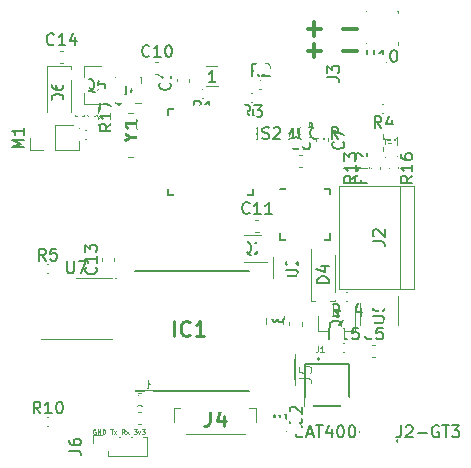
<source format=gto>
G04 #@! TF.GenerationSoftware,KiCad,Pcbnew,(5.1.9)-1*
G04 #@! TF.CreationDate,2021-05-12T11:04:24-07:00*
G04 #@! TF.ProjectId,Watchy,57617463-6879-42e6-9b69-6361645f7063,rev?*
G04 #@! TF.SameCoordinates,Original*
G04 #@! TF.FileFunction,Legend,Top*
G04 #@! TF.FilePolarity,Positive*
%FSLAX46Y46*%
G04 Gerber Fmt 4.6, Leading zero omitted, Abs format (unit mm)*
G04 Created by KiCad (PCBNEW (5.1.9)-1) date 2021-05-12 11:04:24*
%MOMM*%
%LPD*%
G01*
G04 APERTURE LIST*
%ADD10C,0.100000*%
%ADD11C,0.300000*%
%ADD12C,0.120000*%
%ADD13C,0.127000*%
%ADD14C,0.200000*%
%ADD15C,0.152400*%
%ADD16C,0.150000*%
%ADD17C,0.015000*%
%ADD18C,0.254000*%
%ADD19O,1.350000X1.650000*%
%ADD20O,1.950000X1.400000*%
%ADD21C,1.200000*%
%ADD22O,1.250000X1.250000*%
%ADD23O,1.750000X1.900000*%
G04 APERTURE END LIST*
D10*
X76713571Y-109969000D02*
X76675476Y-109949952D01*
X76618333Y-109949952D01*
X76561190Y-109969000D01*
X76523095Y-110007095D01*
X76504047Y-110045190D01*
X76485000Y-110121380D01*
X76485000Y-110178523D01*
X76504047Y-110254714D01*
X76523095Y-110292809D01*
X76561190Y-110330904D01*
X76618333Y-110349952D01*
X76656428Y-110349952D01*
X76713571Y-110330904D01*
X76732619Y-110311857D01*
X76732619Y-110178523D01*
X76656428Y-110178523D01*
X76904047Y-110349952D02*
X76904047Y-109949952D01*
X77132619Y-110349952D01*
X77132619Y-109949952D01*
X77323095Y-110349952D02*
X77323095Y-109949952D01*
X77418333Y-109949952D01*
X77475476Y-109969000D01*
X77513571Y-110007095D01*
X77532619Y-110045190D01*
X77551666Y-110121380D01*
X77551666Y-110178523D01*
X77532619Y-110254714D01*
X77513571Y-110292809D01*
X77475476Y-110330904D01*
X77418333Y-110349952D01*
X77323095Y-110349952D01*
X77970714Y-109949952D02*
X78199285Y-109949952D01*
X78085000Y-110349952D02*
X78085000Y-109949952D01*
X78294523Y-110349952D02*
X78504047Y-110083285D01*
X78294523Y-110083285D02*
X78504047Y-110349952D01*
X79189761Y-110349952D02*
X79056428Y-110159476D01*
X78961190Y-110349952D02*
X78961190Y-109949952D01*
X79113571Y-109949952D01*
X79151666Y-109969000D01*
X79170714Y-109988047D01*
X79189761Y-110026142D01*
X79189761Y-110083285D01*
X79170714Y-110121380D01*
X79151666Y-110140428D01*
X79113571Y-110159476D01*
X78961190Y-110159476D01*
X79323095Y-110349952D02*
X79532619Y-110083285D01*
X79323095Y-110083285D02*
X79532619Y-110349952D01*
X79951666Y-109949952D02*
X80199285Y-109949952D01*
X80065952Y-110102333D01*
X80123095Y-110102333D01*
X80161190Y-110121380D01*
X80180238Y-110140428D01*
X80199285Y-110178523D01*
X80199285Y-110273761D01*
X80180238Y-110311857D01*
X80161190Y-110330904D01*
X80123095Y-110349952D01*
X80008809Y-110349952D01*
X79970714Y-110330904D01*
X79951666Y-110311857D01*
X80332619Y-110083285D02*
X80427857Y-110349952D01*
X80523095Y-110083285D01*
X80637380Y-109949952D02*
X80885000Y-109949952D01*
X80751666Y-110102333D01*
X80808809Y-110102333D01*
X80846904Y-110121380D01*
X80865952Y-110140428D01*
X80885000Y-110178523D01*
X80885000Y-110273761D01*
X80865952Y-110311857D01*
X80846904Y-110330904D01*
X80808809Y-110349952D01*
X80694523Y-110349952D01*
X80656428Y-110330904D01*
X80637380Y-110311857D01*
D11*
X94690571Y-76044142D02*
X95833428Y-76044142D01*
X95262000Y-76615571D02*
X95262000Y-75472714D01*
X97690571Y-76044142D02*
X98833428Y-76044142D01*
X94690571Y-77869142D02*
X95833428Y-77869142D01*
X95262000Y-78440571D02*
X95262000Y-77297714D01*
X97690571Y-77869142D02*
X98833428Y-77869142D01*
D12*
X78328000Y-95709580D02*
X78328000Y-95428420D01*
X77308000Y-95709580D02*
X77308000Y-95428420D01*
X81794420Y-79891000D02*
X82075580Y-79891000D01*
X81794420Y-78871000D02*
X82075580Y-78871000D01*
X92602000Y-101071252D02*
X92602000Y-100548748D01*
X91132000Y-101071252D02*
X91132000Y-100548748D01*
X94169000Y-101169580D02*
X94169000Y-100888420D01*
X93149000Y-101169580D02*
X93149000Y-100888420D01*
D13*
X93600000Y-106200000D02*
X93600000Y-103600000D01*
D12*
X75100000Y-97100000D02*
X78100000Y-97100000D01*
X72100000Y-102320000D02*
X78100000Y-102320000D01*
D14*
X78460000Y-97160000D02*
G75*
G03*
X78460000Y-97160000I-62000J0D01*
G01*
X89750000Y-106660000D02*
X80050000Y-106660000D01*
X80050000Y-96560000D02*
X89750000Y-96560000D01*
D12*
X103730000Y-98030000D02*
X103730000Y-89330000D01*
X97320000Y-98030000D02*
X97320000Y-89330000D01*
X97320000Y-89330000D02*
X103730000Y-89330000D01*
X102500000Y-89330000D02*
X102500000Y-98030000D01*
X103730000Y-98030000D02*
X97320000Y-98030000D01*
X77800000Y-112210000D02*
X77800000Y-111795000D01*
X77800000Y-112210000D02*
X81110000Y-112210000D01*
X81110000Y-112210000D02*
X81110000Y-110590000D01*
X78745898Y-110590000D02*
X78854102Y-110590000D01*
X79745898Y-110590000D02*
X79854102Y-110590000D01*
X80745898Y-110590000D02*
X81110000Y-110590000D01*
X76490000Y-110425000D02*
X77300000Y-110425000D01*
X76490000Y-111110000D02*
X76490000Y-110425000D01*
X76830000Y-83276359D02*
X76830000Y-83583641D01*
X76070000Y-83276359D02*
X76070000Y-83583641D01*
X102320000Y-87676359D02*
X102320000Y-87983641D01*
X101560000Y-87676359D02*
X101560000Y-87983641D01*
X97596359Y-102660000D02*
X97903641Y-102660000D01*
X97596359Y-103420000D02*
X97903641Y-103420000D01*
X98173641Y-99090000D02*
X97866359Y-99090000D01*
X98173641Y-98330000D02*
X97866359Y-98330000D01*
X99120000Y-87983641D02*
X99120000Y-87676359D01*
X99880000Y-87983641D02*
X99880000Y-87676359D01*
X100020000Y-87983641D02*
X100020000Y-87676359D01*
X100780000Y-87983641D02*
X100780000Y-87676359D01*
X72546359Y-108930000D02*
X72853641Y-108930000D01*
X72546359Y-109690000D02*
X72853641Y-109690000D01*
X93230000Y-109533641D02*
X93230000Y-109226359D01*
X93990000Y-109533641D02*
X93990000Y-109226359D01*
X75746359Y-84630000D02*
X76053641Y-84630000D01*
X75746359Y-85390000D02*
X76053641Y-85390000D01*
X75770000Y-83276359D02*
X75770000Y-83583641D01*
X75010000Y-83276359D02*
X75010000Y-83583641D01*
X72531359Y-95985000D02*
X72838641Y-95985000D01*
X72531359Y-96745000D02*
X72838641Y-96745000D01*
X101253641Y-83190000D02*
X100946359Y-83190000D01*
X101253641Y-82430000D02*
X100946359Y-82430000D01*
X90151641Y-82261000D02*
X89844359Y-82261000D01*
X90151641Y-81501000D02*
X89844359Y-81501000D01*
X90541359Y-80375000D02*
X90848641Y-80375000D01*
X90541359Y-81135000D02*
X90848641Y-81135000D01*
X85953641Y-81890000D02*
X85646359Y-81890000D01*
X85953641Y-81130000D02*
X85646359Y-81130000D01*
X96410000Y-85269420D02*
X96410000Y-85550580D01*
X95390000Y-85269420D02*
X95390000Y-85550580D01*
X93959420Y-86700000D02*
X94240580Y-86700000D01*
X93959420Y-87720000D02*
X94240580Y-87720000D01*
X100159420Y-102800000D02*
X100440580Y-102800000D01*
X100159420Y-103820000D02*
X100440580Y-103820000D01*
X80349420Y-106900000D02*
X80630580Y-106900000D01*
X80349420Y-107920000D02*
X80630580Y-107920000D01*
X80349420Y-108470000D02*
X80630580Y-108470000D01*
X80349420Y-109490000D02*
X80630580Y-109490000D01*
X92800000Y-108689420D02*
X92800000Y-108970580D01*
X91780000Y-108689420D02*
X91780000Y-108970580D01*
D15*
X102325046Y-110844136D02*
G75*
G03*
X102288500Y-110987200I-36546J-66864D01*
G01*
D10*
X83350000Y-109310000D02*
X83350000Y-108110000D01*
X83350000Y-108110000D02*
X83850000Y-108110000D01*
X89761000Y-108110000D02*
X90350000Y-108110000D01*
X90350000Y-108110000D02*
X90350000Y-109310000D01*
X84350000Y-110310000D02*
X89350000Y-110310000D01*
D14*
X95700000Y-103998000D02*
G75*
G03*
X95700000Y-103998000I-100000J0D01*
G01*
D13*
X95150000Y-107975000D02*
X97550000Y-107975000D01*
X98200000Y-104375000D02*
X98200000Y-107975000D01*
X94500000Y-104375000D02*
X98200000Y-104375000D01*
X94500000Y-107975000D02*
X94500000Y-104375000D01*
D14*
X78800000Y-82410000D02*
X78800000Y-82410000D01*
X78600000Y-82410000D02*
X78600000Y-82410000D01*
D10*
X79900000Y-83160000D02*
X79500000Y-83160000D01*
X79900000Y-86860000D02*
X79500000Y-86860000D01*
D14*
X78800000Y-82410000D02*
G75*
G02*
X78600000Y-82410000I-100000J0D01*
G01*
X78600000Y-82410000D02*
G75*
G02*
X78800000Y-82410000I100000J0D01*
G01*
D10*
X102350000Y-74550000D02*
X102200000Y-74550000D01*
X102350000Y-74560000D02*
X102350000Y-74710000D01*
X99650000Y-74560000D02*
X99650000Y-74710000D01*
X99650000Y-74560000D02*
X99800000Y-74560000D01*
X99800000Y-77260000D02*
X99650000Y-77260000D01*
X99650000Y-77260000D02*
X99650000Y-77110000D01*
X102350000Y-77110000D02*
X102350000Y-77360000D01*
D15*
X95085900Y-83969499D02*
X95085900Y-84350499D01*
X95085900Y-84350499D02*
X94831900Y-84350499D01*
X94831900Y-84350499D02*
X94831900Y-83969499D01*
X94831900Y-83969499D02*
X95085900Y-83969499D01*
D12*
X73719420Y-78910000D02*
X74000580Y-78910000D01*
X73719420Y-77890000D02*
X74000580Y-77890000D01*
X90269420Y-93200000D02*
X90550580Y-93200000D01*
X90269420Y-92180000D02*
X90550580Y-92180000D01*
X84610000Y-80550580D02*
X84610000Y-80269420D01*
X83590000Y-80550580D02*
X83590000Y-80269420D01*
X78860000Y-82320000D02*
X78360000Y-82320000D01*
X78360000Y-82320000D02*
X78360000Y-81820000D01*
X78360000Y-81820000D02*
X78360000Y-81820000D01*
X78360000Y-80620000D02*
X78360000Y-80120000D01*
X78360000Y-80120000D02*
X78860000Y-80120000D01*
X78860000Y-80120000D02*
X78860000Y-80120000D01*
X80060000Y-80120000D02*
X80560000Y-80120000D01*
X80560000Y-80120000D02*
X80560000Y-80620000D01*
X80560000Y-80620000D02*
X80560000Y-80620000D01*
X80060000Y-82320000D02*
X80560000Y-82320000D01*
X80560000Y-82320000D02*
X80560000Y-82320000D01*
D16*
X96610000Y-89580000D02*
X96610000Y-90105000D01*
X92310000Y-93880000D02*
X92310000Y-93355000D01*
X96610000Y-93880000D02*
X96610000Y-93355000D01*
X92310000Y-89580000D02*
X92835000Y-89580000D01*
X92310000Y-93880000D02*
X92835000Y-93880000D01*
X96610000Y-93880000D02*
X96085000Y-93880000D01*
X96610000Y-89580000D02*
X96085000Y-89580000D01*
D12*
X86093000Y-80892000D02*
X87093000Y-80892000D01*
X87093000Y-79192000D02*
X86093000Y-79192000D01*
X94970000Y-99080000D02*
X96970000Y-99080000D01*
X96970000Y-99080000D02*
X96970000Y-95180000D01*
X94970000Y-99080000D02*
X94970000Y-95180000D01*
X101240000Y-86880000D02*
X101240000Y-84780000D01*
X102240000Y-86880000D02*
X102240000Y-84780000D01*
X101240000Y-86880000D02*
X102240000Y-86880000D01*
X74610000Y-79205000D02*
X72610000Y-79205000D01*
X72610000Y-79205000D02*
X72610000Y-83055000D01*
X74610000Y-79205000D02*
X74610000Y-83055000D01*
X95570000Y-101640000D02*
X95570000Y-100180000D01*
X98730000Y-101640000D02*
X98730000Y-99480000D01*
X98730000Y-101640000D02*
X97800000Y-101640000D01*
X95570000Y-101640000D02*
X96500000Y-101640000D01*
X75750000Y-79220000D02*
X77210000Y-79220000D01*
X75750000Y-82380000D02*
X77910000Y-82380000D01*
X75750000Y-82380000D02*
X75750000Y-81450000D01*
X75750000Y-79220000D02*
X75750000Y-80150000D01*
D16*
X90098750Y-90076250D02*
X89573750Y-90076250D01*
X82848750Y-82826250D02*
X83373750Y-82826250D01*
X82848750Y-90076250D02*
X83373750Y-90076250D01*
X90098750Y-82826250D02*
X90098750Y-83351250D01*
X82848750Y-82826250D02*
X82848750Y-83351250D01*
X82848750Y-90076250D02*
X82848750Y-89551250D01*
X90098750Y-90076250D02*
X90098750Y-89551250D01*
D12*
X94970000Y-97130000D02*
X94970000Y-94680000D01*
X91750000Y-95330000D02*
X91750000Y-97130000D01*
X99090000Y-99280000D02*
X99090000Y-101080000D01*
X102310000Y-101080000D02*
X102310000Y-98630000D01*
X89310000Y-95800000D02*
X91210000Y-95800000D01*
X90710000Y-93480000D02*
X89310000Y-93480000D01*
X75334000Y-86326000D02*
X75334000Y-84206000D01*
X73274000Y-86326000D02*
X75334000Y-86326000D01*
X73274000Y-84206000D02*
X75334000Y-84206000D01*
X73274000Y-86326000D02*
X73274000Y-84206000D01*
X72274000Y-86326000D02*
X71214000Y-86326000D01*
X71214000Y-86326000D02*
X71214000Y-85266000D01*
D16*
X76745142Y-96211857D02*
X76792761Y-96259476D01*
X76840380Y-96402333D01*
X76840380Y-96497571D01*
X76792761Y-96640428D01*
X76697523Y-96735666D01*
X76602285Y-96783285D01*
X76411809Y-96830904D01*
X76268952Y-96830904D01*
X76078476Y-96783285D01*
X75983238Y-96735666D01*
X75888000Y-96640428D01*
X75840380Y-96497571D01*
X75840380Y-96402333D01*
X75888000Y-96259476D01*
X75935619Y-96211857D01*
X76840380Y-95259476D02*
X76840380Y-95830904D01*
X76840380Y-95545190D02*
X75840380Y-95545190D01*
X75983238Y-95640428D01*
X76078476Y-95735666D01*
X76126095Y-95830904D01*
X75840380Y-94926142D02*
X75840380Y-94307095D01*
X76221333Y-94640428D01*
X76221333Y-94497571D01*
X76268952Y-94402333D01*
X76316571Y-94354714D01*
X76411809Y-94307095D01*
X76649904Y-94307095D01*
X76745142Y-94354714D01*
X76792761Y-94402333D01*
X76840380Y-94497571D01*
X76840380Y-94783285D01*
X76792761Y-94878523D01*
X76745142Y-94926142D01*
X81292142Y-78308142D02*
X81244523Y-78355761D01*
X81101666Y-78403380D01*
X81006428Y-78403380D01*
X80863571Y-78355761D01*
X80768333Y-78260523D01*
X80720714Y-78165285D01*
X80673095Y-77974809D01*
X80673095Y-77831952D01*
X80720714Y-77641476D01*
X80768333Y-77546238D01*
X80863571Y-77451000D01*
X81006428Y-77403380D01*
X81101666Y-77403380D01*
X81244523Y-77451000D01*
X81292142Y-77498619D01*
X82244523Y-78403380D02*
X81673095Y-78403380D01*
X81958809Y-78403380D02*
X81958809Y-77403380D01*
X81863571Y-77546238D01*
X81768333Y-77641476D01*
X81673095Y-77689095D01*
X82863571Y-77403380D02*
X82958809Y-77403380D01*
X83054047Y-77451000D01*
X83101666Y-77498619D01*
X83149285Y-77593857D01*
X83196904Y-77784333D01*
X83196904Y-78022428D01*
X83149285Y-78212904D01*
X83101666Y-78308142D01*
X83054047Y-78355761D01*
X82958809Y-78403380D01*
X82863571Y-78403380D01*
X82768333Y-78355761D01*
X82720714Y-78308142D01*
X82673095Y-78212904D01*
X82625476Y-78022428D01*
X82625476Y-77784333D01*
X82673095Y-77593857D01*
X82720714Y-77498619D01*
X82768333Y-77451000D01*
X82863571Y-77403380D01*
X90544142Y-100976666D02*
X90591761Y-101024285D01*
X90639380Y-101167142D01*
X90639380Y-101262380D01*
X90591761Y-101405238D01*
X90496523Y-101500476D01*
X90401285Y-101548095D01*
X90210809Y-101595714D01*
X90067952Y-101595714D01*
X89877476Y-101548095D01*
X89782238Y-101500476D01*
X89687000Y-101405238D01*
X89639380Y-101262380D01*
X89639380Y-101167142D01*
X89687000Y-101024285D01*
X89734619Y-100976666D01*
X90639380Y-100500476D02*
X90639380Y-100310000D01*
X90591761Y-100214761D01*
X90544142Y-100167142D01*
X90401285Y-100071904D01*
X90210809Y-100024285D01*
X89829857Y-100024285D01*
X89734619Y-100071904D01*
X89687000Y-100119523D01*
X89639380Y-100214761D01*
X89639380Y-100405238D01*
X89687000Y-100500476D01*
X89734619Y-100548095D01*
X89829857Y-100595714D01*
X90067952Y-100595714D01*
X90163190Y-100548095D01*
X90210809Y-100500476D01*
X90258428Y-100405238D01*
X90258428Y-100214761D01*
X90210809Y-100119523D01*
X90163190Y-100071904D01*
X90067952Y-100024285D01*
X92586142Y-101195666D02*
X92633761Y-101243285D01*
X92681380Y-101386142D01*
X92681380Y-101481380D01*
X92633761Y-101624238D01*
X92538523Y-101719476D01*
X92443285Y-101767095D01*
X92252809Y-101814714D01*
X92109952Y-101814714D01*
X91919476Y-101767095D01*
X91824238Y-101719476D01*
X91729000Y-101624238D01*
X91681380Y-101481380D01*
X91681380Y-101386142D01*
X91729000Y-101243285D01*
X91776619Y-101195666D01*
X92109952Y-100624238D02*
X92062333Y-100719476D01*
X92014714Y-100767095D01*
X91919476Y-100814714D01*
X91871857Y-100814714D01*
X91776619Y-100767095D01*
X91729000Y-100719476D01*
X91681380Y-100624238D01*
X91681380Y-100433761D01*
X91729000Y-100338523D01*
X91776619Y-100290904D01*
X91871857Y-100243285D01*
X91919476Y-100243285D01*
X92014714Y-100290904D01*
X92062333Y-100338523D01*
X92109952Y-100433761D01*
X92109952Y-100624238D01*
X92157571Y-100719476D01*
X92205190Y-100767095D01*
X92300428Y-100814714D01*
X92490904Y-100814714D01*
X92586142Y-100767095D01*
X92633761Y-100719476D01*
X92681380Y-100624238D01*
X92681380Y-100433761D01*
X92633761Y-100338523D01*
X92586142Y-100290904D01*
X92490904Y-100243285D01*
X92300428Y-100243285D01*
X92205190Y-100290904D01*
X92157571Y-100338523D01*
X92109952Y-100433761D01*
D17*
X93991619Y-105605043D02*
X94706709Y-105605043D01*
X94849727Y-105652716D01*
X94945072Y-105748061D01*
X94992745Y-105891079D01*
X94992745Y-105986425D01*
X93991619Y-104651590D02*
X93991619Y-105128317D01*
X94468346Y-105175989D01*
X94420673Y-105128317D01*
X94373000Y-105032971D01*
X94373000Y-104794608D01*
X94420673Y-104699263D01*
X94468346Y-104651590D01*
X94563691Y-104603917D01*
X94802054Y-104603917D01*
X94897400Y-104651590D01*
X94945072Y-104699263D01*
X94992745Y-104794608D01*
X94992745Y-105032971D01*
X94945072Y-105128317D01*
X94897400Y-105175989D01*
D16*
X74338095Y-95712380D02*
X74338095Y-96521904D01*
X74385714Y-96617142D01*
X74433333Y-96664761D01*
X74528571Y-96712380D01*
X74719047Y-96712380D01*
X74814285Y-96664761D01*
X74861904Y-96617142D01*
X74909523Y-96521904D01*
X74909523Y-95712380D01*
X75290476Y-95712380D02*
X75957142Y-95712380D01*
X75528571Y-96712380D01*
D18*
X83388238Y-102044523D02*
X83388238Y-100774523D01*
X84718714Y-101923571D02*
X84658238Y-101984047D01*
X84476809Y-102044523D01*
X84355857Y-102044523D01*
X84174428Y-101984047D01*
X84053476Y-101863095D01*
X83993000Y-101742142D01*
X83932523Y-101500238D01*
X83932523Y-101318809D01*
X83993000Y-101076904D01*
X84053476Y-100955952D01*
X84174428Y-100835000D01*
X84355857Y-100774523D01*
X84476809Y-100774523D01*
X84658238Y-100835000D01*
X84718714Y-100895476D01*
X85928238Y-102044523D02*
X85202523Y-102044523D01*
X85565380Y-102044523D02*
X85565380Y-100774523D01*
X85444428Y-100955952D01*
X85323476Y-101076904D01*
X85202523Y-101137380D01*
D16*
X100212380Y-94013333D02*
X100926666Y-94013333D01*
X101069523Y-94060952D01*
X101164761Y-94156190D01*
X101212380Y-94299047D01*
X101212380Y-94394285D01*
X100307619Y-93584761D02*
X100260000Y-93537142D01*
X100212380Y-93441904D01*
X100212380Y-93203809D01*
X100260000Y-93108571D01*
X100307619Y-93060952D01*
X100402857Y-93013333D01*
X100498095Y-93013333D01*
X100640952Y-93060952D01*
X101212380Y-93632380D01*
X101212380Y-93013333D01*
X74502380Y-111733333D02*
X75216666Y-111733333D01*
X75359523Y-111780952D01*
X75454761Y-111876190D01*
X75502380Y-112019047D01*
X75502380Y-112114285D01*
X74502380Y-110828571D02*
X74502380Y-111019047D01*
X74550000Y-111114285D01*
X74597619Y-111161904D01*
X74740476Y-111257142D01*
X74930952Y-111304761D01*
X75311904Y-111304761D01*
X75407142Y-111257142D01*
X75454761Y-111209523D01*
X75502380Y-111114285D01*
X75502380Y-110923809D01*
X75454761Y-110828571D01*
X75407142Y-110780952D01*
X75311904Y-110733333D01*
X75073809Y-110733333D01*
X74978571Y-110780952D01*
X74930952Y-110828571D01*
X74883333Y-110923809D01*
X74883333Y-111114285D01*
X74930952Y-111209523D01*
X74978571Y-111257142D01*
X75073809Y-111304761D01*
X78072380Y-84072857D02*
X77596190Y-84406190D01*
X78072380Y-84644285D02*
X77072380Y-84644285D01*
X77072380Y-84263333D01*
X77120000Y-84168095D01*
X77167619Y-84120476D01*
X77262857Y-84072857D01*
X77405714Y-84072857D01*
X77500952Y-84120476D01*
X77548571Y-84168095D01*
X77596190Y-84263333D01*
X77596190Y-84644285D01*
X78072380Y-83120476D02*
X78072380Y-83691904D01*
X78072380Y-83406190D02*
X77072380Y-83406190D01*
X77215238Y-83501428D01*
X77310476Y-83596666D01*
X77358095Y-83691904D01*
X77072380Y-82787142D02*
X77072380Y-82120476D01*
X78072380Y-82549047D01*
X103562380Y-88472857D02*
X103086190Y-88806190D01*
X103562380Y-89044285D02*
X102562380Y-89044285D01*
X102562380Y-88663333D01*
X102610000Y-88568095D01*
X102657619Y-88520476D01*
X102752857Y-88472857D01*
X102895714Y-88472857D01*
X102990952Y-88520476D01*
X103038571Y-88568095D01*
X103086190Y-88663333D01*
X103086190Y-89044285D01*
X103562380Y-87520476D02*
X103562380Y-88091904D01*
X103562380Y-87806190D02*
X102562380Y-87806190D01*
X102705238Y-87901428D01*
X102800476Y-87996666D01*
X102848095Y-88091904D01*
X102562380Y-86663333D02*
X102562380Y-86853809D01*
X102610000Y-86949047D01*
X102657619Y-86996666D01*
X102800476Y-87091904D01*
X102990952Y-87139523D01*
X103371904Y-87139523D01*
X103467142Y-87091904D01*
X103514761Y-87044285D01*
X103562380Y-86949047D01*
X103562380Y-86758571D01*
X103514761Y-86663333D01*
X103467142Y-86615714D01*
X103371904Y-86568095D01*
X103133809Y-86568095D01*
X103038571Y-86615714D01*
X102990952Y-86663333D01*
X102943333Y-86758571D01*
X102943333Y-86949047D01*
X102990952Y-87044285D01*
X103038571Y-87091904D01*
X103133809Y-87139523D01*
X97107142Y-102322380D02*
X96773809Y-101846190D01*
X96535714Y-102322380D02*
X96535714Y-101322380D01*
X96916666Y-101322380D01*
X97011904Y-101370000D01*
X97059523Y-101417619D01*
X97107142Y-101512857D01*
X97107142Y-101655714D01*
X97059523Y-101750952D01*
X97011904Y-101798571D01*
X96916666Y-101846190D01*
X96535714Y-101846190D01*
X98059523Y-102322380D02*
X97488095Y-102322380D01*
X97773809Y-102322380D02*
X97773809Y-101322380D01*
X97678571Y-101465238D01*
X97583333Y-101560476D01*
X97488095Y-101608095D01*
X98964285Y-101322380D02*
X98488095Y-101322380D01*
X98440476Y-101798571D01*
X98488095Y-101750952D01*
X98583333Y-101703333D01*
X98821428Y-101703333D01*
X98916666Y-101750952D01*
X98964285Y-101798571D01*
X99011904Y-101893809D01*
X99011904Y-102131904D01*
X98964285Y-102227142D01*
X98916666Y-102274761D01*
X98821428Y-102322380D01*
X98583333Y-102322380D01*
X98488095Y-102274761D01*
X98440476Y-102227142D01*
X97377142Y-100332380D02*
X97043809Y-99856190D01*
X96805714Y-100332380D02*
X96805714Y-99332380D01*
X97186666Y-99332380D01*
X97281904Y-99380000D01*
X97329523Y-99427619D01*
X97377142Y-99522857D01*
X97377142Y-99665714D01*
X97329523Y-99760952D01*
X97281904Y-99808571D01*
X97186666Y-99856190D01*
X96805714Y-99856190D01*
X98329523Y-100332380D02*
X97758095Y-100332380D01*
X98043809Y-100332380D02*
X98043809Y-99332380D01*
X97948571Y-99475238D01*
X97853333Y-99570476D01*
X97758095Y-99618095D01*
X99186666Y-99665714D02*
X99186666Y-100332380D01*
X98948571Y-99284761D02*
X98710476Y-99999047D01*
X99329523Y-99999047D01*
X98782380Y-88472857D02*
X98306190Y-88806190D01*
X98782380Y-89044285D02*
X97782380Y-89044285D01*
X97782380Y-88663333D01*
X97830000Y-88568095D01*
X97877619Y-88520476D01*
X97972857Y-88472857D01*
X98115714Y-88472857D01*
X98210952Y-88520476D01*
X98258571Y-88568095D01*
X98306190Y-88663333D01*
X98306190Y-89044285D01*
X98782380Y-87520476D02*
X98782380Y-88091904D01*
X98782380Y-87806190D02*
X97782380Y-87806190D01*
X97925238Y-87901428D01*
X98020476Y-87996666D01*
X98068095Y-88091904D01*
X97782380Y-87187142D02*
X97782380Y-86568095D01*
X98163333Y-86901428D01*
X98163333Y-86758571D01*
X98210952Y-86663333D01*
X98258571Y-86615714D01*
X98353809Y-86568095D01*
X98591904Y-86568095D01*
X98687142Y-86615714D01*
X98734761Y-86663333D01*
X98782380Y-86758571D01*
X98782380Y-87044285D01*
X98734761Y-87139523D01*
X98687142Y-87187142D01*
X99682380Y-88472857D02*
X99206190Y-88806190D01*
X99682380Y-89044285D02*
X98682380Y-89044285D01*
X98682380Y-88663333D01*
X98730000Y-88568095D01*
X98777619Y-88520476D01*
X98872857Y-88472857D01*
X99015714Y-88472857D01*
X99110952Y-88520476D01*
X99158571Y-88568095D01*
X99206190Y-88663333D01*
X99206190Y-89044285D01*
X99682380Y-87520476D02*
X99682380Y-88091904D01*
X99682380Y-87806190D02*
X98682380Y-87806190D01*
X98825238Y-87901428D01*
X98920476Y-87996666D01*
X98968095Y-88091904D01*
X98777619Y-87139523D02*
X98730000Y-87091904D01*
X98682380Y-86996666D01*
X98682380Y-86758571D01*
X98730000Y-86663333D01*
X98777619Y-86615714D01*
X98872857Y-86568095D01*
X98968095Y-86568095D01*
X99110952Y-86615714D01*
X99682380Y-87187142D01*
X99682380Y-86568095D01*
X72057142Y-108592380D02*
X71723809Y-108116190D01*
X71485714Y-108592380D02*
X71485714Y-107592380D01*
X71866666Y-107592380D01*
X71961904Y-107640000D01*
X72009523Y-107687619D01*
X72057142Y-107782857D01*
X72057142Y-107925714D01*
X72009523Y-108020952D01*
X71961904Y-108068571D01*
X71866666Y-108116190D01*
X71485714Y-108116190D01*
X73009523Y-108592380D02*
X72438095Y-108592380D01*
X72723809Y-108592380D02*
X72723809Y-107592380D01*
X72628571Y-107735238D01*
X72533333Y-107830476D01*
X72438095Y-107878095D01*
X73628571Y-107592380D02*
X73723809Y-107592380D01*
X73819047Y-107640000D01*
X73866666Y-107687619D01*
X73914285Y-107782857D01*
X73961904Y-107973333D01*
X73961904Y-108211428D01*
X73914285Y-108401904D01*
X73866666Y-108497142D01*
X73819047Y-108544761D01*
X73723809Y-108592380D01*
X73628571Y-108592380D01*
X73533333Y-108544761D01*
X73485714Y-108497142D01*
X73438095Y-108401904D01*
X73390476Y-108211428D01*
X73390476Y-107973333D01*
X73438095Y-107782857D01*
X73485714Y-107687619D01*
X73533333Y-107640000D01*
X73628571Y-107592380D01*
X92892380Y-109546666D02*
X92416190Y-109880000D01*
X92892380Y-110118095D02*
X91892380Y-110118095D01*
X91892380Y-109737142D01*
X91940000Y-109641904D01*
X91987619Y-109594285D01*
X92082857Y-109546666D01*
X92225714Y-109546666D01*
X92320952Y-109594285D01*
X92368571Y-109641904D01*
X92416190Y-109737142D01*
X92416190Y-110118095D01*
X92320952Y-108975238D02*
X92273333Y-109070476D01*
X92225714Y-109118095D01*
X92130476Y-109165714D01*
X92082857Y-109165714D01*
X91987619Y-109118095D01*
X91940000Y-109070476D01*
X91892380Y-108975238D01*
X91892380Y-108784761D01*
X91940000Y-108689523D01*
X91987619Y-108641904D01*
X92082857Y-108594285D01*
X92130476Y-108594285D01*
X92225714Y-108641904D01*
X92273333Y-108689523D01*
X92320952Y-108784761D01*
X92320952Y-108975238D01*
X92368571Y-109070476D01*
X92416190Y-109118095D01*
X92511428Y-109165714D01*
X92701904Y-109165714D01*
X92797142Y-109118095D01*
X92844761Y-109070476D01*
X92892380Y-108975238D01*
X92892380Y-108784761D01*
X92844761Y-108689523D01*
X92797142Y-108641904D01*
X92701904Y-108594285D01*
X92511428Y-108594285D01*
X92416190Y-108641904D01*
X92368571Y-108689523D01*
X92320952Y-108784761D01*
X75733333Y-84292380D02*
X75400000Y-83816190D01*
X75161904Y-84292380D02*
X75161904Y-83292380D01*
X75542857Y-83292380D01*
X75638095Y-83340000D01*
X75685714Y-83387619D01*
X75733333Y-83482857D01*
X75733333Y-83625714D01*
X75685714Y-83720952D01*
X75638095Y-83768571D01*
X75542857Y-83816190D01*
X75161904Y-83816190D01*
X76066666Y-83292380D02*
X76733333Y-83292380D01*
X76304761Y-84292380D01*
X77012380Y-83596666D02*
X76536190Y-83930000D01*
X77012380Y-84168095D02*
X76012380Y-84168095D01*
X76012380Y-83787142D01*
X76060000Y-83691904D01*
X76107619Y-83644285D01*
X76202857Y-83596666D01*
X76345714Y-83596666D01*
X76440952Y-83644285D01*
X76488571Y-83691904D01*
X76536190Y-83787142D01*
X76536190Y-84168095D01*
X76012380Y-82739523D02*
X76012380Y-82930000D01*
X76060000Y-83025238D01*
X76107619Y-83072857D01*
X76250476Y-83168095D01*
X76440952Y-83215714D01*
X76821904Y-83215714D01*
X76917142Y-83168095D01*
X76964761Y-83120476D01*
X77012380Y-83025238D01*
X77012380Y-82834761D01*
X76964761Y-82739523D01*
X76917142Y-82691904D01*
X76821904Y-82644285D01*
X76583809Y-82644285D01*
X76488571Y-82691904D01*
X76440952Y-82739523D01*
X76393333Y-82834761D01*
X76393333Y-83025238D01*
X76440952Y-83120476D01*
X76488571Y-83168095D01*
X76583809Y-83215714D01*
X72518333Y-95647380D02*
X72185000Y-95171190D01*
X71946904Y-95647380D02*
X71946904Y-94647380D01*
X72327857Y-94647380D01*
X72423095Y-94695000D01*
X72470714Y-94742619D01*
X72518333Y-94837857D01*
X72518333Y-94980714D01*
X72470714Y-95075952D01*
X72423095Y-95123571D01*
X72327857Y-95171190D01*
X71946904Y-95171190D01*
X73423095Y-94647380D02*
X72946904Y-94647380D01*
X72899285Y-95123571D01*
X72946904Y-95075952D01*
X73042142Y-95028333D01*
X73280238Y-95028333D01*
X73375476Y-95075952D01*
X73423095Y-95123571D01*
X73470714Y-95218809D01*
X73470714Y-95456904D01*
X73423095Y-95552142D01*
X73375476Y-95599761D01*
X73280238Y-95647380D01*
X73042142Y-95647380D01*
X72946904Y-95599761D01*
X72899285Y-95552142D01*
X100933333Y-84432380D02*
X100600000Y-83956190D01*
X100361904Y-84432380D02*
X100361904Y-83432380D01*
X100742857Y-83432380D01*
X100838095Y-83480000D01*
X100885714Y-83527619D01*
X100933333Y-83622857D01*
X100933333Y-83765714D01*
X100885714Y-83860952D01*
X100838095Y-83908571D01*
X100742857Y-83956190D01*
X100361904Y-83956190D01*
X101790476Y-83765714D02*
X101790476Y-84432380D01*
X101552380Y-83384761D02*
X101314285Y-84099047D01*
X101933333Y-84099047D01*
X89831333Y-83503380D02*
X89498000Y-83027190D01*
X89259904Y-83503380D02*
X89259904Y-82503380D01*
X89640857Y-82503380D01*
X89736095Y-82551000D01*
X89783714Y-82598619D01*
X89831333Y-82693857D01*
X89831333Y-82836714D01*
X89783714Y-82931952D01*
X89736095Y-82979571D01*
X89640857Y-83027190D01*
X89259904Y-83027190D01*
X90164666Y-82503380D02*
X90783714Y-82503380D01*
X90450380Y-82884333D01*
X90593238Y-82884333D01*
X90688476Y-82931952D01*
X90736095Y-82979571D01*
X90783714Y-83074809D01*
X90783714Y-83312904D01*
X90736095Y-83408142D01*
X90688476Y-83455761D01*
X90593238Y-83503380D01*
X90307523Y-83503380D01*
X90212285Y-83455761D01*
X90164666Y-83408142D01*
X90528333Y-80037380D02*
X90195000Y-79561190D01*
X89956904Y-80037380D02*
X89956904Y-79037380D01*
X90337857Y-79037380D01*
X90433095Y-79085000D01*
X90480714Y-79132619D01*
X90528333Y-79227857D01*
X90528333Y-79370714D01*
X90480714Y-79465952D01*
X90433095Y-79513571D01*
X90337857Y-79561190D01*
X89956904Y-79561190D01*
X90909285Y-79132619D02*
X90956904Y-79085000D01*
X91052142Y-79037380D01*
X91290238Y-79037380D01*
X91385476Y-79085000D01*
X91433095Y-79132619D01*
X91480714Y-79227857D01*
X91480714Y-79323095D01*
X91433095Y-79465952D01*
X90861666Y-80037380D01*
X91480714Y-80037380D01*
X85633333Y-83132380D02*
X85300000Y-82656190D01*
X85061904Y-83132380D02*
X85061904Y-82132380D01*
X85442857Y-82132380D01*
X85538095Y-82180000D01*
X85585714Y-82227619D01*
X85633333Y-82322857D01*
X85633333Y-82465714D01*
X85585714Y-82560952D01*
X85538095Y-82608571D01*
X85442857Y-82656190D01*
X85061904Y-82656190D01*
X86585714Y-83132380D02*
X86014285Y-83132380D01*
X86300000Y-83132380D02*
X86300000Y-82132380D01*
X86204761Y-82275238D01*
X86109523Y-82370476D01*
X86014285Y-82418095D01*
X97687142Y-85576666D02*
X97734761Y-85624285D01*
X97782380Y-85767142D01*
X97782380Y-85862380D01*
X97734761Y-86005238D01*
X97639523Y-86100476D01*
X97544285Y-86148095D01*
X97353809Y-86195714D01*
X97210952Y-86195714D01*
X97020476Y-86148095D01*
X96925238Y-86100476D01*
X96830000Y-86005238D01*
X96782380Y-85862380D01*
X96782380Y-85767142D01*
X96830000Y-85624285D01*
X96877619Y-85576666D01*
X96782380Y-85243333D02*
X96782380Y-84576666D01*
X97782380Y-85005238D01*
X93933333Y-86137142D02*
X93885714Y-86184761D01*
X93742857Y-86232380D01*
X93647619Y-86232380D01*
X93504761Y-86184761D01*
X93409523Y-86089523D01*
X93361904Y-85994285D01*
X93314285Y-85803809D01*
X93314285Y-85660952D01*
X93361904Y-85470476D01*
X93409523Y-85375238D01*
X93504761Y-85280000D01*
X93647619Y-85232380D01*
X93742857Y-85232380D01*
X93885714Y-85280000D01*
X93933333Y-85327619D01*
X94790476Y-85232380D02*
X94600000Y-85232380D01*
X94504761Y-85280000D01*
X94457142Y-85327619D01*
X94361904Y-85470476D01*
X94314285Y-85660952D01*
X94314285Y-86041904D01*
X94361904Y-86137142D01*
X94409523Y-86184761D01*
X94504761Y-86232380D01*
X94695238Y-86232380D01*
X94790476Y-86184761D01*
X94838095Y-86137142D01*
X94885714Y-86041904D01*
X94885714Y-85803809D01*
X94838095Y-85708571D01*
X94790476Y-85660952D01*
X94695238Y-85613333D01*
X94504761Y-85613333D01*
X94409523Y-85660952D01*
X94361904Y-85708571D01*
X94314285Y-85803809D01*
X100133333Y-102237142D02*
X100085714Y-102284761D01*
X99942857Y-102332380D01*
X99847619Y-102332380D01*
X99704761Y-102284761D01*
X99609523Y-102189523D01*
X99561904Y-102094285D01*
X99514285Y-101903809D01*
X99514285Y-101760952D01*
X99561904Y-101570476D01*
X99609523Y-101475238D01*
X99704761Y-101380000D01*
X99847619Y-101332380D01*
X99942857Y-101332380D01*
X100085714Y-101380000D01*
X100133333Y-101427619D01*
X101038095Y-101332380D02*
X100561904Y-101332380D01*
X100514285Y-101808571D01*
X100561904Y-101760952D01*
X100657142Y-101713333D01*
X100895238Y-101713333D01*
X100990476Y-101760952D01*
X101038095Y-101808571D01*
X101085714Y-101903809D01*
X101085714Y-102141904D01*
X101038095Y-102237142D01*
X100990476Y-102284761D01*
X100895238Y-102332380D01*
X100657142Y-102332380D01*
X100561904Y-102284761D01*
X100514285Y-102237142D01*
X80323333Y-106337142D02*
X80275714Y-106384761D01*
X80132857Y-106432380D01*
X80037619Y-106432380D01*
X79894761Y-106384761D01*
X79799523Y-106289523D01*
X79751904Y-106194285D01*
X79704285Y-106003809D01*
X79704285Y-105860952D01*
X79751904Y-105670476D01*
X79799523Y-105575238D01*
X79894761Y-105480000D01*
X80037619Y-105432380D01*
X80132857Y-105432380D01*
X80275714Y-105480000D01*
X80323333Y-105527619D01*
X81180476Y-105765714D02*
X81180476Y-106432380D01*
X80942380Y-105384761D02*
X80704285Y-106099047D01*
X81323333Y-106099047D01*
X80323333Y-107907142D02*
X80275714Y-107954761D01*
X80132857Y-108002380D01*
X80037619Y-108002380D01*
X79894761Y-107954761D01*
X79799523Y-107859523D01*
X79751904Y-107764285D01*
X79704285Y-107573809D01*
X79704285Y-107430952D01*
X79751904Y-107240476D01*
X79799523Y-107145238D01*
X79894761Y-107050000D01*
X80037619Y-107002380D01*
X80132857Y-107002380D01*
X80275714Y-107050000D01*
X80323333Y-107097619D01*
X80656666Y-107002380D02*
X81275714Y-107002380D01*
X80942380Y-107383333D01*
X81085238Y-107383333D01*
X81180476Y-107430952D01*
X81228095Y-107478571D01*
X81275714Y-107573809D01*
X81275714Y-107811904D01*
X81228095Y-107907142D01*
X81180476Y-107954761D01*
X81085238Y-108002380D01*
X80799523Y-108002380D01*
X80704285Y-107954761D01*
X80656666Y-107907142D01*
X94077142Y-108996666D02*
X94124761Y-109044285D01*
X94172380Y-109187142D01*
X94172380Y-109282380D01*
X94124761Y-109425238D01*
X94029523Y-109520476D01*
X93934285Y-109568095D01*
X93743809Y-109615714D01*
X93600952Y-109615714D01*
X93410476Y-109568095D01*
X93315238Y-109520476D01*
X93220000Y-109425238D01*
X93172380Y-109282380D01*
X93172380Y-109187142D01*
X93220000Y-109044285D01*
X93267619Y-108996666D01*
X93267619Y-108615714D02*
X93220000Y-108568095D01*
X93172380Y-108472857D01*
X93172380Y-108234761D01*
X93220000Y-108139523D01*
X93267619Y-108091904D01*
X93362857Y-108044285D01*
X93458095Y-108044285D01*
X93600952Y-108091904D01*
X94172380Y-108663333D01*
X94172380Y-108044285D01*
X100030380Y-110922904D02*
X100839904Y-110922904D01*
X100935142Y-110875285D01*
X100982761Y-110827666D01*
X101030380Y-110732428D01*
X101030380Y-110541952D01*
X100982761Y-110446714D01*
X100935142Y-110399095D01*
X100839904Y-110351476D01*
X100030380Y-110351476D01*
X100030380Y-109446714D02*
X100030380Y-109637190D01*
X100078000Y-109732428D01*
X100125619Y-109780047D01*
X100268476Y-109875285D01*
X100458952Y-109922904D01*
X100839904Y-109922904D01*
X100935142Y-109875285D01*
X100982761Y-109827666D01*
X101030380Y-109732428D01*
X101030380Y-109541952D01*
X100982761Y-109446714D01*
X100935142Y-109399095D01*
X100839904Y-109351476D01*
X100601809Y-109351476D01*
X100506571Y-109399095D01*
X100458952Y-109446714D01*
X100411333Y-109541952D01*
X100411333Y-109732428D01*
X100458952Y-109827666D01*
X100506571Y-109875285D01*
X100601809Y-109922904D01*
X94244666Y-110518142D02*
X94197047Y-110565761D01*
X94054190Y-110613380D01*
X93958952Y-110613380D01*
X93816095Y-110565761D01*
X93720857Y-110470523D01*
X93673238Y-110375285D01*
X93625619Y-110184809D01*
X93625619Y-110041952D01*
X93673238Y-109851476D01*
X93720857Y-109756238D01*
X93816095Y-109661000D01*
X93958952Y-109613380D01*
X94054190Y-109613380D01*
X94197047Y-109661000D01*
X94244666Y-109708619D01*
X94625619Y-110327666D02*
X95101809Y-110327666D01*
X94530380Y-110613380D02*
X94863714Y-109613380D01*
X95197047Y-110613380D01*
X95387523Y-109613380D02*
X95958952Y-109613380D01*
X95673238Y-110613380D02*
X95673238Y-109613380D01*
X96720857Y-109946714D02*
X96720857Y-110613380D01*
X96482761Y-109565761D02*
X96244666Y-110280047D01*
X96863714Y-110280047D01*
X97435142Y-109613380D02*
X97530380Y-109613380D01*
X97625619Y-109661000D01*
X97673238Y-109708619D01*
X97720857Y-109803857D01*
X97768476Y-109994333D01*
X97768476Y-110232428D01*
X97720857Y-110422904D01*
X97673238Y-110518142D01*
X97625619Y-110565761D01*
X97530380Y-110613380D01*
X97435142Y-110613380D01*
X97339904Y-110565761D01*
X97292285Y-110518142D01*
X97244666Y-110422904D01*
X97197047Y-110232428D01*
X97197047Y-109994333D01*
X97244666Y-109803857D01*
X97292285Y-109708619D01*
X97339904Y-109661000D01*
X97435142Y-109613380D01*
X98387523Y-109613380D02*
X98482761Y-109613380D01*
X98578000Y-109661000D01*
X98625619Y-109708619D01*
X98673238Y-109803857D01*
X98720857Y-109994333D01*
X98720857Y-110232428D01*
X98673238Y-110422904D01*
X98625619Y-110518142D01*
X98578000Y-110565761D01*
X98482761Y-110613380D01*
X98387523Y-110613380D01*
X98292285Y-110565761D01*
X98244666Y-110518142D01*
X98197047Y-110422904D01*
X98149428Y-110232428D01*
X98149428Y-109994333D01*
X98197047Y-109803857D01*
X98244666Y-109708619D01*
X98292285Y-109661000D01*
X98387523Y-109613380D01*
X99578000Y-109946714D02*
X99578000Y-110613380D01*
X99339904Y-109565761D02*
X99101809Y-110280047D01*
X99720857Y-110280047D01*
X100054190Y-110327666D02*
X100530380Y-110327666D01*
X99958952Y-110613380D02*
X100292285Y-109613380D01*
X100625619Y-110613380D01*
X100958952Y-110613380D02*
X100958952Y-109613380D01*
X100958952Y-110089571D02*
X101530380Y-110089571D01*
X101530380Y-110613380D02*
X101530380Y-109613380D01*
X102006571Y-109613380D02*
X102006571Y-110422904D01*
X102054190Y-110518142D01*
X102101809Y-110565761D01*
X102197047Y-110613380D01*
X102387523Y-110613380D01*
X102482761Y-110565761D01*
X102530380Y-110518142D01*
X102578000Y-110422904D01*
X102578000Y-109613380D01*
X103006571Y-109708619D02*
X103054190Y-109661000D01*
X103149428Y-109613380D01*
X103387523Y-109613380D01*
X103482761Y-109661000D01*
X103530380Y-109708619D01*
X103578000Y-109803857D01*
X103578000Y-109899095D01*
X103530380Y-110041952D01*
X102958952Y-110613380D01*
X103578000Y-110613380D01*
X104006571Y-110232428D02*
X104768476Y-110232428D01*
X105768476Y-109661000D02*
X105673238Y-109613380D01*
X105530380Y-109613380D01*
X105387523Y-109661000D01*
X105292285Y-109756238D01*
X105244666Y-109851476D01*
X105197047Y-110041952D01*
X105197047Y-110184809D01*
X105244666Y-110375285D01*
X105292285Y-110470523D01*
X105387523Y-110565761D01*
X105530380Y-110613380D01*
X105625619Y-110613380D01*
X105768476Y-110565761D01*
X105816095Y-110518142D01*
X105816095Y-110184809D01*
X105625619Y-110184809D01*
X106101809Y-109613380D02*
X106673238Y-109613380D01*
X106387523Y-110613380D02*
X106387523Y-109613380D01*
X106911333Y-109613380D02*
X107530380Y-109613380D01*
X107197047Y-109994333D01*
X107339904Y-109994333D01*
X107435142Y-110041952D01*
X107482761Y-110089571D01*
X107530380Y-110184809D01*
X107530380Y-110422904D01*
X107482761Y-110518142D01*
X107435142Y-110565761D01*
X107339904Y-110613380D01*
X107054190Y-110613380D01*
X106958952Y-110565761D01*
X106911333Y-110518142D01*
D18*
X86426666Y-108364523D02*
X86426666Y-109271666D01*
X86366190Y-109453095D01*
X86245238Y-109574047D01*
X86063809Y-109634523D01*
X85942857Y-109634523D01*
X87575714Y-108787857D02*
X87575714Y-109634523D01*
X87273333Y-108304047D02*
X86970952Y-109211190D01*
X87757142Y-109211190D01*
D17*
X95553375Y-102921053D02*
X95553375Y-103264610D01*
X95530471Y-103333321D01*
X95484663Y-103379129D01*
X95415952Y-103402033D01*
X95370144Y-103402033D01*
X96034355Y-103402033D02*
X95759509Y-103402033D01*
X95896932Y-103402033D02*
X95896932Y-102921053D01*
X95851124Y-102989764D01*
X95805317Y-103035572D01*
X95759509Y-103058476D01*
D18*
X79669761Y-85189761D02*
X80274523Y-85189761D01*
X79004523Y-85613095D02*
X79669761Y-85189761D01*
X79004523Y-84766428D01*
X80274523Y-83677857D02*
X80274523Y-84403571D01*
X80274523Y-84040714D02*
X79004523Y-84040714D01*
X79185952Y-84161666D01*
X79306904Y-84282619D01*
X79367380Y-84403571D01*
D16*
X99746904Y-77827380D02*
X99746904Y-78636904D01*
X99794523Y-78732142D01*
X99842142Y-78779761D01*
X99937380Y-78827380D01*
X100127857Y-78827380D01*
X100223095Y-78779761D01*
X100270714Y-78732142D01*
X100318333Y-78636904D01*
X100318333Y-77827380D01*
X101318333Y-78827380D02*
X100746904Y-78827380D01*
X101032619Y-78827380D02*
X101032619Y-77827380D01*
X100937380Y-77970238D01*
X100842142Y-78065476D01*
X100746904Y-78113095D01*
X101937380Y-77827380D02*
X102032619Y-77827380D01*
X102127857Y-77875000D01*
X102175476Y-77922619D01*
X102223095Y-78017857D01*
X102270714Y-78208333D01*
X102270714Y-78446428D01*
X102223095Y-78636904D01*
X102175476Y-78732142D01*
X102127857Y-78779761D01*
X102032619Y-78827380D01*
X101937380Y-78827380D01*
X101842142Y-78779761D01*
X101794523Y-78732142D01*
X101746904Y-78636904D01*
X101699285Y-78446428D01*
X101699285Y-78208333D01*
X101746904Y-78017857D01*
X101794523Y-77922619D01*
X101842142Y-77875000D01*
X101937380Y-77827380D01*
X92838095Y-84362380D02*
X92838095Y-85171904D01*
X92885714Y-85267142D01*
X92933333Y-85314761D01*
X93028571Y-85362380D01*
X93219047Y-85362380D01*
X93314285Y-85314761D01*
X93361904Y-85267142D01*
X93409523Y-85171904D01*
X93409523Y-84362380D01*
X93933333Y-85362380D02*
X94123809Y-85362380D01*
X94219047Y-85314761D01*
X94266666Y-85267142D01*
X94361904Y-85124285D01*
X94409523Y-84933809D01*
X94409523Y-84552857D01*
X94361904Y-84457619D01*
X94314285Y-84410000D01*
X94219047Y-84362380D01*
X94028571Y-84362380D01*
X93933333Y-84410000D01*
X93885714Y-84457619D01*
X93838095Y-84552857D01*
X93838095Y-84790952D01*
X93885714Y-84886190D01*
X93933333Y-84933809D01*
X94028571Y-84981428D01*
X94219047Y-84981428D01*
X94314285Y-84933809D01*
X94361904Y-84886190D01*
X94409523Y-84790952D01*
X89957142Y-85362380D02*
X89957142Y-84362380D01*
X90433333Y-85362380D02*
X90433333Y-84362380D01*
X90861904Y-85314761D02*
X91004761Y-85362380D01*
X91242857Y-85362380D01*
X91338095Y-85314761D01*
X91385714Y-85267142D01*
X91433333Y-85171904D01*
X91433333Y-85076666D01*
X91385714Y-84981428D01*
X91338095Y-84933809D01*
X91242857Y-84886190D01*
X91052380Y-84838571D01*
X90957142Y-84790952D01*
X90909523Y-84743333D01*
X90861904Y-84648095D01*
X90861904Y-84552857D01*
X90909523Y-84457619D01*
X90957142Y-84410000D01*
X91052380Y-84362380D01*
X91290476Y-84362380D01*
X91433333Y-84410000D01*
X91814285Y-84457619D02*
X91861904Y-84410000D01*
X91957142Y-84362380D01*
X92195238Y-84362380D01*
X92290476Y-84410000D01*
X92338095Y-84457619D01*
X92385714Y-84552857D01*
X92385714Y-84648095D01*
X92338095Y-84790952D01*
X91766666Y-85362380D01*
X92385714Y-85362380D01*
X92814285Y-85362380D02*
X92814285Y-84362380D01*
X93147619Y-85076666D01*
X93480952Y-84362380D01*
X93480952Y-85362380D01*
X93957142Y-85362380D02*
X93957142Y-84362380D01*
X94195238Y-84362380D01*
X94338095Y-84410000D01*
X94433333Y-84505238D01*
X94480952Y-84600476D01*
X94528571Y-84790952D01*
X94528571Y-84933809D01*
X94480952Y-85124285D01*
X94433333Y-85219523D01*
X94338095Y-85314761D01*
X94195238Y-85362380D01*
X93957142Y-85362380D01*
X95528571Y-85267142D02*
X95480952Y-85314761D01*
X95338095Y-85362380D01*
X95242857Y-85362380D01*
X95099999Y-85314761D01*
X95004761Y-85219523D01*
X94957142Y-85124285D01*
X94909523Y-84933809D01*
X94909523Y-84790952D01*
X94957142Y-84600476D01*
X95004761Y-84505238D01*
X95099999Y-84410000D01*
X95242857Y-84362380D01*
X95338095Y-84362380D01*
X95480952Y-84410000D01*
X95528571Y-84457619D01*
X95814285Y-84362380D02*
X96385714Y-84362380D01*
X96099999Y-85362380D02*
X96099999Y-84362380D01*
X97290476Y-85362380D02*
X96957142Y-84886190D01*
X96719047Y-85362380D02*
X96719047Y-84362380D01*
X97100000Y-84362380D01*
X97195238Y-84410000D01*
X97242857Y-84457619D01*
X97290476Y-84552857D01*
X97290476Y-84695714D01*
X97242857Y-84790952D01*
X97195238Y-84838571D01*
X97100000Y-84886190D01*
X96719047Y-84886190D01*
X73217142Y-77327142D02*
X73169523Y-77374761D01*
X73026666Y-77422380D01*
X72931428Y-77422380D01*
X72788571Y-77374761D01*
X72693333Y-77279523D01*
X72645714Y-77184285D01*
X72598095Y-76993809D01*
X72598095Y-76850952D01*
X72645714Y-76660476D01*
X72693333Y-76565238D01*
X72788571Y-76470000D01*
X72931428Y-76422380D01*
X73026666Y-76422380D01*
X73169523Y-76470000D01*
X73217142Y-76517619D01*
X74169523Y-77422380D02*
X73598095Y-77422380D01*
X73883809Y-77422380D02*
X73883809Y-76422380D01*
X73788571Y-76565238D01*
X73693333Y-76660476D01*
X73598095Y-76708095D01*
X75026666Y-76755714D02*
X75026666Y-77422380D01*
X74788571Y-76374761D02*
X74550476Y-77089047D01*
X75169523Y-77089047D01*
X89767142Y-91617142D02*
X89719523Y-91664761D01*
X89576666Y-91712380D01*
X89481428Y-91712380D01*
X89338571Y-91664761D01*
X89243333Y-91569523D01*
X89195714Y-91474285D01*
X89148095Y-91283809D01*
X89148095Y-91140952D01*
X89195714Y-90950476D01*
X89243333Y-90855238D01*
X89338571Y-90760000D01*
X89481428Y-90712380D01*
X89576666Y-90712380D01*
X89719523Y-90760000D01*
X89767142Y-90807619D01*
X90719523Y-91712380D02*
X90148095Y-91712380D01*
X90433809Y-91712380D02*
X90433809Y-90712380D01*
X90338571Y-90855238D01*
X90243333Y-90950476D01*
X90148095Y-90998095D01*
X91671904Y-91712380D02*
X91100476Y-91712380D01*
X91386190Y-91712380D02*
X91386190Y-90712380D01*
X91290952Y-90855238D01*
X91195714Y-90950476D01*
X91100476Y-90998095D01*
X83027142Y-80576666D02*
X83074761Y-80624285D01*
X83122380Y-80767142D01*
X83122380Y-80862380D01*
X83074761Y-81005238D01*
X82979523Y-81100476D01*
X82884285Y-81148095D01*
X82693809Y-81195714D01*
X82550952Y-81195714D01*
X82360476Y-81148095D01*
X82265238Y-81100476D01*
X82170000Y-81005238D01*
X82122380Y-80862380D01*
X82122380Y-80767142D01*
X82170000Y-80624285D01*
X82217619Y-80576666D01*
X83122380Y-79624285D02*
X83122380Y-80195714D01*
X83122380Y-79910000D02*
X82122380Y-79910000D01*
X82265238Y-80005238D01*
X82360476Y-80100476D01*
X82408095Y-80195714D01*
X78718095Y-80752380D02*
X78718095Y-81561904D01*
X78765714Y-81657142D01*
X78813333Y-81704761D01*
X78908571Y-81752380D01*
X79099047Y-81752380D01*
X79194285Y-81704761D01*
X79241904Y-81657142D01*
X79289523Y-81561904D01*
X79289523Y-80752380D01*
X80194285Y-81085714D02*
X80194285Y-81752380D01*
X79956190Y-80704761D02*
X79718095Y-81419047D01*
X80337142Y-81419047D01*
X96352380Y-80143333D02*
X97066666Y-80143333D01*
X97209523Y-80190952D01*
X97304761Y-80286190D01*
X97352380Y-80429047D01*
X97352380Y-80524285D01*
X96352380Y-79762380D02*
X96352380Y-79143333D01*
X96733333Y-79476666D01*
X96733333Y-79333809D01*
X96780952Y-79238571D01*
X96828571Y-79190952D01*
X96923809Y-79143333D01*
X97161904Y-79143333D01*
X97257142Y-79190952D01*
X97304761Y-79238571D01*
X97352380Y-79333809D01*
X97352380Y-79619523D01*
X97304761Y-79714761D01*
X97257142Y-79762380D01*
X93698095Y-91202380D02*
X93698095Y-92011904D01*
X93745714Y-92107142D01*
X93793333Y-92154761D01*
X93888571Y-92202380D01*
X94079047Y-92202380D01*
X94174285Y-92154761D01*
X94221904Y-92107142D01*
X94269523Y-92011904D01*
X94269523Y-91202380D01*
X94650476Y-91202380D02*
X95269523Y-91202380D01*
X94936190Y-91583333D01*
X95079047Y-91583333D01*
X95174285Y-91630952D01*
X95221904Y-91678571D01*
X95269523Y-91773809D01*
X95269523Y-92011904D01*
X95221904Y-92107142D01*
X95174285Y-92154761D01*
X95079047Y-92202380D01*
X94793333Y-92202380D01*
X94698095Y-92154761D01*
X94650476Y-92107142D01*
X85950142Y-80439142D02*
X85902523Y-80486761D01*
X85759666Y-80534380D01*
X85664428Y-80534380D01*
X85521571Y-80486761D01*
X85426333Y-80391523D01*
X85378714Y-80296285D01*
X85331095Y-80105809D01*
X85331095Y-79962952D01*
X85378714Y-79772476D01*
X85426333Y-79677238D01*
X85521571Y-79582000D01*
X85664428Y-79534380D01*
X85759666Y-79534380D01*
X85902523Y-79582000D01*
X85950142Y-79629619D01*
X86902523Y-80534380D02*
X86331095Y-80534380D01*
X86616809Y-80534380D02*
X86616809Y-79534380D01*
X86521571Y-79677238D01*
X86426333Y-79772476D01*
X86331095Y-79820095D01*
X87283476Y-79629619D02*
X87331095Y-79582000D01*
X87426333Y-79534380D01*
X87664428Y-79534380D01*
X87759666Y-79582000D01*
X87807285Y-79629619D01*
X87854904Y-79724857D01*
X87854904Y-79820095D01*
X87807285Y-79962952D01*
X87235857Y-80534380D01*
X87854904Y-80534380D01*
X96482380Y-97568095D02*
X95482380Y-97568095D01*
X95482380Y-97330000D01*
X95530000Y-97187142D01*
X95625238Y-97091904D01*
X95720476Y-97044285D01*
X95910952Y-96996666D01*
X96053809Y-96996666D01*
X96244285Y-97044285D01*
X96339523Y-97091904D01*
X96434761Y-97187142D01*
X96482380Y-97330000D01*
X96482380Y-97568095D01*
X95815714Y-96139523D02*
X96482380Y-96139523D01*
X95434761Y-96377619D02*
X96149047Y-96615714D01*
X96149047Y-95996666D01*
X102162380Y-86388095D02*
X101162380Y-86388095D01*
X101162380Y-86150000D01*
X101210000Y-86007142D01*
X101305238Y-85911904D01*
X101400476Y-85864285D01*
X101590952Y-85816666D01*
X101733809Y-85816666D01*
X101924285Y-85864285D01*
X102019523Y-85911904D01*
X102114761Y-86007142D01*
X102162380Y-86150000D01*
X102162380Y-86388095D01*
X101162380Y-84911904D02*
X101162380Y-85388095D01*
X101638571Y-85435714D01*
X101590952Y-85388095D01*
X101543333Y-85292857D01*
X101543333Y-85054761D01*
X101590952Y-84959523D01*
X101638571Y-84911904D01*
X101733809Y-84864285D01*
X101971904Y-84864285D01*
X102067142Y-84911904D01*
X102114761Y-84959523D01*
X102162380Y-85054761D01*
X102162380Y-85292857D01*
X102114761Y-85388095D01*
X102067142Y-85435714D01*
X74012380Y-82123095D02*
X73012380Y-82123095D01*
X73012380Y-81885000D01*
X73060000Y-81742142D01*
X73155238Y-81646904D01*
X73250476Y-81599285D01*
X73440952Y-81551666D01*
X73583809Y-81551666D01*
X73774285Y-81599285D01*
X73869523Y-81646904D01*
X73964761Y-81742142D01*
X74012380Y-81885000D01*
X74012380Y-82123095D01*
X73012380Y-80694523D02*
X73012380Y-80885000D01*
X73060000Y-80980238D01*
X73107619Y-81027857D01*
X73250476Y-81123095D01*
X73440952Y-81170714D01*
X73821904Y-81170714D01*
X73917142Y-81123095D01*
X73964761Y-81075476D01*
X74012380Y-80980238D01*
X74012380Y-80789761D01*
X73964761Y-80694523D01*
X73917142Y-80646904D01*
X73821904Y-80599285D01*
X73583809Y-80599285D01*
X73488571Y-80646904D01*
X73440952Y-80694523D01*
X73393333Y-80789761D01*
X73393333Y-80980238D01*
X73440952Y-81075476D01*
X73488571Y-81123095D01*
X73583809Y-81170714D01*
X97647619Y-100725238D02*
X97600000Y-100820476D01*
X97504761Y-100915714D01*
X97361904Y-101058571D01*
X97314285Y-101153809D01*
X97314285Y-101249047D01*
X97552380Y-101201428D02*
X97504761Y-101296666D01*
X97409523Y-101391904D01*
X97219047Y-101439523D01*
X96885714Y-101439523D01*
X96695238Y-101391904D01*
X96600000Y-101296666D01*
X96552380Y-101201428D01*
X96552380Y-101010952D01*
X96600000Y-100915714D01*
X96695238Y-100820476D01*
X96885714Y-100772857D01*
X97219047Y-100772857D01*
X97409523Y-100820476D01*
X97504761Y-100915714D01*
X97552380Y-101010952D01*
X97552380Y-101201428D01*
X96885714Y-99915714D02*
X97552380Y-99915714D01*
X96504761Y-100153809D02*
X97219047Y-100391904D01*
X97219047Y-99772857D01*
X76644761Y-81387619D02*
X76549523Y-81340000D01*
X76454285Y-81244761D01*
X76311428Y-81101904D01*
X76216190Y-81054285D01*
X76120952Y-81054285D01*
X76168571Y-81292380D02*
X76073333Y-81244761D01*
X75978095Y-81149523D01*
X75930476Y-80959047D01*
X75930476Y-80625714D01*
X75978095Y-80435238D01*
X76073333Y-80340000D01*
X76168571Y-80292380D01*
X76359047Y-80292380D01*
X76454285Y-80340000D01*
X76549523Y-80435238D01*
X76597142Y-80625714D01*
X76597142Y-80959047D01*
X76549523Y-81149523D01*
X76454285Y-81244761D01*
X76359047Y-81292380D01*
X76168571Y-81292380D01*
X77501904Y-80292380D02*
X77025714Y-80292380D01*
X76978095Y-80768571D01*
X77025714Y-80720952D01*
X77120952Y-80673333D01*
X77359047Y-80673333D01*
X77454285Y-80720952D01*
X77501904Y-80768571D01*
X77549523Y-80863809D01*
X77549523Y-81101904D01*
X77501904Y-81197142D01*
X77454285Y-81244761D01*
X77359047Y-81292380D01*
X77120952Y-81292380D01*
X77025714Y-81244761D01*
X76978095Y-81197142D01*
X85698095Y-85912380D02*
X85698095Y-86721904D01*
X85745714Y-86817142D01*
X85793333Y-86864761D01*
X85888571Y-86912380D01*
X86079047Y-86912380D01*
X86174285Y-86864761D01*
X86221904Y-86817142D01*
X86269523Y-86721904D01*
X86269523Y-85912380D01*
X87269523Y-86912380D02*
X86698095Y-86912380D01*
X86983809Y-86912380D02*
X86983809Y-85912380D01*
X86888571Y-86055238D01*
X86793333Y-86150476D01*
X86698095Y-86198095D01*
X92842380Y-96991904D02*
X93651904Y-96991904D01*
X93747142Y-96944285D01*
X93794761Y-96896666D01*
X93842380Y-96801428D01*
X93842380Y-96610952D01*
X93794761Y-96515714D01*
X93747142Y-96468095D01*
X93651904Y-96420476D01*
X92842380Y-96420476D01*
X92937619Y-95991904D02*
X92890000Y-95944285D01*
X92842380Y-95849047D01*
X92842380Y-95610952D01*
X92890000Y-95515714D01*
X92937619Y-95468095D01*
X93032857Y-95420476D01*
X93128095Y-95420476D01*
X93270952Y-95468095D01*
X93842380Y-96039523D01*
X93842380Y-95420476D01*
X100182380Y-100921904D02*
X100991904Y-100921904D01*
X101087142Y-100874285D01*
X101134761Y-100826666D01*
X101182380Y-100731428D01*
X101182380Y-100540952D01*
X101134761Y-100445714D01*
X101087142Y-100398095D01*
X100991904Y-100350476D01*
X100182380Y-100350476D01*
X100182380Y-99398095D02*
X100182380Y-99874285D01*
X100658571Y-99921904D01*
X100610952Y-99874285D01*
X100563333Y-99779047D01*
X100563333Y-99540952D01*
X100610952Y-99445714D01*
X100658571Y-99398095D01*
X100753809Y-99350476D01*
X100991904Y-99350476D01*
X101087142Y-99398095D01*
X101134761Y-99445714D01*
X101182380Y-99540952D01*
X101182380Y-99779047D01*
X101134761Y-99874285D01*
X101087142Y-99921904D01*
X89924761Y-95187619D02*
X89829523Y-95140000D01*
X89734285Y-95044761D01*
X89591428Y-94901904D01*
X89496190Y-94854285D01*
X89400952Y-94854285D01*
X89448571Y-95092380D02*
X89353333Y-95044761D01*
X89258095Y-94949523D01*
X89210476Y-94759047D01*
X89210476Y-94425714D01*
X89258095Y-94235238D01*
X89353333Y-94140000D01*
X89448571Y-94092380D01*
X89639047Y-94092380D01*
X89734285Y-94140000D01*
X89829523Y-94235238D01*
X89877142Y-94425714D01*
X89877142Y-94759047D01*
X89829523Y-94949523D01*
X89734285Y-95044761D01*
X89639047Y-95092380D01*
X89448571Y-95092380D01*
X90258095Y-94187619D02*
X90305714Y-94140000D01*
X90400952Y-94092380D01*
X90639047Y-94092380D01*
X90734285Y-94140000D01*
X90781904Y-94187619D01*
X90829523Y-94282857D01*
X90829523Y-94378095D01*
X90781904Y-94520952D01*
X90210476Y-95092380D01*
X90829523Y-95092380D01*
X70666380Y-86075523D02*
X69666380Y-86075523D01*
X70380666Y-85742190D01*
X69666380Y-85408857D01*
X70666380Y-85408857D01*
X70666380Y-84408857D02*
X70666380Y-84980285D01*
X70666380Y-84694571D02*
X69666380Y-84694571D01*
X69809238Y-84789809D01*
X69904476Y-84885047D01*
X69952095Y-84980285D01*
%LPC*%
G36*
G01*
X78168000Y-95444000D02*
X77468000Y-95444000D01*
G75*
G02*
X77143000Y-95119000I0J325000D01*
G01*
X77143000Y-94469000D01*
G75*
G02*
X77468000Y-94144000I325000J0D01*
G01*
X78168000Y-94144000D01*
G75*
G02*
X78493000Y-94469000I0J-325000D01*
G01*
X78493000Y-95119000D01*
G75*
G02*
X78168000Y-95444000I-325000J0D01*
G01*
G37*
G36*
G01*
X78168000Y-96994000D02*
X77468000Y-96994000D01*
G75*
G02*
X77143000Y-96669000I0J325000D01*
G01*
X77143000Y-96019000D01*
G75*
G02*
X77468000Y-95694000I325000J0D01*
G01*
X78168000Y-95694000D01*
G75*
G02*
X78493000Y-96019000I0J-325000D01*
G01*
X78493000Y-96669000D01*
G75*
G02*
X78168000Y-96994000I-325000J0D01*
G01*
G37*
G36*
G01*
X82060000Y-79731000D02*
X82060000Y-79031000D01*
G75*
G02*
X82385000Y-78706000I325000J0D01*
G01*
X83035000Y-78706000D01*
G75*
G02*
X83360000Y-79031000I0J-325000D01*
G01*
X83360000Y-79731000D01*
G75*
G02*
X83035000Y-80056000I-325000J0D01*
G01*
X82385000Y-80056000D01*
G75*
G02*
X82060000Y-79731000I0J325000D01*
G01*
G37*
G36*
G01*
X80510000Y-79731000D02*
X80510000Y-79031000D01*
G75*
G02*
X80835000Y-78706000I325000J0D01*
G01*
X81485000Y-78706000D01*
G75*
G02*
X81810000Y-79031000I0J-325000D01*
G01*
X81810000Y-79731000D01*
G75*
G02*
X81485000Y-80056000I-325000J0D01*
G01*
X80835000Y-80056000D01*
G75*
G02*
X80510000Y-79731000I0J325000D01*
G01*
G37*
G36*
G01*
X92442000Y-100560000D02*
X91292000Y-100560000D01*
G75*
G02*
X90942000Y-100210000I0J350000D01*
G01*
X90942000Y-99510000D01*
G75*
G02*
X91292000Y-99160000I350000J0D01*
G01*
X92442000Y-99160000D01*
G75*
G02*
X92792000Y-99510000I0J-350000D01*
G01*
X92792000Y-100210000D01*
G75*
G02*
X92442000Y-100560000I-350000J0D01*
G01*
G37*
G36*
G01*
X92442000Y-102460000D02*
X91292000Y-102460000D01*
G75*
G02*
X90942000Y-102110000I0J350000D01*
G01*
X90942000Y-101410000D01*
G75*
G02*
X91292000Y-101060000I350000J0D01*
G01*
X92442000Y-101060000D01*
G75*
G02*
X92792000Y-101410000I0J-350000D01*
G01*
X92792000Y-102110000D01*
G75*
G02*
X92442000Y-102460000I-350000J0D01*
G01*
G37*
G36*
G01*
X94009000Y-100904000D02*
X93309000Y-100904000D01*
G75*
G02*
X92984000Y-100579000I0J325000D01*
G01*
X92984000Y-99929000D01*
G75*
G02*
X93309000Y-99604000I325000J0D01*
G01*
X94009000Y-99604000D01*
G75*
G02*
X94334000Y-99929000I0J-325000D01*
G01*
X94334000Y-100579000D01*
G75*
G02*
X94009000Y-100904000I-325000J0D01*
G01*
G37*
G36*
G01*
X94009000Y-102454000D02*
X93309000Y-102454000D01*
G75*
G02*
X92984000Y-102129000I0J325000D01*
G01*
X92984000Y-101479000D01*
G75*
G02*
X93309000Y-101154000I325000J0D01*
G01*
X94009000Y-101154000D01*
G75*
G02*
X94334000Y-101479000I0J-325000D01*
G01*
X94334000Y-102129000D01*
G75*
G02*
X94009000Y-102454000I-325000J0D01*
G01*
G37*
G36*
G01*
X90200000Y-104175000D02*
X91300000Y-104175000D01*
G75*
G02*
X91500000Y-104375000I0J-200000D01*
G01*
X91500000Y-105425000D01*
G75*
G02*
X91300000Y-105625000I-200000J0D01*
G01*
X90200000Y-105625000D01*
G75*
G02*
X90000000Y-105425000I0J200000D01*
G01*
X90000000Y-104375000D01*
G75*
G02*
X90200000Y-104175000I200000J0D01*
G01*
G37*
G36*
G01*
X91175000Y-105625000D02*
X93425000Y-105625000D01*
G75*
G02*
X93625000Y-105825000I0J-200000D01*
G01*
X93625000Y-106925000D01*
G75*
G02*
X93425000Y-107125000I-200000J0D01*
G01*
X91175000Y-107125000D01*
G75*
G02*
X90975000Y-106925000I0J200000D01*
G01*
X90975000Y-105825000D01*
G75*
G02*
X91175000Y-105625000I200000J0D01*
G01*
G37*
G36*
G01*
X91175000Y-102675000D02*
X93425000Y-102675000D01*
G75*
G02*
X93625000Y-102875000I0J-200000D01*
G01*
X93625000Y-103975000D01*
G75*
G02*
X93425000Y-104175000I-200000J0D01*
G01*
X91175000Y-104175000D01*
G75*
G02*
X90975000Y-103975000I0J200000D01*
G01*
X90975000Y-102875000D01*
G75*
G02*
X91175000Y-102675000I200000J0D01*
G01*
G37*
G36*
G01*
X71850000Y-98030000D02*
X71850000Y-97580000D01*
G75*
G02*
X72075000Y-97355000I225000J0D01*
G01*
X72800000Y-97355000D01*
G75*
G02*
X73025000Y-97580000I0J-225000D01*
G01*
X73025000Y-98030000D01*
G75*
G02*
X72800000Y-98255000I-225000J0D01*
G01*
X72075000Y-98255000D01*
G75*
G02*
X71850000Y-98030000I0J225000D01*
G01*
G37*
G36*
G01*
X71850000Y-99300000D02*
X71850000Y-98850000D01*
G75*
G02*
X72075000Y-98625000I225000J0D01*
G01*
X72800000Y-98625000D01*
G75*
G02*
X73025000Y-98850000I0J-225000D01*
G01*
X73025000Y-99300000D01*
G75*
G02*
X72800000Y-99525000I-225000J0D01*
G01*
X72075000Y-99525000D01*
G75*
G02*
X71850000Y-99300000I0J225000D01*
G01*
G37*
G36*
G01*
X71850000Y-100570000D02*
X71850000Y-100120000D01*
G75*
G02*
X72075000Y-99895000I225000J0D01*
G01*
X72800000Y-99895000D01*
G75*
G02*
X73025000Y-100120000I0J-225000D01*
G01*
X73025000Y-100570000D01*
G75*
G02*
X72800000Y-100795000I-225000J0D01*
G01*
X72075000Y-100795000D01*
G75*
G02*
X71850000Y-100570000I0J225000D01*
G01*
G37*
G36*
G01*
X71850000Y-101840000D02*
X71850000Y-101390000D01*
G75*
G02*
X72075000Y-101165000I225000J0D01*
G01*
X72800000Y-101165000D01*
G75*
G02*
X73025000Y-101390000I0J-225000D01*
G01*
X73025000Y-101840000D01*
G75*
G02*
X72800000Y-102065000I-225000J0D01*
G01*
X72075000Y-102065000D01*
G75*
G02*
X71850000Y-101840000I0J225000D01*
G01*
G37*
G36*
G01*
X77175000Y-101840000D02*
X77175000Y-101390000D01*
G75*
G02*
X77400000Y-101165000I225000J0D01*
G01*
X78125000Y-101165000D01*
G75*
G02*
X78350000Y-101390000I0J-225000D01*
G01*
X78350000Y-101840000D01*
G75*
G02*
X78125000Y-102065000I-225000J0D01*
G01*
X77400000Y-102065000D01*
G75*
G02*
X77175000Y-101840000I0J225000D01*
G01*
G37*
G36*
G01*
X77175000Y-100570000D02*
X77175000Y-100120000D01*
G75*
G02*
X77400000Y-99895000I225000J0D01*
G01*
X78125000Y-99895000D01*
G75*
G02*
X78350000Y-100120000I0J-225000D01*
G01*
X78350000Y-100570000D01*
G75*
G02*
X78125000Y-100795000I-225000J0D01*
G01*
X77400000Y-100795000D01*
G75*
G02*
X77175000Y-100570000I0J225000D01*
G01*
G37*
G36*
G01*
X77175000Y-99300000D02*
X77175000Y-98850000D01*
G75*
G02*
X77400000Y-98625000I225000J0D01*
G01*
X78125000Y-98625000D01*
G75*
G02*
X78350000Y-98850000I0J-225000D01*
G01*
X78350000Y-99300000D01*
G75*
G02*
X78125000Y-99525000I-225000J0D01*
G01*
X77400000Y-99525000D01*
G75*
G02*
X77175000Y-99300000I0J225000D01*
G01*
G37*
G36*
G01*
X77175000Y-98030000D02*
X77175000Y-97580000D01*
G75*
G02*
X77400000Y-97355000I225000J0D01*
G01*
X78125000Y-97355000D01*
G75*
G02*
X78350000Y-97580000I0J-225000D01*
G01*
X78350000Y-98030000D01*
G75*
G02*
X78125000Y-98255000I-225000J0D01*
G01*
X77400000Y-98255000D01*
G75*
G02*
X77175000Y-98030000I0J225000D01*
G01*
G37*
G36*
G01*
X73200000Y-101710000D02*
X73200000Y-97710000D01*
G75*
G02*
X73400000Y-97510000I200000J0D01*
G01*
X76800000Y-97510000D01*
G75*
G02*
X77000000Y-97710000I0J-200000D01*
G01*
X77000000Y-101710000D01*
G75*
G02*
X76800000Y-101910000I-200000J0D01*
G01*
X73400000Y-101910000D01*
G75*
G02*
X73200000Y-101710000I0J200000D01*
G01*
G37*
G36*
G01*
X80950000Y-97810000D02*
X79150000Y-97810000D01*
G75*
G02*
X78950000Y-97610000I0J200000D01*
G01*
X78950000Y-96810000D01*
G75*
G02*
X79150000Y-96610000I200000J0D01*
G01*
X80950000Y-96610000D01*
G75*
G02*
X81150000Y-96810000I0J-200000D01*
G01*
X81150000Y-97610000D01*
G75*
G02*
X80950000Y-97810000I-200000J0D01*
G01*
G37*
G36*
G01*
X80950000Y-98910000D02*
X79150000Y-98910000D01*
G75*
G02*
X78950000Y-98710000I0J200000D01*
G01*
X78950000Y-97910000D01*
G75*
G02*
X79150000Y-97710000I200000J0D01*
G01*
X80950000Y-97710000D01*
G75*
G02*
X81150000Y-97910000I0J-200000D01*
G01*
X81150000Y-98710000D01*
G75*
G02*
X80950000Y-98910000I-200000J0D01*
G01*
G37*
G36*
G01*
X80950000Y-100010000D02*
X79150000Y-100010000D01*
G75*
G02*
X78950000Y-99810000I0J200000D01*
G01*
X78950000Y-99010000D01*
G75*
G02*
X79150000Y-98810000I200000J0D01*
G01*
X80950000Y-98810000D01*
G75*
G02*
X81150000Y-99010000I0J-200000D01*
G01*
X81150000Y-99810000D01*
G75*
G02*
X80950000Y-100010000I-200000J0D01*
G01*
G37*
G36*
G01*
X80950000Y-101110000D02*
X79150000Y-101110000D01*
G75*
G02*
X78950000Y-100910000I0J200000D01*
G01*
X78950000Y-100110000D01*
G75*
G02*
X79150000Y-99910000I200000J0D01*
G01*
X80950000Y-99910000D01*
G75*
G02*
X81150000Y-100110000I0J-200000D01*
G01*
X81150000Y-100910000D01*
G75*
G02*
X80950000Y-101110000I-200000J0D01*
G01*
G37*
G36*
G01*
X80950000Y-102210000D02*
X79150000Y-102210000D01*
G75*
G02*
X78950000Y-102010000I0J200000D01*
G01*
X78950000Y-101210000D01*
G75*
G02*
X79150000Y-101010000I200000J0D01*
G01*
X80950000Y-101010000D01*
G75*
G02*
X81150000Y-101210000I0J-200000D01*
G01*
X81150000Y-102010000D01*
G75*
G02*
X80950000Y-102210000I-200000J0D01*
G01*
G37*
G36*
G01*
X80950000Y-103310000D02*
X79150000Y-103310000D01*
G75*
G02*
X78950000Y-103110000I0J200000D01*
G01*
X78950000Y-102310000D01*
G75*
G02*
X79150000Y-102110000I200000J0D01*
G01*
X80950000Y-102110000D01*
G75*
G02*
X81150000Y-102310000I0J-200000D01*
G01*
X81150000Y-103110000D01*
G75*
G02*
X80950000Y-103310000I-200000J0D01*
G01*
G37*
G36*
G01*
X80950000Y-104410000D02*
X79150000Y-104410000D01*
G75*
G02*
X78950000Y-104210000I0J200000D01*
G01*
X78950000Y-103410000D01*
G75*
G02*
X79150000Y-103210000I200000J0D01*
G01*
X80950000Y-103210000D01*
G75*
G02*
X81150000Y-103410000I0J-200000D01*
G01*
X81150000Y-104210000D01*
G75*
G02*
X80950000Y-104410000I-200000J0D01*
G01*
G37*
G36*
G01*
X80950000Y-105510000D02*
X79150000Y-105510000D01*
G75*
G02*
X78950000Y-105310000I0J200000D01*
G01*
X78950000Y-104510000D01*
G75*
G02*
X79150000Y-104310000I200000J0D01*
G01*
X80950000Y-104310000D01*
G75*
G02*
X81150000Y-104510000I0J-200000D01*
G01*
X81150000Y-105310000D01*
G75*
G02*
X80950000Y-105510000I-200000J0D01*
G01*
G37*
G36*
G01*
X80950000Y-106610000D02*
X79150000Y-106610000D01*
G75*
G02*
X78950000Y-106410000I0J200000D01*
G01*
X78950000Y-105610000D01*
G75*
G02*
X79150000Y-105410000I200000J0D01*
G01*
X80950000Y-105410000D01*
G75*
G02*
X81150000Y-105610000I0J-200000D01*
G01*
X81150000Y-106410000D01*
G75*
G02*
X80950000Y-106610000I-200000J0D01*
G01*
G37*
G36*
G01*
X90650000Y-106610000D02*
X88850000Y-106610000D01*
G75*
G02*
X88650000Y-106410000I0J200000D01*
G01*
X88650000Y-105610000D01*
G75*
G02*
X88850000Y-105410000I200000J0D01*
G01*
X90650000Y-105410000D01*
G75*
G02*
X90850000Y-105610000I0J-200000D01*
G01*
X90850000Y-106410000D01*
G75*
G02*
X90650000Y-106610000I-200000J0D01*
G01*
G37*
G36*
G01*
X90650000Y-105510000D02*
X88850000Y-105510000D01*
G75*
G02*
X88650000Y-105310000I0J200000D01*
G01*
X88650000Y-104510000D01*
G75*
G02*
X88850000Y-104310000I200000J0D01*
G01*
X90650000Y-104310000D01*
G75*
G02*
X90850000Y-104510000I0J-200000D01*
G01*
X90850000Y-105310000D01*
G75*
G02*
X90650000Y-105510000I-200000J0D01*
G01*
G37*
G36*
G01*
X90650000Y-104410000D02*
X88850000Y-104410000D01*
G75*
G02*
X88650000Y-104210000I0J200000D01*
G01*
X88650000Y-103410000D01*
G75*
G02*
X88850000Y-103210000I200000J0D01*
G01*
X90650000Y-103210000D01*
G75*
G02*
X90850000Y-103410000I0J-200000D01*
G01*
X90850000Y-104210000D01*
G75*
G02*
X90650000Y-104410000I-200000J0D01*
G01*
G37*
G36*
G01*
X90650000Y-103310000D02*
X88850000Y-103310000D01*
G75*
G02*
X88650000Y-103110000I0J200000D01*
G01*
X88650000Y-102310000D01*
G75*
G02*
X88850000Y-102110000I200000J0D01*
G01*
X90650000Y-102110000D01*
G75*
G02*
X90850000Y-102310000I0J-200000D01*
G01*
X90850000Y-103110000D01*
G75*
G02*
X90650000Y-103310000I-200000J0D01*
G01*
G37*
G36*
G01*
X90650000Y-102210000D02*
X88850000Y-102210000D01*
G75*
G02*
X88650000Y-102010000I0J200000D01*
G01*
X88650000Y-101210000D01*
G75*
G02*
X88850000Y-101010000I200000J0D01*
G01*
X90650000Y-101010000D01*
G75*
G02*
X90850000Y-101210000I0J-200000D01*
G01*
X90850000Y-102010000D01*
G75*
G02*
X90650000Y-102210000I-200000J0D01*
G01*
G37*
G36*
G01*
X90650000Y-101110000D02*
X88850000Y-101110000D01*
G75*
G02*
X88650000Y-100910000I0J200000D01*
G01*
X88650000Y-100110000D01*
G75*
G02*
X88850000Y-99910000I200000J0D01*
G01*
X90650000Y-99910000D01*
G75*
G02*
X90850000Y-100110000I0J-200000D01*
G01*
X90850000Y-100910000D01*
G75*
G02*
X90650000Y-101110000I-200000J0D01*
G01*
G37*
G36*
G01*
X90650000Y-100010000D02*
X88850000Y-100010000D01*
G75*
G02*
X88650000Y-99810000I0J200000D01*
G01*
X88650000Y-99010000D01*
G75*
G02*
X88850000Y-98810000I200000J0D01*
G01*
X90650000Y-98810000D01*
G75*
G02*
X90850000Y-99010000I0J-200000D01*
G01*
X90850000Y-99810000D01*
G75*
G02*
X90650000Y-100010000I-200000J0D01*
G01*
G37*
G36*
G01*
X90650000Y-98910000D02*
X88850000Y-98910000D01*
G75*
G02*
X88650000Y-98710000I0J200000D01*
G01*
X88650000Y-97910000D01*
G75*
G02*
X88850000Y-97710000I200000J0D01*
G01*
X90650000Y-97710000D01*
G75*
G02*
X90850000Y-97910000I0J-200000D01*
G01*
X90850000Y-98710000D01*
G75*
G02*
X90650000Y-98910000I-200000J0D01*
G01*
G37*
G36*
G01*
X90650000Y-97810000D02*
X88850000Y-97810000D01*
G75*
G02*
X88650000Y-97610000I0J200000D01*
G01*
X88650000Y-96810000D01*
G75*
G02*
X88850000Y-96610000I200000J0D01*
G01*
X90650000Y-96610000D01*
G75*
G02*
X90850000Y-96810000I0J-200000D01*
G01*
X90850000Y-97610000D01*
G75*
G02*
X90650000Y-97810000I-200000J0D01*
G01*
G37*
D19*
X98350000Y-91180000D03*
X98350000Y-96180000D03*
D20*
X101050000Y-90180000D03*
X101050000Y-97180000D03*
G36*
G01*
X99225000Y-94780000D02*
X99225000Y-95180000D01*
G75*
G02*
X99025000Y-95380000I-200000J0D01*
G01*
X97675000Y-95380000D01*
G75*
G02*
X97475000Y-95180000I0J200000D01*
G01*
X97475000Y-94780000D01*
G75*
G02*
X97675000Y-94580000I200000J0D01*
G01*
X99025000Y-94580000D01*
G75*
G02*
X99225000Y-94780000I0J-200000D01*
G01*
G37*
G36*
G01*
X99225000Y-94130000D02*
X99225000Y-94530000D01*
G75*
G02*
X99025000Y-94730000I-200000J0D01*
G01*
X97675000Y-94730000D01*
G75*
G02*
X97475000Y-94530000I0J200000D01*
G01*
X97475000Y-94130000D01*
G75*
G02*
X97675000Y-93930000I200000J0D01*
G01*
X99025000Y-93930000D01*
G75*
G02*
X99225000Y-94130000I0J-200000D01*
G01*
G37*
G36*
G01*
X99225000Y-93480000D02*
X99225000Y-93880000D01*
G75*
G02*
X99025000Y-94080000I-200000J0D01*
G01*
X97675000Y-94080000D01*
G75*
G02*
X97475000Y-93880000I0J200000D01*
G01*
X97475000Y-93480000D01*
G75*
G02*
X97675000Y-93280000I200000J0D01*
G01*
X99025000Y-93280000D01*
G75*
G02*
X99225000Y-93480000I0J-200000D01*
G01*
G37*
G36*
G01*
X99225000Y-92830000D02*
X99225000Y-93230000D01*
G75*
G02*
X99025000Y-93430000I-200000J0D01*
G01*
X97675000Y-93430000D01*
G75*
G02*
X97475000Y-93230000I0J200000D01*
G01*
X97475000Y-92830000D01*
G75*
G02*
X97675000Y-92630000I200000J0D01*
G01*
X99025000Y-92630000D01*
G75*
G02*
X99225000Y-92830000I0J-200000D01*
G01*
G37*
G36*
G01*
X99225000Y-92180000D02*
X99225000Y-92580000D01*
G75*
G02*
X99025000Y-92780000I-200000J0D01*
G01*
X97675000Y-92780000D01*
G75*
G02*
X97475000Y-92580000I0J200000D01*
G01*
X97475000Y-92180000D01*
G75*
G02*
X97675000Y-91980000I200000J0D01*
G01*
X99025000Y-91980000D01*
G75*
G02*
X99225000Y-92180000I0J-200000D01*
G01*
G37*
D19*
X98350000Y-96180000D03*
X98350000Y-91180000D03*
D20*
X101050000Y-97180000D03*
X101050000Y-90180000D03*
D21*
X71730000Y-79930000D03*
X74330000Y-79930000D03*
X71730000Y-106330000D03*
X74330000Y-106330000D03*
X71730000Y-93130000D03*
X74330000Y-93130000D03*
X101970000Y-79930000D03*
X99370000Y-79930000D03*
D22*
X80300000Y-111110000D03*
X79300000Y-111110000D03*
X78300000Y-111110000D03*
G36*
G01*
X77725000Y-111735000D02*
X76875000Y-111735000D01*
G75*
G02*
X76675000Y-111535000I0J200000D01*
G01*
X76675000Y-110685000D01*
G75*
G02*
X76875000Y-110485000I200000J0D01*
G01*
X77725000Y-110485000D01*
G75*
G02*
X77925000Y-110685000I0J-200000D01*
G01*
X77925000Y-111535000D01*
G75*
G02*
X77725000Y-111735000I-200000J0D01*
G01*
G37*
G36*
G01*
X76165000Y-83470000D02*
X76735000Y-83470000D01*
G75*
G02*
X76970000Y-83705000I0J-235000D01*
G01*
X76970000Y-84175000D01*
G75*
G02*
X76735000Y-84410000I-235000J0D01*
G01*
X76165000Y-84410000D01*
G75*
G02*
X75930000Y-84175000I0J235000D01*
G01*
X75930000Y-83705000D01*
G75*
G02*
X76165000Y-83470000I235000J0D01*
G01*
G37*
G36*
G01*
X76165000Y-82450000D02*
X76735000Y-82450000D01*
G75*
G02*
X76970000Y-82685000I0J-235000D01*
G01*
X76970000Y-83155000D01*
G75*
G02*
X76735000Y-83390000I-235000J0D01*
G01*
X76165000Y-83390000D01*
G75*
G02*
X75930000Y-83155000I0J235000D01*
G01*
X75930000Y-82685000D01*
G75*
G02*
X76165000Y-82450000I235000J0D01*
G01*
G37*
G36*
G01*
X101655000Y-87870000D02*
X102225000Y-87870000D01*
G75*
G02*
X102460000Y-88105000I0J-235000D01*
G01*
X102460000Y-88575000D01*
G75*
G02*
X102225000Y-88810000I-235000J0D01*
G01*
X101655000Y-88810000D01*
G75*
G02*
X101420000Y-88575000I0J235000D01*
G01*
X101420000Y-88105000D01*
G75*
G02*
X101655000Y-87870000I235000J0D01*
G01*
G37*
G36*
G01*
X101655000Y-86850000D02*
X102225000Y-86850000D01*
G75*
G02*
X102460000Y-87085000I0J-235000D01*
G01*
X102460000Y-87555000D01*
G75*
G02*
X102225000Y-87790000I-235000J0D01*
G01*
X101655000Y-87790000D01*
G75*
G02*
X101420000Y-87555000I0J235000D01*
G01*
X101420000Y-87085000D01*
G75*
G02*
X101655000Y-86850000I235000J0D01*
G01*
G37*
G36*
G01*
X97790000Y-103325000D02*
X97790000Y-102755000D01*
G75*
G02*
X98025000Y-102520000I235000J0D01*
G01*
X98495000Y-102520000D01*
G75*
G02*
X98730000Y-102755000I0J-235000D01*
G01*
X98730000Y-103325000D01*
G75*
G02*
X98495000Y-103560000I-235000J0D01*
G01*
X98025000Y-103560000D01*
G75*
G02*
X97790000Y-103325000I0J235000D01*
G01*
G37*
G36*
G01*
X96770000Y-103325000D02*
X96770000Y-102755000D01*
G75*
G02*
X97005000Y-102520000I235000J0D01*
G01*
X97475000Y-102520000D01*
G75*
G02*
X97710000Y-102755000I0J-235000D01*
G01*
X97710000Y-103325000D01*
G75*
G02*
X97475000Y-103560000I-235000J0D01*
G01*
X97005000Y-103560000D01*
G75*
G02*
X96770000Y-103325000I0J235000D01*
G01*
G37*
G36*
G01*
X97980000Y-98425000D02*
X97980000Y-98995000D01*
G75*
G02*
X97745000Y-99230000I-235000J0D01*
G01*
X97275000Y-99230000D01*
G75*
G02*
X97040000Y-98995000I0J235000D01*
G01*
X97040000Y-98425000D01*
G75*
G02*
X97275000Y-98190000I235000J0D01*
G01*
X97745000Y-98190000D01*
G75*
G02*
X97980000Y-98425000I0J-235000D01*
G01*
G37*
G36*
G01*
X99000000Y-98425000D02*
X99000000Y-98995000D01*
G75*
G02*
X98765000Y-99230000I-235000J0D01*
G01*
X98295000Y-99230000D01*
G75*
G02*
X98060000Y-98995000I0J235000D01*
G01*
X98060000Y-98425000D01*
G75*
G02*
X98295000Y-98190000I235000J0D01*
G01*
X98765000Y-98190000D01*
G75*
G02*
X99000000Y-98425000I0J-235000D01*
G01*
G37*
G36*
G01*
X99785000Y-87790000D02*
X99215000Y-87790000D01*
G75*
G02*
X98980000Y-87555000I0J235000D01*
G01*
X98980000Y-87085000D01*
G75*
G02*
X99215000Y-86850000I235000J0D01*
G01*
X99785000Y-86850000D01*
G75*
G02*
X100020000Y-87085000I0J-235000D01*
G01*
X100020000Y-87555000D01*
G75*
G02*
X99785000Y-87790000I-235000J0D01*
G01*
G37*
G36*
G01*
X99785000Y-88810000D02*
X99215000Y-88810000D01*
G75*
G02*
X98980000Y-88575000I0J235000D01*
G01*
X98980000Y-88105000D01*
G75*
G02*
X99215000Y-87870000I235000J0D01*
G01*
X99785000Y-87870000D01*
G75*
G02*
X100020000Y-88105000I0J-235000D01*
G01*
X100020000Y-88575000D01*
G75*
G02*
X99785000Y-88810000I-235000J0D01*
G01*
G37*
G36*
G01*
X100685000Y-87790000D02*
X100115000Y-87790000D01*
G75*
G02*
X99880000Y-87555000I0J235000D01*
G01*
X99880000Y-87085000D01*
G75*
G02*
X100115000Y-86850000I235000J0D01*
G01*
X100685000Y-86850000D01*
G75*
G02*
X100920000Y-87085000I0J-235000D01*
G01*
X100920000Y-87555000D01*
G75*
G02*
X100685000Y-87790000I-235000J0D01*
G01*
G37*
G36*
G01*
X100685000Y-88810000D02*
X100115000Y-88810000D01*
G75*
G02*
X99880000Y-88575000I0J235000D01*
G01*
X99880000Y-88105000D01*
G75*
G02*
X100115000Y-87870000I235000J0D01*
G01*
X100685000Y-87870000D01*
G75*
G02*
X100920000Y-88105000I0J-235000D01*
G01*
X100920000Y-88575000D01*
G75*
G02*
X100685000Y-88810000I-235000J0D01*
G01*
G37*
G36*
G01*
X72740000Y-109595000D02*
X72740000Y-109025000D01*
G75*
G02*
X72975000Y-108790000I235000J0D01*
G01*
X73445000Y-108790000D01*
G75*
G02*
X73680000Y-109025000I0J-235000D01*
G01*
X73680000Y-109595000D01*
G75*
G02*
X73445000Y-109830000I-235000J0D01*
G01*
X72975000Y-109830000D01*
G75*
G02*
X72740000Y-109595000I0J235000D01*
G01*
G37*
G36*
G01*
X71720000Y-109595000D02*
X71720000Y-109025000D01*
G75*
G02*
X71955000Y-108790000I235000J0D01*
G01*
X72425000Y-108790000D01*
G75*
G02*
X72660000Y-109025000I0J-235000D01*
G01*
X72660000Y-109595000D01*
G75*
G02*
X72425000Y-109830000I-235000J0D01*
G01*
X71955000Y-109830000D01*
G75*
G02*
X71720000Y-109595000I0J235000D01*
G01*
G37*
G36*
G01*
X93895000Y-109340000D02*
X93325000Y-109340000D01*
G75*
G02*
X93090000Y-109105000I0J235000D01*
G01*
X93090000Y-108635000D01*
G75*
G02*
X93325000Y-108400000I235000J0D01*
G01*
X93895000Y-108400000D01*
G75*
G02*
X94130000Y-108635000I0J-235000D01*
G01*
X94130000Y-109105000D01*
G75*
G02*
X93895000Y-109340000I-235000J0D01*
G01*
G37*
G36*
G01*
X93895000Y-110360000D02*
X93325000Y-110360000D01*
G75*
G02*
X93090000Y-110125000I0J235000D01*
G01*
X93090000Y-109655000D01*
G75*
G02*
X93325000Y-109420000I235000J0D01*
G01*
X93895000Y-109420000D01*
G75*
G02*
X94130000Y-109655000I0J-235000D01*
G01*
X94130000Y-110125000D01*
G75*
G02*
X93895000Y-110360000I-235000J0D01*
G01*
G37*
G36*
G01*
X75940000Y-85295000D02*
X75940000Y-84725000D01*
G75*
G02*
X76175000Y-84490000I235000J0D01*
G01*
X76645000Y-84490000D01*
G75*
G02*
X76880000Y-84725000I0J-235000D01*
G01*
X76880000Y-85295000D01*
G75*
G02*
X76645000Y-85530000I-235000J0D01*
G01*
X76175000Y-85530000D01*
G75*
G02*
X75940000Y-85295000I0J235000D01*
G01*
G37*
G36*
G01*
X74920000Y-85295000D02*
X74920000Y-84725000D01*
G75*
G02*
X75155000Y-84490000I235000J0D01*
G01*
X75625000Y-84490000D01*
G75*
G02*
X75860000Y-84725000I0J-235000D01*
G01*
X75860000Y-85295000D01*
G75*
G02*
X75625000Y-85530000I-235000J0D01*
G01*
X75155000Y-85530000D01*
G75*
G02*
X74920000Y-85295000I0J235000D01*
G01*
G37*
G36*
G01*
X75105000Y-83470000D02*
X75675000Y-83470000D01*
G75*
G02*
X75910000Y-83705000I0J-235000D01*
G01*
X75910000Y-84175000D01*
G75*
G02*
X75675000Y-84410000I-235000J0D01*
G01*
X75105000Y-84410000D01*
G75*
G02*
X74870000Y-84175000I0J235000D01*
G01*
X74870000Y-83705000D01*
G75*
G02*
X75105000Y-83470000I235000J0D01*
G01*
G37*
G36*
G01*
X75105000Y-82450000D02*
X75675000Y-82450000D01*
G75*
G02*
X75910000Y-82685000I0J-235000D01*
G01*
X75910000Y-83155000D01*
G75*
G02*
X75675000Y-83390000I-235000J0D01*
G01*
X75105000Y-83390000D01*
G75*
G02*
X74870000Y-83155000I0J235000D01*
G01*
X74870000Y-82685000D01*
G75*
G02*
X75105000Y-82450000I235000J0D01*
G01*
G37*
G36*
G01*
X72725000Y-96650000D02*
X72725000Y-96080000D01*
G75*
G02*
X72960000Y-95845000I235000J0D01*
G01*
X73430000Y-95845000D01*
G75*
G02*
X73665000Y-96080000I0J-235000D01*
G01*
X73665000Y-96650000D01*
G75*
G02*
X73430000Y-96885000I-235000J0D01*
G01*
X72960000Y-96885000D01*
G75*
G02*
X72725000Y-96650000I0J235000D01*
G01*
G37*
G36*
G01*
X71705000Y-96650000D02*
X71705000Y-96080000D01*
G75*
G02*
X71940000Y-95845000I235000J0D01*
G01*
X72410000Y-95845000D01*
G75*
G02*
X72645000Y-96080000I0J-235000D01*
G01*
X72645000Y-96650000D01*
G75*
G02*
X72410000Y-96885000I-235000J0D01*
G01*
X71940000Y-96885000D01*
G75*
G02*
X71705000Y-96650000I0J235000D01*
G01*
G37*
G36*
G01*
X101060000Y-82525000D02*
X101060000Y-83095000D01*
G75*
G02*
X100825000Y-83330000I-235000J0D01*
G01*
X100355000Y-83330000D01*
G75*
G02*
X100120000Y-83095000I0J235000D01*
G01*
X100120000Y-82525000D01*
G75*
G02*
X100355000Y-82290000I235000J0D01*
G01*
X100825000Y-82290000D01*
G75*
G02*
X101060000Y-82525000I0J-235000D01*
G01*
G37*
G36*
G01*
X102080000Y-82525000D02*
X102080000Y-83095000D01*
G75*
G02*
X101845000Y-83330000I-235000J0D01*
G01*
X101375000Y-83330000D01*
G75*
G02*
X101140000Y-83095000I0J235000D01*
G01*
X101140000Y-82525000D01*
G75*
G02*
X101375000Y-82290000I235000J0D01*
G01*
X101845000Y-82290000D01*
G75*
G02*
X102080000Y-82525000I0J-235000D01*
G01*
G37*
G36*
G01*
X89958000Y-81596000D02*
X89958000Y-82166000D01*
G75*
G02*
X89723000Y-82401000I-235000J0D01*
G01*
X89253000Y-82401000D01*
G75*
G02*
X89018000Y-82166000I0J235000D01*
G01*
X89018000Y-81596000D01*
G75*
G02*
X89253000Y-81361000I235000J0D01*
G01*
X89723000Y-81361000D01*
G75*
G02*
X89958000Y-81596000I0J-235000D01*
G01*
G37*
G36*
G01*
X90978000Y-81596000D02*
X90978000Y-82166000D01*
G75*
G02*
X90743000Y-82401000I-235000J0D01*
G01*
X90273000Y-82401000D01*
G75*
G02*
X90038000Y-82166000I0J235000D01*
G01*
X90038000Y-81596000D01*
G75*
G02*
X90273000Y-81361000I235000J0D01*
G01*
X90743000Y-81361000D01*
G75*
G02*
X90978000Y-81596000I0J-235000D01*
G01*
G37*
G36*
G01*
X90735000Y-81040000D02*
X90735000Y-80470000D01*
G75*
G02*
X90970000Y-80235000I235000J0D01*
G01*
X91440000Y-80235000D01*
G75*
G02*
X91675000Y-80470000I0J-235000D01*
G01*
X91675000Y-81040000D01*
G75*
G02*
X91440000Y-81275000I-235000J0D01*
G01*
X90970000Y-81275000D01*
G75*
G02*
X90735000Y-81040000I0J235000D01*
G01*
G37*
G36*
G01*
X89715000Y-81040000D02*
X89715000Y-80470000D01*
G75*
G02*
X89950000Y-80235000I235000J0D01*
G01*
X90420000Y-80235000D01*
G75*
G02*
X90655000Y-80470000I0J-235000D01*
G01*
X90655000Y-81040000D01*
G75*
G02*
X90420000Y-81275000I-235000J0D01*
G01*
X89950000Y-81275000D01*
G75*
G02*
X89715000Y-81040000I0J235000D01*
G01*
G37*
G36*
G01*
X85760000Y-81225000D02*
X85760000Y-81795000D01*
G75*
G02*
X85525000Y-82030000I-235000J0D01*
G01*
X85055000Y-82030000D01*
G75*
G02*
X84820000Y-81795000I0J235000D01*
G01*
X84820000Y-81225000D01*
G75*
G02*
X85055000Y-80990000I235000J0D01*
G01*
X85525000Y-80990000D01*
G75*
G02*
X85760000Y-81225000I0J-235000D01*
G01*
G37*
G36*
G01*
X86780000Y-81225000D02*
X86780000Y-81795000D01*
G75*
G02*
X86545000Y-82030000I-235000J0D01*
G01*
X86075000Y-82030000D01*
G75*
G02*
X85840000Y-81795000I0J235000D01*
G01*
X85840000Y-81225000D01*
G75*
G02*
X86075000Y-80990000I235000J0D01*
G01*
X86545000Y-80990000D01*
G75*
G02*
X86780000Y-81225000I0J-235000D01*
G01*
G37*
G36*
G01*
X95550000Y-85535000D02*
X96250000Y-85535000D01*
G75*
G02*
X96575000Y-85860000I0J-325000D01*
G01*
X96575000Y-86510000D01*
G75*
G02*
X96250000Y-86835000I-325000J0D01*
G01*
X95550000Y-86835000D01*
G75*
G02*
X95225000Y-86510000I0J325000D01*
G01*
X95225000Y-85860000D01*
G75*
G02*
X95550000Y-85535000I325000J0D01*
G01*
G37*
G36*
G01*
X95550000Y-83985000D02*
X96250000Y-83985000D01*
G75*
G02*
X96575000Y-84310000I0J-325000D01*
G01*
X96575000Y-84960000D01*
G75*
G02*
X96250000Y-85285000I-325000J0D01*
G01*
X95550000Y-85285000D01*
G75*
G02*
X95225000Y-84960000I0J325000D01*
G01*
X95225000Y-84310000D01*
G75*
G02*
X95550000Y-83985000I325000J0D01*
G01*
G37*
G36*
G01*
X94225000Y-87560000D02*
X94225000Y-86860000D01*
G75*
G02*
X94550000Y-86535000I325000J0D01*
G01*
X95200000Y-86535000D01*
G75*
G02*
X95525000Y-86860000I0J-325000D01*
G01*
X95525000Y-87560000D01*
G75*
G02*
X95200000Y-87885000I-325000J0D01*
G01*
X94550000Y-87885000D01*
G75*
G02*
X94225000Y-87560000I0J325000D01*
G01*
G37*
G36*
G01*
X92675000Y-87560000D02*
X92675000Y-86860000D01*
G75*
G02*
X93000000Y-86535000I325000J0D01*
G01*
X93650000Y-86535000D01*
G75*
G02*
X93975000Y-86860000I0J-325000D01*
G01*
X93975000Y-87560000D01*
G75*
G02*
X93650000Y-87885000I-325000J0D01*
G01*
X93000000Y-87885000D01*
G75*
G02*
X92675000Y-87560000I0J325000D01*
G01*
G37*
G36*
G01*
X100425000Y-103660000D02*
X100425000Y-102960000D01*
G75*
G02*
X100750000Y-102635000I325000J0D01*
G01*
X101400000Y-102635000D01*
G75*
G02*
X101725000Y-102960000I0J-325000D01*
G01*
X101725000Y-103660000D01*
G75*
G02*
X101400000Y-103985000I-325000J0D01*
G01*
X100750000Y-103985000D01*
G75*
G02*
X100425000Y-103660000I0J325000D01*
G01*
G37*
G36*
G01*
X98875000Y-103660000D02*
X98875000Y-102960000D01*
G75*
G02*
X99200000Y-102635000I325000J0D01*
G01*
X99850000Y-102635000D01*
G75*
G02*
X100175000Y-102960000I0J-325000D01*
G01*
X100175000Y-103660000D01*
G75*
G02*
X99850000Y-103985000I-325000J0D01*
G01*
X99200000Y-103985000D01*
G75*
G02*
X98875000Y-103660000I0J325000D01*
G01*
G37*
G36*
G01*
X80615000Y-107760000D02*
X80615000Y-107060000D01*
G75*
G02*
X80940000Y-106735000I325000J0D01*
G01*
X81590000Y-106735000D01*
G75*
G02*
X81915000Y-107060000I0J-325000D01*
G01*
X81915000Y-107760000D01*
G75*
G02*
X81590000Y-108085000I-325000J0D01*
G01*
X80940000Y-108085000D01*
G75*
G02*
X80615000Y-107760000I0J325000D01*
G01*
G37*
G36*
G01*
X79065000Y-107760000D02*
X79065000Y-107060000D01*
G75*
G02*
X79390000Y-106735000I325000J0D01*
G01*
X80040000Y-106735000D01*
G75*
G02*
X80365000Y-107060000I0J-325000D01*
G01*
X80365000Y-107760000D01*
G75*
G02*
X80040000Y-108085000I-325000J0D01*
G01*
X79390000Y-108085000D01*
G75*
G02*
X79065000Y-107760000I0J325000D01*
G01*
G37*
G36*
G01*
X80615000Y-109330000D02*
X80615000Y-108630000D01*
G75*
G02*
X80940000Y-108305000I325000J0D01*
G01*
X81590000Y-108305000D01*
G75*
G02*
X81915000Y-108630000I0J-325000D01*
G01*
X81915000Y-109330000D01*
G75*
G02*
X81590000Y-109655000I-325000J0D01*
G01*
X80940000Y-109655000D01*
G75*
G02*
X80615000Y-109330000I0J325000D01*
G01*
G37*
G36*
G01*
X79065000Y-109330000D02*
X79065000Y-108630000D01*
G75*
G02*
X79390000Y-108305000I325000J0D01*
G01*
X80040000Y-108305000D01*
G75*
G02*
X80365000Y-108630000I0J-325000D01*
G01*
X80365000Y-109330000D01*
G75*
G02*
X80040000Y-109655000I-325000J0D01*
G01*
X79390000Y-109655000D01*
G75*
G02*
X79065000Y-109330000I0J325000D01*
G01*
G37*
G36*
G01*
X91940000Y-108955000D02*
X92640000Y-108955000D01*
G75*
G02*
X92965000Y-109280000I0J-325000D01*
G01*
X92965000Y-109930000D01*
G75*
G02*
X92640000Y-110255000I-325000J0D01*
G01*
X91940000Y-110255000D01*
G75*
G02*
X91615000Y-109930000I0J325000D01*
G01*
X91615000Y-109280000D01*
G75*
G02*
X91940000Y-108955000I325000J0D01*
G01*
G37*
G36*
G01*
X91940000Y-107405000D02*
X92640000Y-107405000D01*
G75*
G02*
X92965000Y-107730000I0J-325000D01*
G01*
X92965000Y-108380000D01*
G75*
G02*
X92640000Y-108705000I-325000J0D01*
G01*
X91940000Y-108705000D01*
G75*
G02*
X91615000Y-108380000I0J325000D01*
G01*
X91615000Y-107730000D01*
G75*
G02*
X91940000Y-107405000I325000J0D01*
G01*
G37*
G36*
G01*
X101222500Y-109360899D02*
X101222500Y-110961101D01*
G75*
G02*
X101022501Y-111161100I-199999J0D01*
G01*
X100133499Y-111161100D01*
G75*
G02*
X99933500Y-110961101I0J199999D01*
G01*
X99933500Y-109360899D01*
G75*
G02*
X100133499Y-109160900I199999J0D01*
G01*
X101022501Y-109160900D01*
G75*
G02*
X101222500Y-109360899I0J-199999D01*
G01*
G37*
G36*
G01*
X100181100Y-110784001D02*
X100181100Y-111038001D01*
G75*
G02*
X99981100Y-111238001I-200000J0D01*
G01*
X99219100Y-111238001D01*
G75*
G02*
X99019100Y-111038001I0J200000D01*
G01*
X99019100Y-110784001D01*
G75*
G02*
X99219100Y-110584001I200000J0D01*
G01*
X99981100Y-110584001D01*
G75*
G02*
X100181100Y-110784001I0J-200000D01*
G01*
G37*
G36*
G01*
X100181100Y-110284000D02*
X100181100Y-110538000D01*
G75*
G02*
X99981100Y-110738000I-200000J0D01*
G01*
X99219100Y-110738000D01*
G75*
G02*
X99019100Y-110538000I0J200000D01*
G01*
X99019100Y-110284000D01*
G75*
G02*
X99219100Y-110084000I200000J0D01*
G01*
X99981100Y-110084000D01*
G75*
G02*
X100181100Y-110284000I0J-200000D01*
G01*
G37*
G36*
G01*
X100181100Y-109784000D02*
X100181100Y-110038000D01*
G75*
G02*
X99981100Y-110238000I-200000J0D01*
G01*
X99219100Y-110238000D01*
G75*
G02*
X99019100Y-110038000I0J200000D01*
G01*
X99019100Y-109784000D01*
G75*
G02*
X99219100Y-109584000I200000J0D01*
G01*
X99981100Y-109584000D01*
G75*
G02*
X100181100Y-109784000I0J-200000D01*
G01*
G37*
G36*
G01*
X100181100Y-109283999D02*
X100181100Y-109537999D01*
G75*
G02*
X99981100Y-109737999I-200000J0D01*
G01*
X99219100Y-109737999D01*
G75*
G02*
X99019100Y-109537999I0J200000D01*
G01*
X99019100Y-109283999D01*
G75*
G02*
X99219100Y-109083999I200000J0D01*
G01*
X99981100Y-109083999D01*
G75*
G02*
X100181100Y-109283999I0J-200000D01*
G01*
G37*
G36*
G01*
X102136900Y-109283999D02*
X102136900Y-109537999D01*
G75*
G02*
X101936900Y-109737999I-200000J0D01*
G01*
X101174900Y-109737999D01*
G75*
G02*
X100974900Y-109537999I0J200000D01*
G01*
X100974900Y-109283999D01*
G75*
G02*
X101174900Y-109083999I200000J0D01*
G01*
X101936900Y-109083999D01*
G75*
G02*
X102136900Y-109283999I0J-200000D01*
G01*
G37*
G36*
G01*
X102136900Y-109784000D02*
X102136900Y-110038000D01*
G75*
G02*
X101936900Y-110238000I-200000J0D01*
G01*
X101174900Y-110238000D01*
G75*
G02*
X100974900Y-110038000I0J200000D01*
G01*
X100974900Y-109784000D01*
G75*
G02*
X101174900Y-109584000I200000J0D01*
G01*
X101936900Y-109584000D01*
G75*
G02*
X102136900Y-109784000I0J-200000D01*
G01*
G37*
G36*
G01*
X102136900Y-110284000D02*
X102136900Y-110538000D01*
G75*
G02*
X101936900Y-110738000I-200000J0D01*
G01*
X101174900Y-110738000D01*
G75*
G02*
X100974900Y-110538000I0J200000D01*
G01*
X100974900Y-110284000D01*
G75*
G02*
X101174900Y-110084000I200000J0D01*
G01*
X101936900Y-110084000D01*
G75*
G02*
X102136900Y-110284000I0J-200000D01*
G01*
G37*
G36*
G01*
X102136900Y-110784001D02*
X102136900Y-111038001D01*
G75*
G02*
X101936900Y-111238001I-200000J0D01*
G01*
X101174900Y-111238001D01*
G75*
G02*
X100974900Y-111038001I0J200000D01*
G01*
X100974900Y-110784001D01*
G75*
G02*
X101174900Y-110584001I200000J0D01*
G01*
X101936900Y-110584001D01*
G75*
G02*
X102136900Y-110784001I0J-200000D01*
G01*
G37*
G36*
G01*
X84250000Y-108311000D02*
X84250000Y-107661000D01*
G75*
G02*
X84450000Y-107461000I200000J0D01*
G01*
X84750000Y-107461000D01*
G75*
G02*
X84950000Y-107661000I0J-200000D01*
G01*
X84950000Y-108311000D01*
G75*
G02*
X84750000Y-108511000I-200000J0D01*
G01*
X84450000Y-108511000D01*
G75*
G02*
X84250000Y-108311000I0J200000D01*
G01*
G37*
G36*
G01*
X84750000Y-108311000D02*
X84750000Y-107661000D01*
G75*
G02*
X84950000Y-107461000I200000J0D01*
G01*
X85250000Y-107461000D01*
G75*
G02*
X85450000Y-107661000I0J-200000D01*
G01*
X85450000Y-108311000D01*
G75*
G02*
X85250000Y-108511000I-200000J0D01*
G01*
X84950000Y-108511000D01*
G75*
G02*
X84750000Y-108311000I0J200000D01*
G01*
G37*
G36*
G01*
X85250000Y-108311000D02*
X85250000Y-107661000D01*
G75*
G02*
X85450000Y-107461000I200000J0D01*
G01*
X85750000Y-107461000D01*
G75*
G02*
X85950000Y-107661000I0J-200000D01*
G01*
X85950000Y-108311000D01*
G75*
G02*
X85750000Y-108511000I-200000J0D01*
G01*
X85450000Y-108511000D01*
G75*
G02*
X85250000Y-108311000I0J200000D01*
G01*
G37*
G36*
G01*
X85750000Y-108311000D02*
X85750000Y-107661000D01*
G75*
G02*
X85950000Y-107461000I200000J0D01*
G01*
X86250000Y-107461000D01*
G75*
G02*
X86450000Y-107661000I0J-200000D01*
G01*
X86450000Y-108311000D01*
G75*
G02*
X86250000Y-108511000I-200000J0D01*
G01*
X85950000Y-108511000D01*
G75*
G02*
X85750000Y-108311000I0J200000D01*
G01*
G37*
G36*
G01*
X86250000Y-108311000D02*
X86250000Y-107661000D01*
G75*
G02*
X86450000Y-107461000I200000J0D01*
G01*
X86750000Y-107461000D01*
G75*
G02*
X86950000Y-107661000I0J-200000D01*
G01*
X86950000Y-108311000D01*
G75*
G02*
X86750000Y-108511000I-200000J0D01*
G01*
X86450000Y-108511000D01*
G75*
G02*
X86250000Y-108311000I0J200000D01*
G01*
G37*
G36*
G01*
X86750000Y-108311000D02*
X86750000Y-107661000D01*
G75*
G02*
X86950000Y-107461000I200000J0D01*
G01*
X87250000Y-107461000D01*
G75*
G02*
X87450000Y-107661000I0J-200000D01*
G01*
X87450000Y-108311000D01*
G75*
G02*
X87250000Y-108511000I-200000J0D01*
G01*
X86950000Y-108511000D01*
G75*
G02*
X86750000Y-108311000I0J200000D01*
G01*
G37*
G36*
G01*
X87250000Y-108311000D02*
X87250000Y-107661000D01*
G75*
G02*
X87450000Y-107461000I200000J0D01*
G01*
X87750000Y-107461000D01*
G75*
G02*
X87950000Y-107661000I0J-200000D01*
G01*
X87950000Y-108311000D01*
G75*
G02*
X87750000Y-108511000I-200000J0D01*
G01*
X87450000Y-108511000D01*
G75*
G02*
X87250000Y-108311000I0J200000D01*
G01*
G37*
G36*
G01*
X87750000Y-108311000D02*
X87750000Y-107661000D01*
G75*
G02*
X87950000Y-107461000I200000J0D01*
G01*
X88250000Y-107461000D01*
G75*
G02*
X88450000Y-107661000I0J-200000D01*
G01*
X88450000Y-108311000D01*
G75*
G02*
X88250000Y-108511000I-200000J0D01*
G01*
X87950000Y-108511000D01*
G75*
G02*
X87750000Y-108311000I0J200000D01*
G01*
G37*
G36*
G01*
X88250000Y-108311000D02*
X88250000Y-107661000D01*
G75*
G02*
X88450000Y-107461000I200000J0D01*
G01*
X88750000Y-107461000D01*
G75*
G02*
X88950000Y-107661000I0J-200000D01*
G01*
X88950000Y-108311000D01*
G75*
G02*
X88750000Y-108511000I-200000J0D01*
G01*
X88450000Y-108511000D01*
G75*
G02*
X88250000Y-108311000I0J200000D01*
G01*
G37*
G36*
G01*
X88750000Y-108311000D02*
X88750000Y-107661000D01*
G75*
G02*
X88950000Y-107461000I200000J0D01*
G01*
X89250000Y-107461000D01*
G75*
G02*
X89450000Y-107661000I0J-200000D01*
G01*
X89450000Y-108311000D01*
G75*
G02*
X89250000Y-108511000I-200000J0D01*
G01*
X88950000Y-108511000D01*
G75*
G02*
X88750000Y-108311000I0J200000D01*
G01*
G37*
G36*
G01*
X83200000Y-110461000D02*
X83200000Y-109661000D01*
G75*
G02*
X83400000Y-109461000I200000J0D01*
G01*
X83950000Y-109461000D01*
G75*
G02*
X84150000Y-109661000I0J-200000D01*
G01*
X84150000Y-110461000D01*
G75*
G02*
X83950000Y-110661000I-200000J0D01*
G01*
X83400000Y-110661000D01*
G75*
G02*
X83200000Y-110461000I0J200000D01*
G01*
G37*
G36*
G01*
X89550000Y-110461000D02*
X89550000Y-109661000D01*
G75*
G02*
X89750000Y-109461000I200000J0D01*
G01*
X90300000Y-109461000D01*
G75*
G02*
X90500000Y-109661000I0J-200000D01*
G01*
X90500000Y-110461000D01*
G75*
G02*
X90300000Y-110661000I-200000J0D01*
G01*
X89750000Y-110661000D01*
G75*
G02*
X89550000Y-110461000I0J200000D01*
G01*
G37*
G36*
G01*
X97540000Y-108325000D02*
X97540000Y-107325000D01*
G75*
G02*
X97740000Y-107125000I200000J0D01*
G01*
X98040000Y-107125000D01*
G75*
G02*
X98240000Y-107325000I0J-200000D01*
G01*
X98240000Y-108325000D01*
G75*
G02*
X98040000Y-108525000I-200000J0D01*
G01*
X97740000Y-108525000D01*
G75*
G02*
X97540000Y-108325000I0J200000D01*
G01*
G37*
G36*
G01*
X94460000Y-108325000D02*
X94460000Y-107325000D01*
G75*
G02*
X94660000Y-107125000I200000J0D01*
G01*
X94960000Y-107125000D01*
G75*
G02*
X95160000Y-107325000I0J-200000D01*
G01*
X95160000Y-108325000D01*
G75*
G02*
X94960000Y-108525000I-200000J0D01*
G01*
X94660000Y-108525000D01*
G75*
G02*
X94460000Y-108325000I0J200000D01*
G01*
G37*
G36*
G01*
X96750000Y-105525000D02*
X96750000Y-104825000D01*
G75*
G02*
X96950000Y-104625000I200000J0D01*
G01*
X97250000Y-104625000D01*
G75*
G02*
X97450000Y-104825000I0J-200000D01*
G01*
X97450000Y-105525000D01*
G75*
G02*
X97250000Y-105725000I-200000J0D01*
G01*
X96950000Y-105725000D01*
G75*
G02*
X96750000Y-105525000I0J200000D01*
G01*
G37*
G36*
G01*
X96250000Y-105525000D02*
X96250000Y-104825000D01*
G75*
G02*
X96450000Y-104625000I200000J0D01*
G01*
X96750000Y-104625000D01*
G75*
G02*
X96950000Y-104825000I0J-200000D01*
G01*
X96950000Y-105525000D01*
G75*
G02*
X96750000Y-105725000I-200000J0D01*
G01*
X96450000Y-105725000D01*
G75*
G02*
X96250000Y-105525000I0J200000D01*
G01*
G37*
G36*
G01*
X95750000Y-105525000D02*
X95750000Y-104825000D01*
G75*
G02*
X95950000Y-104625000I200000J0D01*
G01*
X96250000Y-104625000D01*
G75*
G02*
X96450000Y-104825000I0J-200000D01*
G01*
X96450000Y-105525000D01*
G75*
G02*
X96250000Y-105725000I-200000J0D01*
G01*
X95950000Y-105725000D01*
G75*
G02*
X95750000Y-105525000I0J200000D01*
G01*
G37*
G36*
G01*
X95250000Y-105525000D02*
X95250000Y-104825000D01*
G75*
G02*
X95450000Y-104625000I200000J0D01*
G01*
X95750000Y-104625000D01*
G75*
G02*
X95950000Y-104825000I0J-200000D01*
G01*
X95950000Y-105525000D01*
G75*
G02*
X95750000Y-105725000I-200000J0D01*
G01*
X95450000Y-105725000D01*
G75*
G02*
X95250000Y-105525000I0J200000D01*
G01*
G37*
G36*
G01*
X80400000Y-82960000D02*
X81200000Y-82960000D01*
G75*
G02*
X81400000Y-83160000I0J-200000D01*
G01*
X81400000Y-83660000D01*
G75*
G02*
X81200000Y-83860000I-200000J0D01*
G01*
X80400000Y-83860000D01*
G75*
G02*
X80200000Y-83660000I0J200000D01*
G01*
X80200000Y-83160000D01*
G75*
G02*
X80400000Y-82960000I200000J0D01*
G01*
G37*
G36*
G01*
X80400000Y-83760000D02*
X81200000Y-83760000D01*
G75*
G02*
X81400000Y-83960000I0J-200000D01*
G01*
X81400000Y-84460000D01*
G75*
G02*
X81200000Y-84660000I-200000J0D01*
G01*
X80400000Y-84660000D01*
G75*
G02*
X80200000Y-84460000I0J200000D01*
G01*
X80200000Y-83960000D01*
G75*
G02*
X80400000Y-83760000I200000J0D01*
G01*
G37*
G36*
G01*
X80400000Y-84560000D02*
X81200000Y-84560000D01*
G75*
G02*
X81400000Y-84760000I0J-200000D01*
G01*
X81400000Y-85260000D01*
G75*
G02*
X81200000Y-85460000I-200000J0D01*
G01*
X80400000Y-85460000D01*
G75*
G02*
X80200000Y-85260000I0J200000D01*
G01*
X80200000Y-84760000D01*
G75*
G02*
X80400000Y-84560000I200000J0D01*
G01*
G37*
G36*
G01*
X80400000Y-85360000D02*
X81200000Y-85360000D01*
G75*
G02*
X81400000Y-85560000I0J-200000D01*
G01*
X81400000Y-86060000D01*
G75*
G02*
X81200000Y-86260000I-200000J0D01*
G01*
X80400000Y-86260000D01*
G75*
G02*
X80200000Y-86060000I0J200000D01*
G01*
X80200000Y-85560000D01*
G75*
G02*
X80400000Y-85360000I200000J0D01*
G01*
G37*
G36*
G01*
X80400000Y-86160000D02*
X81200000Y-86160000D01*
G75*
G02*
X81400000Y-86360000I0J-200000D01*
G01*
X81400000Y-86860000D01*
G75*
G02*
X81200000Y-87060000I-200000J0D01*
G01*
X80400000Y-87060000D01*
G75*
G02*
X80200000Y-86860000I0J200000D01*
G01*
X80200000Y-86360000D01*
G75*
G02*
X80400000Y-86160000I200000J0D01*
G01*
G37*
G36*
G01*
X78200000Y-86160000D02*
X79000000Y-86160000D01*
G75*
G02*
X79200000Y-86360000I0J-200000D01*
G01*
X79200000Y-86860000D01*
G75*
G02*
X79000000Y-87060000I-200000J0D01*
G01*
X78200000Y-87060000D01*
G75*
G02*
X78000000Y-86860000I0J200000D01*
G01*
X78000000Y-86360000D01*
G75*
G02*
X78200000Y-86160000I200000J0D01*
G01*
G37*
G36*
G01*
X78200000Y-85360000D02*
X79000000Y-85360000D01*
G75*
G02*
X79200000Y-85560000I0J-200000D01*
G01*
X79200000Y-86060000D01*
G75*
G02*
X79000000Y-86260000I-200000J0D01*
G01*
X78200000Y-86260000D01*
G75*
G02*
X78000000Y-86060000I0J200000D01*
G01*
X78000000Y-85560000D01*
G75*
G02*
X78200000Y-85360000I200000J0D01*
G01*
G37*
G36*
G01*
X78200000Y-84560000D02*
X79000000Y-84560000D01*
G75*
G02*
X79200000Y-84760000I0J-200000D01*
G01*
X79200000Y-85260000D01*
G75*
G02*
X79000000Y-85460000I-200000J0D01*
G01*
X78200000Y-85460000D01*
G75*
G02*
X78000000Y-85260000I0J200000D01*
G01*
X78000000Y-84760000D01*
G75*
G02*
X78200000Y-84560000I200000J0D01*
G01*
G37*
G36*
G01*
X78200000Y-83760000D02*
X79000000Y-83760000D01*
G75*
G02*
X79200000Y-83960000I0J-200000D01*
G01*
X79200000Y-84460000D01*
G75*
G02*
X79000000Y-84660000I-200000J0D01*
G01*
X78200000Y-84660000D01*
G75*
G02*
X78000000Y-84460000I0J200000D01*
G01*
X78000000Y-83960000D01*
G75*
G02*
X78200000Y-83760000I200000J0D01*
G01*
G37*
G36*
G01*
X78200000Y-82960000D02*
X79000000Y-82960000D01*
G75*
G02*
X79200000Y-83160000I0J-200000D01*
G01*
X79200000Y-83660000D01*
G75*
G02*
X79000000Y-83860000I-200000J0D01*
G01*
X78200000Y-83860000D01*
G75*
G02*
X78000000Y-83660000I0J200000D01*
G01*
X78000000Y-83160000D01*
G75*
G02*
X78200000Y-82960000I200000J0D01*
G01*
G37*
G36*
G01*
X99850000Y-76485000D02*
X100200000Y-76485000D01*
G75*
G02*
X100400000Y-76685000I0J-200000D01*
G01*
X100400000Y-77185000D01*
G75*
G02*
X100200000Y-77385000I-200000J0D01*
G01*
X99850000Y-77385000D01*
G75*
G02*
X99650000Y-77185000I0J200000D01*
G01*
X99650000Y-76685000D01*
G75*
G02*
X99850000Y-76485000I200000J0D01*
G01*
G37*
G36*
G01*
X100500000Y-76485000D02*
X100850000Y-76485000D01*
G75*
G02*
X101050000Y-76685000I0J-200000D01*
G01*
X101050000Y-77185000D01*
G75*
G02*
X100850000Y-77385000I-200000J0D01*
G01*
X100500000Y-77385000D01*
G75*
G02*
X100300000Y-77185000I0J200000D01*
G01*
X100300000Y-76685000D01*
G75*
G02*
X100500000Y-76485000I200000J0D01*
G01*
G37*
G36*
G01*
X101150000Y-76485000D02*
X101500000Y-76485000D01*
G75*
G02*
X101700000Y-76685000I0J-200000D01*
G01*
X101700000Y-77185000D01*
G75*
G02*
X101500000Y-77385000I-200000J0D01*
G01*
X101150000Y-77385000D01*
G75*
G02*
X100950000Y-77185000I0J200000D01*
G01*
X100950000Y-76685000D01*
G75*
G02*
X101150000Y-76485000I200000J0D01*
G01*
G37*
G36*
G01*
X101800000Y-76485000D02*
X102150000Y-76485000D01*
G75*
G02*
X102350000Y-76685000I0J-200000D01*
G01*
X102350000Y-77185000D01*
G75*
G02*
X102150000Y-77385000I-200000J0D01*
G01*
X101800000Y-77385000D01*
G75*
G02*
X101600000Y-77185000I0J200000D01*
G01*
X101600000Y-76685000D01*
G75*
G02*
X101800000Y-76485000I200000J0D01*
G01*
G37*
G36*
G01*
X101800000Y-74435000D02*
X102150000Y-74435000D01*
G75*
G02*
X102350000Y-74635000I0J-200000D01*
G01*
X102350000Y-75135000D01*
G75*
G02*
X102150000Y-75335000I-200000J0D01*
G01*
X101800000Y-75335000D01*
G75*
G02*
X101600000Y-75135000I0J200000D01*
G01*
X101600000Y-74635000D01*
G75*
G02*
X101800000Y-74435000I200000J0D01*
G01*
G37*
G36*
G01*
X101150000Y-74435000D02*
X101500000Y-74435000D01*
G75*
G02*
X101700000Y-74635000I0J-200000D01*
G01*
X101700000Y-75135000D01*
G75*
G02*
X101500000Y-75335000I-200000J0D01*
G01*
X101150000Y-75335000D01*
G75*
G02*
X100950000Y-75135000I0J200000D01*
G01*
X100950000Y-74635000D01*
G75*
G02*
X101150000Y-74435000I200000J0D01*
G01*
G37*
G36*
G01*
X100500000Y-74435000D02*
X100850000Y-74435000D01*
G75*
G02*
X101050000Y-74635000I0J-200000D01*
G01*
X101050000Y-75135000D01*
G75*
G02*
X100850000Y-75335000I-200000J0D01*
G01*
X100500000Y-75335000D01*
G75*
G02*
X100300000Y-75135000I0J200000D01*
G01*
X100300000Y-74635000D01*
G75*
G02*
X100500000Y-74435000I200000J0D01*
G01*
G37*
G36*
G01*
X99850000Y-74435000D02*
X100200000Y-74435000D01*
G75*
G02*
X100400000Y-74635000I0J-200000D01*
G01*
X100400000Y-75135000D01*
G75*
G02*
X100200000Y-75335000I-200000J0D01*
G01*
X99850000Y-75335000D01*
G75*
G02*
X99650000Y-75135000I0J200000D01*
G01*
X99650000Y-74635000D01*
G75*
G02*
X99850000Y-74435000I200000J0D01*
G01*
G37*
G36*
G01*
X92926900Y-84499699D02*
X92622100Y-84499699D01*
G75*
G02*
X92422100Y-84299699I0J200000D01*
G01*
X92422100Y-84020299D01*
G75*
G02*
X92622100Y-83820299I200000J0D01*
G01*
X92926900Y-83820299D01*
G75*
G02*
X93126900Y-84020299I0J-200000D01*
G01*
X93126900Y-84299699D01*
G75*
G02*
X92926900Y-84499699I-200000J0D01*
G01*
G37*
G36*
G01*
X92926900Y-84999700D02*
X92622100Y-84999700D01*
G75*
G02*
X92422100Y-84799700I0J200000D01*
G01*
X92422100Y-84520300D01*
G75*
G02*
X92622100Y-84320300I200000J0D01*
G01*
X92926900Y-84320300D01*
G75*
G02*
X93126900Y-84520300I0J-200000D01*
G01*
X93126900Y-84799700D01*
G75*
G02*
X92926900Y-84999700I-200000J0D01*
G01*
G37*
G36*
G01*
X92926900Y-85499700D02*
X92622100Y-85499700D01*
G75*
G02*
X92422100Y-85299700I0J200000D01*
G01*
X92422100Y-85020300D01*
G75*
G02*
X92622100Y-84820300I200000J0D01*
G01*
X92926900Y-84820300D01*
G75*
G02*
X93126900Y-85020300I0J-200000D01*
G01*
X93126900Y-85299700D01*
G75*
G02*
X92926900Y-85499700I-200000J0D01*
G01*
G37*
G36*
G01*
X92926900Y-85999701D02*
X92622100Y-85999701D01*
G75*
G02*
X92422100Y-85799701I0J200000D01*
G01*
X92422100Y-85520301D01*
G75*
G02*
X92622100Y-85320301I200000J0D01*
G01*
X92926900Y-85320301D01*
G75*
G02*
X93126900Y-85520301I0J-200000D01*
G01*
X93126900Y-85799701D01*
G75*
G02*
X92926900Y-85999701I-200000J0D01*
G01*
G37*
G36*
G01*
X93010300Y-85887900D02*
X93010300Y-85583100D01*
G75*
G02*
X93210300Y-85383100I200000J0D01*
G01*
X93489700Y-85383100D01*
G75*
G02*
X93689700Y-85583100I0J-200000D01*
G01*
X93689700Y-85887900D01*
G75*
G02*
X93489700Y-86087900I-200000J0D01*
G01*
X93210300Y-86087900D01*
G75*
G02*
X93010300Y-85887900I0J200000D01*
G01*
G37*
G36*
G01*
X93510300Y-85887900D02*
X93510300Y-85583100D01*
G75*
G02*
X93710300Y-85383100I200000J0D01*
G01*
X93989700Y-85383100D01*
G75*
G02*
X94189700Y-85583100I0J-200000D01*
G01*
X94189700Y-85887900D01*
G75*
G02*
X93989700Y-86087900I-200000J0D01*
G01*
X93710300Y-86087900D01*
G75*
G02*
X93510300Y-85887900I0J200000D01*
G01*
G37*
G36*
G01*
X94577900Y-85999701D02*
X94273100Y-85999701D01*
G75*
G02*
X94073100Y-85799701I0J200000D01*
G01*
X94073100Y-85520301D01*
G75*
G02*
X94273100Y-85320301I200000J0D01*
G01*
X94577900Y-85320301D01*
G75*
G02*
X94777900Y-85520301I0J-200000D01*
G01*
X94777900Y-85799701D01*
G75*
G02*
X94577900Y-85999701I-200000J0D01*
G01*
G37*
G36*
G01*
X94577900Y-85499700D02*
X94273100Y-85499700D01*
G75*
G02*
X94073100Y-85299700I0J200000D01*
G01*
X94073100Y-85020300D01*
G75*
G02*
X94273100Y-84820300I200000J0D01*
G01*
X94577900Y-84820300D01*
G75*
G02*
X94777900Y-85020300I0J-200000D01*
G01*
X94777900Y-85299700D01*
G75*
G02*
X94577900Y-85499700I-200000J0D01*
G01*
G37*
G36*
G01*
X94577900Y-84999700D02*
X94273100Y-84999700D01*
G75*
G02*
X94073100Y-84799700I0J200000D01*
G01*
X94073100Y-84520300D01*
G75*
G02*
X94273100Y-84320300I200000J0D01*
G01*
X94577900Y-84320300D01*
G75*
G02*
X94777900Y-84520300I0J-200000D01*
G01*
X94777900Y-84799700D01*
G75*
G02*
X94577900Y-84999700I-200000J0D01*
G01*
G37*
G36*
G01*
X94577900Y-84499699D02*
X94273100Y-84499699D01*
G75*
G02*
X94073100Y-84299699I0J200000D01*
G01*
X94073100Y-84020299D01*
G75*
G02*
X94273100Y-83820299I200000J0D01*
G01*
X94577900Y-83820299D01*
G75*
G02*
X94777900Y-84020299I0J-200000D01*
G01*
X94777900Y-84299699D01*
G75*
G02*
X94577900Y-84499699I-200000J0D01*
G01*
G37*
G36*
G01*
X93510300Y-84236900D02*
X93510300Y-83932100D01*
G75*
G02*
X93710300Y-83732100I200000J0D01*
G01*
X93989700Y-83732100D01*
G75*
G02*
X94189700Y-83932100I0J-200000D01*
G01*
X94189700Y-84236900D01*
G75*
G02*
X93989700Y-84436900I-200000J0D01*
G01*
X93710300Y-84436900D01*
G75*
G02*
X93510300Y-84236900I0J200000D01*
G01*
G37*
G36*
G01*
X93010300Y-84236900D02*
X93010300Y-83932100D01*
G75*
G02*
X93210300Y-83732100I200000J0D01*
G01*
X93489700Y-83732100D01*
G75*
G02*
X93689700Y-83932100I0J-200000D01*
G01*
X93689700Y-84236900D01*
G75*
G02*
X93489700Y-84436900I-200000J0D01*
G01*
X93210300Y-84436900D01*
G75*
G02*
X93010300Y-84236900I0J200000D01*
G01*
G37*
G36*
G01*
X73985000Y-78750000D02*
X73985000Y-78050000D01*
G75*
G02*
X74310000Y-77725000I325000J0D01*
G01*
X74960000Y-77725000D01*
G75*
G02*
X75285000Y-78050000I0J-325000D01*
G01*
X75285000Y-78750000D01*
G75*
G02*
X74960000Y-79075000I-325000J0D01*
G01*
X74310000Y-79075000D01*
G75*
G02*
X73985000Y-78750000I0J325000D01*
G01*
G37*
G36*
G01*
X72435000Y-78750000D02*
X72435000Y-78050000D01*
G75*
G02*
X72760000Y-77725000I325000J0D01*
G01*
X73410000Y-77725000D01*
G75*
G02*
X73735000Y-78050000I0J-325000D01*
G01*
X73735000Y-78750000D01*
G75*
G02*
X73410000Y-79075000I-325000J0D01*
G01*
X72760000Y-79075000D01*
G75*
G02*
X72435000Y-78750000I0J325000D01*
G01*
G37*
G36*
G01*
X90535000Y-93040000D02*
X90535000Y-92340000D01*
G75*
G02*
X90860000Y-92015000I325000J0D01*
G01*
X91510000Y-92015000D01*
G75*
G02*
X91835000Y-92340000I0J-325000D01*
G01*
X91835000Y-93040000D01*
G75*
G02*
X91510000Y-93365000I-325000J0D01*
G01*
X90860000Y-93365000D01*
G75*
G02*
X90535000Y-93040000I0J325000D01*
G01*
G37*
G36*
G01*
X88985000Y-93040000D02*
X88985000Y-92340000D01*
G75*
G02*
X89310000Y-92015000I325000J0D01*
G01*
X89960000Y-92015000D01*
G75*
G02*
X90285000Y-92340000I0J-325000D01*
G01*
X90285000Y-93040000D01*
G75*
G02*
X89960000Y-93365000I-325000J0D01*
G01*
X89310000Y-93365000D01*
G75*
G02*
X88985000Y-93040000I0J325000D01*
G01*
G37*
G36*
G01*
X84450000Y-80285000D02*
X83750000Y-80285000D01*
G75*
G02*
X83425000Y-79960000I0J325000D01*
G01*
X83425000Y-79310000D01*
G75*
G02*
X83750000Y-78985000I325000J0D01*
G01*
X84450000Y-78985000D01*
G75*
G02*
X84775000Y-79310000I0J-325000D01*
G01*
X84775000Y-79960000D01*
G75*
G02*
X84450000Y-80285000I-325000J0D01*
G01*
G37*
G36*
G01*
X84450000Y-81835000D02*
X83750000Y-81835000D01*
G75*
G02*
X83425000Y-81510000I0J325000D01*
G01*
X83425000Y-80860000D01*
G75*
G02*
X83750000Y-80535000I325000J0D01*
G01*
X84450000Y-80535000D01*
G75*
G02*
X84775000Y-80860000I0J-325000D01*
G01*
X84775000Y-81510000D01*
G75*
G02*
X84450000Y-81835000I-325000J0D01*
G01*
G37*
G36*
G01*
X79535000Y-81595000D02*
X79885000Y-81595000D01*
G75*
G02*
X80085000Y-81795000I0J-200000D01*
G01*
X80085000Y-82170000D01*
G75*
G02*
X79885000Y-82370000I-200000J0D01*
G01*
X79535000Y-82370000D01*
G75*
G02*
X79335000Y-82170000I0J200000D01*
G01*
X79335000Y-81795000D01*
G75*
G02*
X79535000Y-81595000I200000J0D01*
G01*
G37*
G36*
G01*
X79035000Y-81595000D02*
X79385000Y-81595000D01*
G75*
G02*
X79585000Y-81795000I0J-200000D01*
G01*
X79585000Y-82170000D01*
G75*
G02*
X79385000Y-82370000I-200000J0D01*
G01*
X79035000Y-82370000D01*
G75*
G02*
X78835000Y-82170000I0J200000D01*
G01*
X78835000Y-81795000D01*
G75*
G02*
X79035000Y-81595000I200000J0D01*
G01*
G37*
G36*
G01*
X79035000Y-80070000D02*
X79385000Y-80070000D01*
G75*
G02*
X79585000Y-80270000I0J-200000D01*
G01*
X79585000Y-80645000D01*
G75*
G02*
X79385000Y-80845000I-200000J0D01*
G01*
X79035000Y-80845000D01*
G75*
G02*
X78835000Y-80645000I0J200000D01*
G01*
X78835000Y-80270000D01*
G75*
G02*
X79035000Y-80070000I200000J0D01*
G01*
G37*
G36*
G01*
X79535000Y-80070000D02*
X79885000Y-80070000D01*
G75*
G02*
X80085000Y-80270000I0J-200000D01*
G01*
X80085000Y-80645000D01*
G75*
G02*
X79885000Y-80845000I-200000J0D01*
G01*
X79535000Y-80845000D01*
G75*
G02*
X79335000Y-80645000I0J200000D01*
G01*
X79335000Y-80270000D01*
G75*
G02*
X79535000Y-80070000I200000J0D01*
G01*
G37*
G36*
G01*
X79085000Y-81795000D02*
X79085000Y-82145000D01*
G75*
G02*
X78885000Y-82345000I-200000J0D01*
G01*
X78510000Y-82345000D01*
G75*
G02*
X78310000Y-82145000I0J200000D01*
G01*
X78310000Y-81795000D01*
G75*
G02*
X78510000Y-81595000I200000J0D01*
G01*
X78885000Y-81595000D01*
G75*
G02*
X79085000Y-81795000I0J-200000D01*
G01*
G37*
G36*
G01*
X80610000Y-81795000D02*
X80610000Y-82145000D01*
G75*
G02*
X80410000Y-82345000I-200000J0D01*
G01*
X80035000Y-82345000D01*
G75*
G02*
X79835000Y-82145000I0J200000D01*
G01*
X79835000Y-81795000D01*
G75*
G02*
X80035000Y-81595000I200000J0D01*
G01*
X80410000Y-81595000D01*
G75*
G02*
X80610000Y-81795000I0J-200000D01*
G01*
G37*
G36*
G01*
X79085000Y-80295000D02*
X79085000Y-80645000D01*
G75*
G02*
X78885000Y-80845000I-200000J0D01*
G01*
X78510000Y-80845000D01*
G75*
G02*
X78310000Y-80645000I0J200000D01*
G01*
X78310000Y-80295000D01*
G75*
G02*
X78510000Y-80095000I200000J0D01*
G01*
X78885000Y-80095000D01*
G75*
G02*
X79085000Y-80295000I0J-200000D01*
G01*
G37*
G36*
G01*
X80610000Y-80295000D02*
X80610000Y-80645000D01*
G75*
G02*
X80410000Y-80845000I-200000J0D01*
G01*
X80035000Y-80845000D01*
G75*
G02*
X79835000Y-80645000I0J200000D01*
G01*
X79835000Y-80295000D01*
G75*
G02*
X80035000Y-80095000I200000J0D01*
G01*
X80410000Y-80095000D01*
G75*
G02*
X80610000Y-80295000I0J-200000D01*
G01*
G37*
G36*
G01*
X79085000Y-80795000D02*
X79085000Y-81145000D01*
G75*
G02*
X78885000Y-81345000I-200000J0D01*
G01*
X78510000Y-81345000D01*
G75*
G02*
X78310000Y-81145000I0J200000D01*
G01*
X78310000Y-80795000D01*
G75*
G02*
X78510000Y-80595000I200000J0D01*
G01*
X78885000Y-80595000D01*
G75*
G02*
X79085000Y-80795000I0J-200000D01*
G01*
G37*
G36*
G01*
X79085000Y-81295000D02*
X79085000Y-81645000D01*
G75*
G02*
X78885000Y-81845000I-200000J0D01*
G01*
X78510000Y-81845000D01*
G75*
G02*
X78310000Y-81645000I0J200000D01*
G01*
X78310000Y-81295000D01*
G75*
G02*
X78510000Y-81095000I200000J0D01*
G01*
X78885000Y-81095000D01*
G75*
G02*
X79085000Y-81295000I0J-200000D01*
G01*
G37*
G36*
G01*
X80610000Y-80795000D02*
X80610000Y-81145000D01*
G75*
G02*
X80410000Y-81345000I-200000J0D01*
G01*
X80035000Y-81345000D01*
G75*
G02*
X79835000Y-81145000I0J200000D01*
G01*
X79835000Y-80795000D01*
G75*
G02*
X80035000Y-80595000I200000J0D01*
G01*
X80410000Y-80595000D01*
G75*
G02*
X80610000Y-80795000I0J-200000D01*
G01*
G37*
G36*
G01*
X80610000Y-81295000D02*
X80610000Y-81645000D01*
G75*
G02*
X80410000Y-81845000I-200000J0D01*
G01*
X80035000Y-81845000D01*
G75*
G02*
X79835000Y-81645000I0J200000D01*
G01*
X79835000Y-81295000D01*
G75*
G02*
X80035000Y-81095000I200000J0D01*
G01*
X80410000Y-81095000D01*
G75*
G02*
X80610000Y-81295000I0J-200000D01*
G01*
G37*
G36*
G01*
X95825000Y-83510000D02*
X95825000Y-81910000D01*
G75*
G02*
X96025000Y-81710000I200000J0D01*
G01*
X96525000Y-81710000D01*
G75*
G02*
X96725000Y-81910000I0J-200000D01*
G01*
X96725000Y-83510000D01*
G75*
G02*
X96525000Y-83710000I-200000J0D01*
G01*
X96025000Y-83710000D01*
G75*
G02*
X95825000Y-83510000I0J200000D01*
G01*
G37*
G36*
G01*
X97075000Y-83510000D02*
X97075000Y-81910000D01*
G75*
G02*
X97275000Y-81710000I200000J0D01*
G01*
X97775000Y-81710000D01*
G75*
G02*
X97975000Y-81910000I0J-200000D01*
G01*
X97975000Y-83510000D01*
G75*
G02*
X97775000Y-83710000I-200000J0D01*
G01*
X97275000Y-83710000D01*
G75*
G02*
X97075000Y-83510000I0J200000D01*
G01*
G37*
G36*
G01*
X98825000Y-81310000D02*
X98825000Y-78410000D01*
G75*
G02*
X99025000Y-78210000I200000J0D01*
G01*
X101125000Y-78210000D01*
G75*
G02*
X101325000Y-78410000I0J-200000D01*
G01*
X101325000Y-81310000D01*
G75*
G02*
X101125000Y-81510000I-200000J0D01*
G01*
X99025000Y-81510000D01*
G75*
G02*
X98825000Y-81310000I0J200000D01*
G01*
G37*
G36*
G01*
X92493000Y-81310000D02*
X92493000Y-78410000D01*
G75*
G02*
X92693000Y-78210000I200000J0D01*
G01*
X94793000Y-78210000D01*
G75*
G02*
X94993000Y-78410000I0J-200000D01*
G01*
X94993000Y-81310000D01*
G75*
G02*
X94793000Y-81510000I-200000J0D01*
G01*
X92693000Y-81510000D01*
G75*
G02*
X92493000Y-81310000I0J200000D01*
G01*
G37*
G36*
G01*
X92960000Y-91730000D02*
X92960000Y-90430000D01*
G75*
G02*
X93160000Y-90230000I200000J0D01*
G01*
X94460000Y-90230000D01*
G75*
G02*
X94660000Y-90430000I0J-200000D01*
G01*
X94660000Y-91730000D01*
G75*
G02*
X94460000Y-91930000I-200000J0D01*
G01*
X93160000Y-91930000D01*
G75*
G02*
X92960000Y-91730000I0J200000D01*
G01*
G37*
G36*
G01*
X92960000Y-93030000D02*
X92960000Y-91730000D01*
G75*
G02*
X93160000Y-91530000I200000J0D01*
G01*
X94460000Y-91530000D01*
G75*
G02*
X94660000Y-91730000I0J-200000D01*
G01*
X94660000Y-93030000D01*
G75*
G02*
X94460000Y-93230000I-200000J0D01*
G01*
X93160000Y-93230000D01*
G75*
G02*
X92960000Y-93030000I0J200000D01*
G01*
G37*
G36*
G01*
X94260000Y-91730000D02*
X94260000Y-90430000D01*
G75*
G02*
X94460000Y-90230000I200000J0D01*
G01*
X95760000Y-90230000D01*
G75*
G02*
X95960000Y-90430000I0J-200000D01*
G01*
X95960000Y-91730000D01*
G75*
G02*
X95760000Y-91930000I-200000J0D01*
G01*
X94460000Y-91930000D01*
G75*
G02*
X94260000Y-91730000I0J200000D01*
G01*
G37*
G36*
G01*
X94260000Y-93030000D02*
X94260000Y-91730000D01*
G75*
G02*
X94460000Y-91530000I200000J0D01*
G01*
X95760000Y-91530000D01*
G75*
G02*
X95960000Y-91730000I0J-200000D01*
G01*
X95960000Y-93030000D01*
G75*
G02*
X95760000Y-93230000I-200000J0D01*
G01*
X94460000Y-93230000D01*
G75*
G02*
X94260000Y-93030000I0J200000D01*
G01*
G37*
G36*
G01*
X93360000Y-90405000D02*
X93060000Y-90405000D01*
G75*
G02*
X92860000Y-90205000I0J200000D01*
G01*
X92860000Y-89355000D01*
G75*
G02*
X93060000Y-89155000I200000J0D01*
G01*
X93360000Y-89155000D01*
G75*
G02*
X93560000Y-89355000I0J-200000D01*
G01*
X93560000Y-90205000D01*
G75*
G02*
X93360000Y-90405000I-200000J0D01*
G01*
G37*
G36*
G01*
X93860000Y-90405000D02*
X93560000Y-90405000D01*
G75*
G02*
X93360000Y-90205000I0J200000D01*
G01*
X93360000Y-89355000D01*
G75*
G02*
X93560000Y-89155000I200000J0D01*
G01*
X93860000Y-89155000D01*
G75*
G02*
X94060000Y-89355000I0J-200000D01*
G01*
X94060000Y-90205000D01*
G75*
G02*
X93860000Y-90405000I-200000J0D01*
G01*
G37*
G36*
G01*
X94360000Y-90405000D02*
X94060000Y-90405000D01*
G75*
G02*
X93860000Y-90205000I0J200000D01*
G01*
X93860000Y-89355000D01*
G75*
G02*
X94060000Y-89155000I200000J0D01*
G01*
X94360000Y-89155000D01*
G75*
G02*
X94560000Y-89355000I0J-200000D01*
G01*
X94560000Y-90205000D01*
G75*
G02*
X94360000Y-90405000I-200000J0D01*
G01*
G37*
G36*
G01*
X94860000Y-90405000D02*
X94560000Y-90405000D01*
G75*
G02*
X94360000Y-90205000I0J200000D01*
G01*
X94360000Y-89355000D01*
G75*
G02*
X94560000Y-89155000I200000J0D01*
G01*
X94860000Y-89155000D01*
G75*
G02*
X95060000Y-89355000I0J-200000D01*
G01*
X95060000Y-90205000D01*
G75*
G02*
X94860000Y-90405000I-200000J0D01*
G01*
G37*
G36*
G01*
X95360000Y-90405000D02*
X95060000Y-90405000D01*
G75*
G02*
X94860000Y-90205000I0J200000D01*
G01*
X94860000Y-89355000D01*
G75*
G02*
X95060000Y-89155000I200000J0D01*
G01*
X95360000Y-89155000D01*
G75*
G02*
X95560000Y-89355000I0J-200000D01*
G01*
X95560000Y-90205000D01*
G75*
G02*
X95360000Y-90405000I-200000J0D01*
G01*
G37*
G36*
G01*
X95860000Y-90405000D02*
X95560000Y-90405000D01*
G75*
G02*
X95360000Y-90205000I0J200000D01*
G01*
X95360000Y-89355000D01*
G75*
G02*
X95560000Y-89155000I200000J0D01*
G01*
X95860000Y-89155000D01*
G75*
G02*
X96060000Y-89355000I0J-200000D01*
G01*
X96060000Y-90205000D01*
G75*
G02*
X95860000Y-90405000I-200000J0D01*
G01*
G37*
G36*
G01*
X95785000Y-90630000D02*
X95785000Y-90330000D01*
G75*
G02*
X95985000Y-90130000I200000J0D01*
G01*
X96835000Y-90130000D01*
G75*
G02*
X97035000Y-90330000I0J-200000D01*
G01*
X97035000Y-90630000D01*
G75*
G02*
X96835000Y-90830000I-200000J0D01*
G01*
X95985000Y-90830000D01*
G75*
G02*
X95785000Y-90630000I0J200000D01*
G01*
G37*
G36*
G01*
X95785000Y-91130000D02*
X95785000Y-90830000D01*
G75*
G02*
X95985000Y-90630000I200000J0D01*
G01*
X96835000Y-90630000D01*
G75*
G02*
X97035000Y-90830000I0J-200000D01*
G01*
X97035000Y-91130000D01*
G75*
G02*
X96835000Y-91330000I-200000J0D01*
G01*
X95985000Y-91330000D01*
G75*
G02*
X95785000Y-91130000I0J200000D01*
G01*
G37*
G36*
G01*
X95785000Y-91630000D02*
X95785000Y-91330000D01*
G75*
G02*
X95985000Y-91130000I200000J0D01*
G01*
X96835000Y-91130000D01*
G75*
G02*
X97035000Y-91330000I0J-200000D01*
G01*
X97035000Y-91630000D01*
G75*
G02*
X96835000Y-91830000I-200000J0D01*
G01*
X95985000Y-91830000D01*
G75*
G02*
X95785000Y-91630000I0J200000D01*
G01*
G37*
G36*
G01*
X95785000Y-92130000D02*
X95785000Y-91830000D01*
G75*
G02*
X95985000Y-91630000I200000J0D01*
G01*
X96835000Y-91630000D01*
G75*
G02*
X97035000Y-91830000I0J-200000D01*
G01*
X97035000Y-92130000D01*
G75*
G02*
X96835000Y-92330000I-200000J0D01*
G01*
X95985000Y-92330000D01*
G75*
G02*
X95785000Y-92130000I0J200000D01*
G01*
G37*
G36*
G01*
X95785000Y-92630000D02*
X95785000Y-92330000D01*
G75*
G02*
X95985000Y-92130000I200000J0D01*
G01*
X96835000Y-92130000D01*
G75*
G02*
X97035000Y-92330000I0J-200000D01*
G01*
X97035000Y-92630000D01*
G75*
G02*
X96835000Y-92830000I-200000J0D01*
G01*
X95985000Y-92830000D01*
G75*
G02*
X95785000Y-92630000I0J200000D01*
G01*
G37*
G36*
G01*
X95785000Y-93130000D02*
X95785000Y-92830000D01*
G75*
G02*
X95985000Y-92630000I200000J0D01*
G01*
X96835000Y-92630000D01*
G75*
G02*
X97035000Y-92830000I0J-200000D01*
G01*
X97035000Y-93130000D01*
G75*
G02*
X96835000Y-93330000I-200000J0D01*
G01*
X95985000Y-93330000D01*
G75*
G02*
X95785000Y-93130000I0J200000D01*
G01*
G37*
G36*
G01*
X95860000Y-94305000D02*
X95560000Y-94305000D01*
G75*
G02*
X95360000Y-94105000I0J200000D01*
G01*
X95360000Y-93255000D01*
G75*
G02*
X95560000Y-93055000I200000J0D01*
G01*
X95860000Y-93055000D01*
G75*
G02*
X96060000Y-93255000I0J-200000D01*
G01*
X96060000Y-94105000D01*
G75*
G02*
X95860000Y-94305000I-200000J0D01*
G01*
G37*
G36*
G01*
X95360000Y-94305000D02*
X95060000Y-94305000D01*
G75*
G02*
X94860000Y-94105000I0J200000D01*
G01*
X94860000Y-93255000D01*
G75*
G02*
X95060000Y-93055000I200000J0D01*
G01*
X95360000Y-93055000D01*
G75*
G02*
X95560000Y-93255000I0J-200000D01*
G01*
X95560000Y-94105000D01*
G75*
G02*
X95360000Y-94305000I-200000J0D01*
G01*
G37*
G36*
G01*
X94860000Y-94305000D02*
X94560000Y-94305000D01*
G75*
G02*
X94360000Y-94105000I0J200000D01*
G01*
X94360000Y-93255000D01*
G75*
G02*
X94560000Y-93055000I200000J0D01*
G01*
X94860000Y-93055000D01*
G75*
G02*
X95060000Y-93255000I0J-200000D01*
G01*
X95060000Y-94105000D01*
G75*
G02*
X94860000Y-94305000I-200000J0D01*
G01*
G37*
G36*
G01*
X94360000Y-94305000D02*
X94060000Y-94305000D01*
G75*
G02*
X93860000Y-94105000I0J200000D01*
G01*
X93860000Y-93255000D01*
G75*
G02*
X94060000Y-93055000I200000J0D01*
G01*
X94360000Y-93055000D01*
G75*
G02*
X94560000Y-93255000I0J-200000D01*
G01*
X94560000Y-94105000D01*
G75*
G02*
X94360000Y-94305000I-200000J0D01*
G01*
G37*
G36*
G01*
X93860000Y-94305000D02*
X93560000Y-94305000D01*
G75*
G02*
X93360000Y-94105000I0J200000D01*
G01*
X93360000Y-93255000D01*
G75*
G02*
X93560000Y-93055000I200000J0D01*
G01*
X93860000Y-93055000D01*
G75*
G02*
X94060000Y-93255000I0J-200000D01*
G01*
X94060000Y-94105000D01*
G75*
G02*
X93860000Y-94305000I-200000J0D01*
G01*
G37*
G36*
G01*
X93360000Y-94305000D02*
X93060000Y-94305000D01*
G75*
G02*
X92860000Y-94105000I0J200000D01*
G01*
X92860000Y-93255000D01*
G75*
G02*
X93060000Y-93055000I200000J0D01*
G01*
X93360000Y-93055000D01*
G75*
G02*
X93560000Y-93255000I0J-200000D01*
G01*
X93560000Y-94105000D01*
G75*
G02*
X93360000Y-94305000I-200000J0D01*
G01*
G37*
G36*
G01*
X91885000Y-93130000D02*
X91885000Y-92830000D01*
G75*
G02*
X92085000Y-92630000I200000J0D01*
G01*
X92935000Y-92630000D01*
G75*
G02*
X93135000Y-92830000I0J-200000D01*
G01*
X93135000Y-93130000D01*
G75*
G02*
X92935000Y-93330000I-200000J0D01*
G01*
X92085000Y-93330000D01*
G75*
G02*
X91885000Y-93130000I0J200000D01*
G01*
G37*
G36*
G01*
X91885000Y-92630000D02*
X91885000Y-92330000D01*
G75*
G02*
X92085000Y-92130000I200000J0D01*
G01*
X92935000Y-92130000D01*
G75*
G02*
X93135000Y-92330000I0J-200000D01*
G01*
X93135000Y-92630000D01*
G75*
G02*
X92935000Y-92830000I-200000J0D01*
G01*
X92085000Y-92830000D01*
G75*
G02*
X91885000Y-92630000I0J200000D01*
G01*
G37*
G36*
G01*
X91885000Y-92130000D02*
X91885000Y-91830000D01*
G75*
G02*
X92085000Y-91630000I200000J0D01*
G01*
X92935000Y-91630000D01*
G75*
G02*
X93135000Y-91830000I0J-200000D01*
G01*
X93135000Y-92130000D01*
G75*
G02*
X92935000Y-92330000I-200000J0D01*
G01*
X92085000Y-92330000D01*
G75*
G02*
X91885000Y-92130000I0J200000D01*
G01*
G37*
G36*
G01*
X91885000Y-91630000D02*
X91885000Y-91330000D01*
G75*
G02*
X92085000Y-91130000I200000J0D01*
G01*
X92935000Y-91130000D01*
G75*
G02*
X93135000Y-91330000I0J-200000D01*
G01*
X93135000Y-91630000D01*
G75*
G02*
X92935000Y-91830000I-200000J0D01*
G01*
X92085000Y-91830000D01*
G75*
G02*
X91885000Y-91630000I0J200000D01*
G01*
G37*
G36*
G01*
X91885000Y-91130000D02*
X91885000Y-90830000D01*
G75*
G02*
X92085000Y-90630000I200000J0D01*
G01*
X92935000Y-90630000D01*
G75*
G02*
X93135000Y-90830000I0J-200000D01*
G01*
X93135000Y-91130000D01*
G75*
G02*
X92935000Y-91330000I-200000J0D01*
G01*
X92085000Y-91330000D01*
G75*
G02*
X91885000Y-91130000I0J200000D01*
G01*
G37*
G36*
G01*
X91885000Y-90630000D02*
X91885000Y-90330000D01*
G75*
G02*
X92085000Y-90130000I200000J0D01*
G01*
X92935000Y-90130000D01*
G75*
G02*
X93135000Y-90330000I0J-200000D01*
G01*
X93135000Y-90630000D01*
G75*
G02*
X92935000Y-90830000I-200000J0D01*
G01*
X92085000Y-90830000D01*
G75*
G02*
X91885000Y-90630000I0J200000D01*
G01*
G37*
G36*
G01*
X86293000Y-79417000D02*
X86293000Y-80667000D01*
G75*
G02*
X86093000Y-80867000I-200000J0D01*
G01*
X85093000Y-80867000D01*
G75*
G02*
X84893000Y-80667000I0J200000D01*
G01*
X84893000Y-79417000D01*
G75*
G02*
X85093000Y-79217000I200000J0D01*
G01*
X86093000Y-79217000D01*
G75*
G02*
X86293000Y-79417000I0J-200000D01*
G01*
G37*
G36*
G01*
X88293000Y-79417000D02*
X88293000Y-80667000D01*
G75*
G02*
X88093000Y-80867000I-200000J0D01*
G01*
X87093000Y-80867000D01*
G75*
G02*
X86893000Y-80667000I0J200000D01*
G01*
X86893000Y-79417000D01*
G75*
G02*
X87093000Y-79217000I200000J0D01*
G01*
X88093000Y-79217000D01*
G75*
G02*
X88293000Y-79417000I0J-200000D01*
G01*
G37*
G36*
G01*
X96570000Y-95830000D02*
X95370000Y-95830000D01*
G75*
G02*
X95170000Y-95630000I0J200000D01*
G01*
X95170000Y-94730000D01*
G75*
G02*
X95370000Y-94530000I200000J0D01*
G01*
X96570000Y-94530000D01*
G75*
G02*
X96770000Y-94730000I0J-200000D01*
G01*
X96770000Y-95630000D01*
G75*
G02*
X96570000Y-95830000I-200000J0D01*
G01*
G37*
G36*
G01*
X96570000Y-99130000D02*
X95370000Y-99130000D01*
G75*
G02*
X95170000Y-98930000I0J200000D01*
G01*
X95170000Y-98030000D01*
G75*
G02*
X95370000Y-97830000I200000J0D01*
G01*
X96570000Y-97830000D01*
G75*
G02*
X96770000Y-98030000I0J-200000D01*
G01*
X96770000Y-98930000D01*
G75*
G02*
X96570000Y-99130000I-200000J0D01*
G01*
G37*
G36*
G01*
X101340000Y-84180000D02*
X102140000Y-84180000D01*
G75*
G02*
X102340000Y-84380000I0J-200000D01*
G01*
X102340000Y-85180000D01*
G75*
G02*
X102140000Y-85380000I-200000J0D01*
G01*
X101340000Y-85380000D01*
G75*
G02*
X101140000Y-85180000I0J200000D01*
G01*
X101140000Y-84380000D01*
G75*
G02*
X101340000Y-84180000I200000J0D01*
G01*
G37*
G36*
G01*
X101340000Y-85780000D02*
X102140000Y-85780000D01*
G75*
G02*
X102340000Y-85980000I0J-200000D01*
G01*
X102340000Y-86780000D01*
G75*
G02*
X102140000Y-86980000I-200000J0D01*
G01*
X101340000Y-86980000D01*
G75*
G02*
X101140000Y-86780000I0J200000D01*
G01*
X101140000Y-85980000D01*
G75*
G02*
X101340000Y-85780000I200000J0D01*
G01*
G37*
G36*
G01*
X73060000Y-82055000D02*
X74160000Y-82055000D01*
G75*
G02*
X74360000Y-82255000I0J-200000D01*
G01*
X74360000Y-83355000D01*
G75*
G02*
X74160000Y-83555000I-200000J0D01*
G01*
X73060000Y-83555000D01*
G75*
G02*
X72860000Y-83355000I0J200000D01*
G01*
X72860000Y-82255000D01*
G75*
G02*
X73060000Y-82055000I200000J0D01*
G01*
G37*
G36*
G01*
X73060000Y-79255000D02*
X74160000Y-79255000D01*
G75*
G02*
X74360000Y-79455000I0J-200000D01*
G01*
X74360000Y-80555000D01*
G75*
G02*
X74160000Y-80755000I-200000J0D01*
G01*
X73060000Y-80755000D01*
G75*
G02*
X72860000Y-80555000I0J200000D01*
G01*
X72860000Y-79455000D01*
G75*
G02*
X73060000Y-79255000I200000J0D01*
G01*
G37*
G36*
G01*
X97700000Y-99230000D02*
X98500000Y-99230000D01*
G75*
G02*
X98700000Y-99430000I0J-200000D01*
G01*
X98700000Y-100330000D01*
G75*
G02*
X98500000Y-100530000I-200000J0D01*
G01*
X97700000Y-100530000D01*
G75*
G02*
X97500000Y-100330000I0J200000D01*
G01*
X97500000Y-99430000D01*
G75*
G02*
X97700000Y-99230000I200000J0D01*
G01*
G37*
G36*
G01*
X95800000Y-99230000D02*
X96600000Y-99230000D01*
G75*
G02*
X96800000Y-99430000I0J-200000D01*
G01*
X96800000Y-100330000D01*
G75*
G02*
X96600000Y-100530000I-200000J0D01*
G01*
X95800000Y-100530000D01*
G75*
G02*
X95600000Y-100330000I0J200000D01*
G01*
X95600000Y-99430000D01*
G75*
G02*
X95800000Y-99230000I200000J0D01*
G01*
G37*
G36*
G01*
X96750000Y-101230000D02*
X97550000Y-101230000D01*
G75*
G02*
X97750000Y-101430000I0J-200000D01*
G01*
X97750000Y-102330000D01*
G75*
G02*
X97550000Y-102530000I-200000J0D01*
G01*
X96750000Y-102530000D01*
G75*
G02*
X96550000Y-102330000I0J200000D01*
G01*
X96550000Y-101430000D01*
G75*
G02*
X96750000Y-101230000I200000J0D01*
G01*
G37*
G36*
G01*
X78160000Y-81350000D02*
X78160000Y-82150000D01*
G75*
G02*
X77960000Y-82350000I-200000J0D01*
G01*
X77060000Y-82350000D01*
G75*
G02*
X76860000Y-82150000I0J200000D01*
G01*
X76860000Y-81350000D01*
G75*
G02*
X77060000Y-81150000I200000J0D01*
G01*
X77960000Y-81150000D01*
G75*
G02*
X78160000Y-81350000I0J-200000D01*
G01*
G37*
G36*
G01*
X78160000Y-79450000D02*
X78160000Y-80250000D01*
G75*
G02*
X77960000Y-80450000I-200000J0D01*
G01*
X77060000Y-80450000D01*
G75*
G02*
X76860000Y-80250000I0J200000D01*
G01*
X76860000Y-79450000D01*
G75*
G02*
X77060000Y-79250000I200000J0D01*
G01*
X77960000Y-79250000D01*
G75*
G02*
X78160000Y-79450000I0J-200000D01*
G01*
G37*
G36*
G01*
X76160000Y-80400000D02*
X76160000Y-81200000D01*
G75*
G02*
X75960000Y-81400000I-200000J0D01*
G01*
X75060000Y-81400000D01*
G75*
G02*
X74860000Y-81200000I0J200000D01*
G01*
X74860000Y-80400000D01*
G75*
G02*
X75060000Y-80200000I200000J0D01*
G01*
X75960000Y-80200000D01*
G75*
G02*
X76160000Y-80400000I0J-200000D01*
G01*
G37*
G36*
G01*
X87761250Y-83676250D02*
X89048750Y-83676250D01*
G75*
G02*
X89248750Y-83876250I0J-200000D01*
G01*
X89248750Y-85163750D01*
G75*
G02*
X89048750Y-85363750I-200000J0D01*
G01*
X87761250Y-85363750D01*
G75*
G02*
X87561250Y-85163750I0J200000D01*
G01*
X87561250Y-83876250D01*
G75*
G02*
X87761250Y-83676250I200000J0D01*
G01*
G37*
G36*
G01*
X86473750Y-83676250D02*
X87761250Y-83676250D01*
G75*
G02*
X87961250Y-83876250I0J-200000D01*
G01*
X87961250Y-85163750D01*
G75*
G02*
X87761250Y-85363750I-200000J0D01*
G01*
X86473750Y-85363750D01*
G75*
G02*
X86273750Y-85163750I0J200000D01*
G01*
X86273750Y-83876250D01*
G75*
G02*
X86473750Y-83676250I200000J0D01*
G01*
G37*
G36*
G01*
X85186250Y-83676250D02*
X86473750Y-83676250D01*
G75*
G02*
X86673750Y-83876250I0J-200000D01*
G01*
X86673750Y-85163750D01*
G75*
G02*
X86473750Y-85363750I-200000J0D01*
G01*
X85186250Y-85363750D01*
G75*
G02*
X84986250Y-85163750I0J200000D01*
G01*
X84986250Y-83876250D01*
G75*
G02*
X85186250Y-83676250I200000J0D01*
G01*
G37*
G36*
G01*
X83898750Y-83676250D02*
X85186250Y-83676250D01*
G75*
G02*
X85386250Y-83876250I0J-200000D01*
G01*
X85386250Y-85163750D01*
G75*
G02*
X85186250Y-85363750I-200000J0D01*
G01*
X83898750Y-85363750D01*
G75*
G02*
X83698750Y-85163750I0J200000D01*
G01*
X83698750Y-83876250D01*
G75*
G02*
X83898750Y-83676250I200000J0D01*
G01*
G37*
G36*
G01*
X87761250Y-84963750D02*
X89048750Y-84963750D01*
G75*
G02*
X89248750Y-85163750I0J-200000D01*
G01*
X89248750Y-86451250D01*
G75*
G02*
X89048750Y-86651250I-200000J0D01*
G01*
X87761250Y-86651250D01*
G75*
G02*
X87561250Y-86451250I0J200000D01*
G01*
X87561250Y-85163750D01*
G75*
G02*
X87761250Y-84963750I200000J0D01*
G01*
G37*
G36*
G01*
X86473750Y-84963750D02*
X87761250Y-84963750D01*
G75*
G02*
X87961250Y-85163750I0J-200000D01*
G01*
X87961250Y-86451250D01*
G75*
G02*
X87761250Y-86651250I-200000J0D01*
G01*
X86473750Y-86651250D01*
G75*
G02*
X86273750Y-86451250I0J200000D01*
G01*
X86273750Y-85163750D01*
G75*
G02*
X86473750Y-84963750I200000J0D01*
G01*
G37*
G36*
G01*
X85186250Y-84963750D02*
X86473750Y-84963750D01*
G75*
G02*
X86673750Y-85163750I0J-200000D01*
G01*
X86673750Y-86451250D01*
G75*
G02*
X86473750Y-86651250I-200000J0D01*
G01*
X85186250Y-86651250D01*
G75*
G02*
X84986250Y-86451250I0J200000D01*
G01*
X84986250Y-85163750D01*
G75*
G02*
X85186250Y-84963750I200000J0D01*
G01*
G37*
G36*
G01*
X83898750Y-84963750D02*
X85186250Y-84963750D01*
G75*
G02*
X85386250Y-85163750I0J-200000D01*
G01*
X85386250Y-86451250D01*
G75*
G02*
X85186250Y-86651250I-200000J0D01*
G01*
X83898750Y-86651250D01*
G75*
G02*
X83698750Y-86451250I0J200000D01*
G01*
X83698750Y-85163750D01*
G75*
G02*
X83898750Y-84963750I200000J0D01*
G01*
G37*
G36*
G01*
X87761250Y-86251250D02*
X89048750Y-86251250D01*
G75*
G02*
X89248750Y-86451250I0J-200000D01*
G01*
X89248750Y-87738750D01*
G75*
G02*
X89048750Y-87938750I-200000J0D01*
G01*
X87761250Y-87938750D01*
G75*
G02*
X87561250Y-87738750I0J200000D01*
G01*
X87561250Y-86451250D01*
G75*
G02*
X87761250Y-86251250I200000J0D01*
G01*
G37*
G36*
G01*
X86473750Y-86251250D02*
X87761250Y-86251250D01*
G75*
G02*
X87961250Y-86451250I0J-200000D01*
G01*
X87961250Y-87738750D01*
G75*
G02*
X87761250Y-87938750I-200000J0D01*
G01*
X86473750Y-87938750D01*
G75*
G02*
X86273750Y-87738750I0J200000D01*
G01*
X86273750Y-86451250D01*
G75*
G02*
X86473750Y-86251250I200000J0D01*
G01*
G37*
G36*
G01*
X85186250Y-86251250D02*
X86473750Y-86251250D01*
G75*
G02*
X86673750Y-86451250I0J-200000D01*
G01*
X86673750Y-87738750D01*
G75*
G02*
X86473750Y-87938750I-200000J0D01*
G01*
X85186250Y-87938750D01*
G75*
G02*
X84986250Y-87738750I0J200000D01*
G01*
X84986250Y-86451250D01*
G75*
G02*
X85186250Y-86251250I200000J0D01*
G01*
G37*
G36*
G01*
X83898750Y-86251250D02*
X85186250Y-86251250D01*
G75*
G02*
X85386250Y-86451250I0J-200000D01*
G01*
X85386250Y-87738750D01*
G75*
G02*
X85186250Y-87938750I-200000J0D01*
G01*
X83898750Y-87938750D01*
G75*
G02*
X83698750Y-87738750I0J200000D01*
G01*
X83698750Y-86451250D01*
G75*
G02*
X83898750Y-86251250I200000J0D01*
G01*
G37*
G36*
G01*
X87761250Y-87538750D02*
X89048750Y-87538750D01*
G75*
G02*
X89248750Y-87738750I0J-200000D01*
G01*
X89248750Y-89026250D01*
G75*
G02*
X89048750Y-89226250I-200000J0D01*
G01*
X87761250Y-89226250D01*
G75*
G02*
X87561250Y-89026250I0J200000D01*
G01*
X87561250Y-87738750D01*
G75*
G02*
X87761250Y-87538750I200000J0D01*
G01*
G37*
G36*
G01*
X86473750Y-87538750D02*
X87761250Y-87538750D01*
G75*
G02*
X87961250Y-87738750I0J-200000D01*
G01*
X87961250Y-89026250D01*
G75*
G02*
X87761250Y-89226250I-200000J0D01*
G01*
X86473750Y-89226250D01*
G75*
G02*
X86273750Y-89026250I0J200000D01*
G01*
X86273750Y-87738750D01*
G75*
G02*
X86473750Y-87538750I200000J0D01*
G01*
G37*
G36*
G01*
X85186250Y-87538750D02*
X86473750Y-87538750D01*
G75*
G02*
X86673750Y-87738750I0J-200000D01*
G01*
X86673750Y-89026250D01*
G75*
G02*
X86473750Y-89226250I-200000J0D01*
G01*
X85186250Y-89226250D01*
G75*
G02*
X84986250Y-89026250I0J200000D01*
G01*
X84986250Y-87738750D01*
G75*
G02*
X85186250Y-87538750I200000J0D01*
G01*
G37*
G36*
G01*
X83898750Y-87538750D02*
X85186250Y-87538750D01*
G75*
G02*
X85386250Y-87738750I0J-200000D01*
G01*
X85386250Y-89026250D01*
G75*
G02*
X85186250Y-89226250I-200000J0D01*
G01*
X83898750Y-89226250D01*
G75*
G02*
X83698750Y-89026250I0J200000D01*
G01*
X83698750Y-87738750D01*
G75*
G02*
X83898750Y-87538750I200000J0D01*
G01*
G37*
G36*
G01*
X89323750Y-83826250D02*
X89323750Y-83576250D01*
G75*
G02*
X89523750Y-83376250I200000J0D01*
G01*
X90223750Y-83376250D01*
G75*
G02*
X90423750Y-83576250I0J-200000D01*
G01*
X90423750Y-83826250D01*
G75*
G02*
X90223750Y-84026250I-200000J0D01*
G01*
X89523750Y-84026250D01*
G75*
G02*
X89323750Y-83826250I0J200000D01*
G01*
G37*
G36*
G01*
X89323750Y-84326250D02*
X89323750Y-84076250D01*
G75*
G02*
X89523750Y-83876250I200000J0D01*
G01*
X90223750Y-83876250D01*
G75*
G02*
X90423750Y-84076250I0J-200000D01*
G01*
X90423750Y-84326250D01*
G75*
G02*
X90223750Y-84526250I-200000J0D01*
G01*
X89523750Y-84526250D01*
G75*
G02*
X89323750Y-84326250I0J200000D01*
G01*
G37*
G36*
G01*
X89323750Y-84826250D02*
X89323750Y-84576250D01*
G75*
G02*
X89523750Y-84376250I200000J0D01*
G01*
X90223750Y-84376250D01*
G75*
G02*
X90423750Y-84576250I0J-200000D01*
G01*
X90423750Y-84826250D01*
G75*
G02*
X90223750Y-85026250I-200000J0D01*
G01*
X89523750Y-85026250D01*
G75*
G02*
X89323750Y-84826250I0J200000D01*
G01*
G37*
G36*
G01*
X89323750Y-85326250D02*
X89323750Y-85076250D01*
G75*
G02*
X89523750Y-84876250I200000J0D01*
G01*
X90223750Y-84876250D01*
G75*
G02*
X90423750Y-85076250I0J-200000D01*
G01*
X90423750Y-85326250D01*
G75*
G02*
X90223750Y-85526250I-200000J0D01*
G01*
X89523750Y-85526250D01*
G75*
G02*
X89323750Y-85326250I0J200000D01*
G01*
G37*
G36*
G01*
X89323750Y-85826250D02*
X89323750Y-85576250D01*
G75*
G02*
X89523750Y-85376250I200000J0D01*
G01*
X90223750Y-85376250D01*
G75*
G02*
X90423750Y-85576250I0J-200000D01*
G01*
X90423750Y-85826250D01*
G75*
G02*
X90223750Y-86026250I-200000J0D01*
G01*
X89523750Y-86026250D01*
G75*
G02*
X89323750Y-85826250I0J200000D01*
G01*
G37*
G36*
G01*
X89323750Y-86326250D02*
X89323750Y-86076250D01*
G75*
G02*
X89523750Y-85876250I200000J0D01*
G01*
X90223750Y-85876250D01*
G75*
G02*
X90423750Y-86076250I0J-200000D01*
G01*
X90423750Y-86326250D01*
G75*
G02*
X90223750Y-86526250I-200000J0D01*
G01*
X89523750Y-86526250D01*
G75*
G02*
X89323750Y-86326250I0J200000D01*
G01*
G37*
G36*
G01*
X89323750Y-86826250D02*
X89323750Y-86576250D01*
G75*
G02*
X89523750Y-86376250I200000J0D01*
G01*
X90223750Y-86376250D01*
G75*
G02*
X90423750Y-86576250I0J-200000D01*
G01*
X90423750Y-86826250D01*
G75*
G02*
X90223750Y-87026250I-200000J0D01*
G01*
X89523750Y-87026250D01*
G75*
G02*
X89323750Y-86826250I0J200000D01*
G01*
G37*
G36*
G01*
X89323750Y-87326250D02*
X89323750Y-87076250D01*
G75*
G02*
X89523750Y-86876250I200000J0D01*
G01*
X90223750Y-86876250D01*
G75*
G02*
X90423750Y-87076250I0J-200000D01*
G01*
X90423750Y-87326250D01*
G75*
G02*
X90223750Y-87526250I-200000J0D01*
G01*
X89523750Y-87526250D01*
G75*
G02*
X89323750Y-87326250I0J200000D01*
G01*
G37*
G36*
G01*
X89323750Y-87826250D02*
X89323750Y-87576250D01*
G75*
G02*
X89523750Y-87376250I200000J0D01*
G01*
X90223750Y-87376250D01*
G75*
G02*
X90423750Y-87576250I0J-200000D01*
G01*
X90423750Y-87826250D01*
G75*
G02*
X90223750Y-88026250I-200000J0D01*
G01*
X89523750Y-88026250D01*
G75*
G02*
X89323750Y-87826250I0J200000D01*
G01*
G37*
G36*
G01*
X89323750Y-88326250D02*
X89323750Y-88076250D01*
G75*
G02*
X89523750Y-87876250I200000J0D01*
G01*
X90223750Y-87876250D01*
G75*
G02*
X90423750Y-88076250I0J-200000D01*
G01*
X90423750Y-88326250D01*
G75*
G02*
X90223750Y-88526250I-200000J0D01*
G01*
X89523750Y-88526250D01*
G75*
G02*
X89323750Y-88326250I0J200000D01*
G01*
G37*
G36*
G01*
X89323750Y-88826250D02*
X89323750Y-88576250D01*
G75*
G02*
X89523750Y-88376250I200000J0D01*
G01*
X90223750Y-88376250D01*
G75*
G02*
X90423750Y-88576250I0J-200000D01*
G01*
X90423750Y-88826250D01*
G75*
G02*
X90223750Y-89026250I-200000J0D01*
G01*
X89523750Y-89026250D01*
G75*
G02*
X89323750Y-88826250I0J200000D01*
G01*
G37*
G36*
G01*
X89323750Y-89326250D02*
X89323750Y-89076250D01*
G75*
G02*
X89523750Y-88876250I200000J0D01*
G01*
X90223750Y-88876250D01*
G75*
G02*
X90423750Y-89076250I0J-200000D01*
G01*
X90423750Y-89326250D01*
G75*
G02*
X90223750Y-89526250I-200000J0D01*
G01*
X89523750Y-89526250D01*
G75*
G02*
X89323750Y-89326250I0J200000D01*
G01*
G37*
G36*
G01*
X89098750Y-89301250D02*
X89348750Y-89301250D01*
G75*
G02*
X89548750Y-89501250I0J-200000D01*
G01*
X89548750Y-90201250D01*
G75*
G02*
X89348750Y-90401250I-200000J0D01*
G01*
X89098750Y-90401250D01*
G75*
G02*
X88898750Y-90201250I0J200000D01*
G01*
X88898750Y-89501250D01*
G75*
G02*
X89098750Y-89301250I200000J0D01*
G01*
G37*
G36*
G01*
X88598750Y-89301250D02*
X88848750Y-89301250D01*
G75*
G02*
X89048750Y-89501250I0J-200000D01*
G01*
X89048750Y-90201250D01*
G75*
G02*
X88848750Y-90401250I-200000J0D01*
G01*
X88598750Y-90401250D01*
G75*
G02*
X88398750Y-90201250I0J200000D01*
G01*
X88398750Y-89501250D01*
G75*
G02*
X88598750Y-89301250I200000J0D01*
G01*
G37*
G36*
G01*
X88098750Y-89301250D02*
X88348750Y-89301250D01*
G75*
G02*
X88548750Y-89501250I0J-200000D01*
G01*
X88548750Y-90201250D01*
G75*
G02*
X88348750Y-90401250I-200000J0D01*
G01*
X88098750Y-90401250D01*
G75*
G02*
X87898750Y-90201250I0J200000D01*
G01*
X87898750Y-89501250D01*
G75*
G02*
X88098750Y-89301250I200000J0D01*
G01*
G37*
G36*
G01*
X87598750Y-89301250D02*
X87848750Y-89301250D01*
G75*
G02*
X88048750Y-89501250I0J-200000D01*
G01*
X88048750Y-90201250D01*
G75*
G02*
X87848750Y-90401250I-200000J0D01*
G01*
X87598750Y-90401250D01*
G75*
G02*
X87398750Y-90201250I0J200000D01*
G01*
X87398750Y-89501250D01*
G75*
G02*
X87598750Y-89301250I200000J0D01*
G01*
G37*
G36*
G01*
X87098750Y-89301250D02*
X87348750Y-89301250D01*
G75*
G02*
X87548750Y-89501250I0J-200000D01*
G01*
X87548750Y-90201250D01*
G75*
G02*
X87348750Y-90401250I-200000J0D01*
G01*
X87098750Y-90401250D01*
G75*
G02*
X86898750Y-90201250I0J200000D01*
G01*
X86898750Y-89501250D01*
G75*
G02*
X87098750Y-89301250I200000J0D01*
G01*
G37*
G36*
G01*
X86598750Y-89301250D02*
X86848750Y-89301250D01*
G75*
G02*
X87048750Y-89501250I0J-200000D01*
G01*
X87048750Y-90201250D01*
G75*
G02*
X86848750Y-90401250I-200000J0D01*
G01*
X86598750Y-90401250D01*
G75*
G02*
X86398750Y-90201250I0J200000D01*
G01*
X86398750Y-89501250D01*
G75*
G02*
X86598750Y-89301250I200000J0D01*
G01*
G37*
G36*
G01*
X86098750Y-89301250D02*
X86348750Y-89301250D01*
G75*
G02*
X86548750Y-89501250I0J-200000D01*
G01*
X86548750Y-90201250D01*
G75*
G02*
X86348750Y-90401250I-200000J0D01*
G01*
X86098750Y-90401250D01*
G75*
G02*
X85898750Y-90201250I0J200000D01*
G01*
X85898750Y-89501250D01*
G75*
G02*
X86098750Y-89301250I200000J0D01*
G01*
G37*
G36*
G01*
X85598750Y-89301250D02*
X85848750Y-89301250D01*
G75*
G02*
X86048750Y-89501250I0J-200000D01*
G01*
X86048750Y-90201250D01*
G75*
G02*
X85848750Y-90401250I-200000J0D01*
G01*
X85598750Y-90401250D01*
G75*
G02*
X85398750Y-90201250I0J200000D01*
G01*
X85398750Y-89501250D01*
G75*
G02*
X85598750Y-89301250I200000J0D01*
G01*
G37*
G36*
G01*
X85098750Y-89301250D02*
X85348750Y-89301250D01*
G75*
G02*
X85548750Y-89501250I0J-200000D01*
G01*
X85548750Y-90201250D01*
G75*
G02*
X85348750Y-90401250I-200000J0D01*
G01*
X85098750Y-90401250D01*
G75*
G02*
X84898750Y-90201250I0J200000D01*
G01*
X84898750Y-89501250D01*
G75*
G02*
X85098750Y-89301250I200000J0D01*
G01*
G37*
G36*
G01*
X84598750Y-89301250D02*
X84848750Y-89301250D01*
G75*
G02*
X85048750Y-89501250I0J-200000D01*
G01*
X85048750Y-90201250D01*
G75*
G02*
X84848750Y-90401250I-200000J0D01*
G01*
X84598750Y-90401250D01*
G75*
G02*
X84398750Y-90201250I0J200000D01*
G01*
X84398750Y-89501250D01*
G75*
G02*
X84598750Y-89301250I200000J0D01*
G01*
G37*
G36*
G01*
X84098750Y-89301250D02*
X84348750Y-89301250D01*
G75*
G02*
X84548750Y-89501250I0J-200000D01*
G01*
X84548750Y-90201250D01*
G75*
G02*
X84348750Y-90401250I-200000J0D01*
G01*
X84098750Y-90401250D01*
G75*
G02*
X83898750Y-90201250I0J200000D01*
G01*
X83898750Y-89501250D01*
G75*
G02*
X84098750Y-89301250I200000J0D01*
G01*
G37*
G36*
G01*
X83598750Y-89301250D02*
X83848750Y-89301250D01*
G75*
G02*
X84048750Y-89501250I0J-200000D01*
G01*
X84048750Y-90201250D01*
G75*
G02*
X83848750Y-90401250I-200000J0D01*
G01*
X83598750Y-90401250D01*
G75*
G02*
X83398750Y-90201250I0J200000D01*
G01*
X83398750Y-89501250D01*
G75*
G02*
X83598750Y-89301250I200000J0D01*
G01*
G37*
G36*
G01*
X82523750Y-89326250D02*
X82523750Y-89076250D01*
G75*
G02*
X82723750Y-88876250I200000J0D01*
G01*
X83423750Y-88876250D01*
G75*
G02*
X83623750Y-89076250I0J-200000D01*
G01*
X83623750Y-89326250D01*
G75*
G02*
X83423750Y-89526250I-200000J0D01*
G01*
X82723750Y-89526250D01*
G75*
G02*
X82523750Y-89326250I0J200000D01*
G01*
G37*
G36*
G01*
X82523750Y-88826250D02*
X82523750Y-88576250D01*
G75*
G02*
X82723750Y-88376250I200000J0D01*
G01*
X83423750Y-88376250D01*
G75*
G02*
X83623750Y-88576250I0J-200000D01*
G01*
X83623750Y-88826250D01*
G75*
G02*
X83423750Y-89026250I-200000J0D01*
G01*
X82723750Y-89026250D01*
G75*
G02*
X82523750Y-88826250I0J200000D01*
G01*
G37*
G36*
G01*
X82523750Y-88326250D02*
X82523750Y-88076250D01*
G75*
G02*
X82723750Y-87876250I200000J0D01*
G01*
X83423750Y-87876250D01*
G75*
G02*
X83623750Y-88076250I0J-200000D01*
G01*
X83623750Y-88326250D01*
G75*
G02*
X83423750Y-88526250I-200000J0D01*
G01*
X82723750Y-88526250D01*
G75*
G02*
X82523750Y-88326250I0J200000D01*
G01*
G37*
G36*
G01*
X82523750Y-87826250D02*
X82523750Y-87576250D01*
G75*
G02*
X82723750Y-87376250I200000J0D01*
G01*
X83423750Y-87376250D01*
G75*
G02*
X83623750Y-87576250I0J-200000D01*
G01*
X83623750Y-87826250D01*
G75*
G02*
X83423750Y-88026250I-200000J0D01*
G01*
X82723750Y-88026250D01*
G75*
G02*
X82523750Y-87826250I0J200000D01*
G01*
G37*
G36*
G01*
X82523750Y-87326250D02*
X82523750Y-87076250D01*
G75*
G02*
X82723750Y-86876250I200000J0D01*
G01*
X83423750Y-86876250D01*
G75*
G02*
X83623750Y-87076250I0J-200000D01*
G01*
X83623750Y-87326250D01*
G75*
G02*
X83423750Y-87526250I-200000J0D01*
G01*
X82723750Y-87526250D01*
G75*
G02*
X82523750Y-87326250I0J200000D01*
G01*
G37*
G36*
G01*
X82523750Y-86826250D02*
X82523750Y-86576250D01*
G75*
G02*
X82723750Y-86376250I200000J0D01*
G01*
X83423750Y-86376250D01*
G75*
G02*
X83623750Y-86576250I0J-200000D01*
G01*
X83623750Y-86826250D01*
G75*
G02*
X83423750Y-87026250I-200000J0D01*
G01*
X82723750Y-87026250D01*
G75*
G02*
X82523750Y-86826250I0J200000D01*
G01*
G37*
G36*
G01*
X82523750Y-86326250D02*
X82523750Y-86076250D01*
G75*
G02*
X82723750Y-85876250I200000J0D01*
G01*
X83423750Y-85876250D01*
G75*
G02*
X83623750Y-86076250I0J-200000D01*
G01*
X83623750Y-86326250D01*
G75*
G02*
X83423750Y-86526250I-200000J0D01*
G01*
X82723750Y-86526250D01*
G75*
G02*
X82523750Y-86326250I0J200000D01*
G01*
G37*
G36*
G01*
X82523750Y-85826250D02*
X82523750Y-85576250D01*
G75*
G02*
X82723750Y-85376250I200000J0D01*
G01*
X83423750Y-85376250D01*
G75*
G02*
X83623750Y-85576250I0J-200000D01*
G01*
X83623750Y-85826250D01*
G75*
G02*
X83423750Y-86026250I-200000J0D01*
G01*
X82723750Y-86026250D01*
G75*
G02*
X82523750Y-85826250I0J200000D01*
G01*
G37*
G36*
G01*
X82523750Y-85326250D02*
X82523750Y-85076250D01*
G75*
G02*
X82723750Y-84876250I200000J0D01*
G01*
X83423750Y-84876250D01*
G75*
G02*
X83623750Y-85076250I0J-200000D01*
G01*
X83623750Y-85326250D01*
G75*
G02*
X83423750Y-85526250I-200000J0D01*
G01*
X82723750Y-85526250D01*
G75*
G02*
X82523750Y-85326250I0J200000D01*
G01*
G37*
G36*
G01*
X82523750Y-84826250D02*
X82523750Y-84576250D01*
G75*
G02*
X82723750Y-84376250I200000J0D01*
G01*
X83423750Y-84376250D01*
G75*
G02*
X83623750Y-84576250I0J-200000D01*
G01*
X83623750Y-84826250D01*
G75*
G02*
X83423750Y-85026250I-200000J0D01*
G01*
X82723750Y-85026250D01*
G75*
G02*
X82523750Y-84826250I0J200000D01*
G01*
G37*
G36*
G01*
X82523750Y-84326250D02*
X82523750Y-84076250D01*
G75*
G02*
X82723750Y-83876250I200000J0D01*
G01*
X83423750Y-83876250D01*
G75*
G02*
X83623750Y-84076250I0J-200000D01*
G01*
X83623750Y-84326250D01*
G75*
G02*
X83423750Y-84526250I-200000J0D01*
G01*
X82723750Y-84526250D01*
G75*
G02*
X82523750Y-84326250I0J200000D01*
G01*
G37*
G36*
G01*
X82523750Y-83826250D02*
X82523750Y-83576250D01*
G75*
G02*
X82723750Y-83376250I200000J0D01*
G01*
X83423750Y-83376250D01*
G75*
G02*
X83623750Y-83576250I0J-200000D01*
G01*
X83623750Y-83826250D01*
G75*
G02*
X83423750Y-84026250I-200000J0D01*
G01*
X82723750Y-84026250D01*
G75*
G02*
X82523750Y-83826250I0J200000D01*
G01*
G37*
G36*
G01*
X83598750Y-82501250D02*
X83848750Y-82501250D01*
G75*
G02*
X84048750Y-82701250I0J-200000D01*
G01*
X84048750Y-83401250D01*
G75*
G02*
X83848750Y-83601250I-200000J0D01*
G01*
X83598750Y-83601250D01*
G75*
G02*
X83398750Y-83401250I0J200000D01*
G01*
X83398750Y-82701250D01*
G75*
G02*
X83598750Y-82501250I200000J0D01*
G01*
G37*
G36*
G01*
X84098750Y-82501250D02*
X84348750Y-82501250D01*
G75*
G02*
X84548750Y-82701250I0J-200000D01*
G01*
X84548750Y-83401250D01*
G75*
G02*
X84348750Y-83601250I-200000J0D01*
G01*
X84098750Y-83601250D01*
G75*
G02*
X83898750Y-83401250I0J200000D01*
G01*
X83898750Y-82701250D01*
G75*
G02*
X84098750Y-82501250I200000J0D01*
G01*
G37*
G36*
G01*
X84598750Y-82501250D02*
X84848750Y-82501250D01*
G75*
G02*
X85048750Y-82701250I0J-200000D01*
G01*
X85048750Y-83401250D01*
G75*
G02*
X84848750Y-83601250I-200000J0D01*
G01*
X84598750Y-83601250D01*
G75*
G02*
X84398750Y-83401250I0J200000D01*
G01*
X84398750Y-82701250D01*
G75*
G02*
X84598750Y-82501250I200000J0D01*
G01*
G37*
G36*
G01*
X85098750Y-82501250D02*
X85348750Y-82501250D01*
G75*
G02*
X85548750Y-82701250I0J-200000D01*
G01*
X85548750Y-83401250D01*
G75*
G02*
X85348750Y-83601250I-200000J0D01*
G01*
X85098750Y-83601250D01*
G75*
G02*
X84898750Y-83401250I0J200000D01*
G01*
X84898750Y-82701250D01*
G75*
G02*
X85098750Y-82501250I200000J0D01*
G01*
G37*
G36*
G01*
X85598750Y-82501250D02*
X85848750Y-82501250D01*
G75*
G02*
X86048750Y-82701250I0J-200000D01*
G01*
X86048750Y-83401250D01*
G75*
G02*
X85848750Y-83601250I-200000J0D01*
G01*
X85598750Y-83601250D01*
G75*
G02*
X85398750Y-83401250I0J200000D01*
G01*
X85398750Y-82701250D01*
G75*
G02*
X85598750Y-82501250I200000J0D01*
G01*
G37*
G36*
G01*
X86098750Y-82501250D02*
X86348750Y-82501250D01*
G75*
G02*
X86548750Y-82701250I0J-200000D01*
G01*
X86548750Y-83401250D01*
G75*
G02*
X86348750Y-83601250I-200000J0D01*
G01*
X86098750Y-83601250D01*
G75*
G02*
X85898750Y-83401250I0J200000D01*
G01*
X85898750Y-82701250D01*
G75*
G02*
X86098750Y-82501250I200000J0D01*
G01*
G37*
G36*
G01*
X86598750Y-82501250D02*
X86848750Y-82501250D01*
G75*
G02*
X87048750Y-82701250I0J-200000D01*
G01*
X87048750Y-83401250D01*
G75*
G02*
X86848750Y-83601250I-200000J0D01*
G01*
X86598750Y-83601250D01*
G75*
G02*
X86398750Y-83401250I0J200000D01*
G01*
X86398750Y-82701250D01*
G75*
G02*
X86598750Y-82501250I200000J0D01*
G01*
G37*
G36*
G01*
X87098750Y-82501250D02*
X87348750Y-82501250D01*
G75*
G02*
X87548750Y-82701250I0J-200000D01*
G01*
X87548750Y-83401250D01*
G75*
G02*
X87348750Y-83601250I-200000J0D01*
G01*
X87098750Y-83601250D01*
G75*
G02*
X86898750Y-83401250I0J200000D01*
G01*
X86898750Y-82701250D01*
G75*
G02*
X87098750Y-82501250I200000J0D01*
G01*
G37*
G36*
G01*
X87598750Y-82501250D02*
X87848750Y-82501250D01*
G75*
G02*
X88048750Y-82701250I0J-200000D01*
G01*
X88048750Y-83401250D01*
G75*
G02*
X87848750Y-83601250I-200000J0D01*
G01*
X87598750Y-83601250D01*
G75*
G02*
X87398750Y-83401250I0J200000D01*
G01*
X87398750Y-82701250D01*
G75*
G02*
X87598750Y-82501250I200000J0D01*
G01*
G37*
G36*
G01*
X88098750Y-82501250D02*
X88348750Y-82501250D01*
G75*
G02*
X88548750Y-82701250I0J-200000D01*
G01*
X88548750Y-83401250D01*
G75*
G02*
X88348750Y-83601250I-200000J0D01*
G01*
X88098750Y-83601250D01*
G75*
G02*
X87898750Y-83401250I0J200000D01*
G01*
X87898750Y-82701250D01*
G75*
G02*
X88098750Y-82501250I200000J0D01*
G01*
G37*
G36*
G01*
X88598750Y-82501250D02*
X88848750Y-82501250D01*
G75*
G02*
X89048750Y-82701250I0J-200000D01*
G01*
X89048750Y-83401250D01*
G75*
G02*
X88848750Y-83601250I-200000J0D01*
G01*
X88598750Y-83601250D01*
G75*
G02*
X88398750Y-83401250I0J200000D01*
G01*
X88398750Y-82701250D01*
G75*
G02*
X88598750Y-82501250I200000J0D01*
G01*
G37*
G36*
G01*
X89098750Y-82501250D02*
X89348750Y-82501250D01*
G75*
G02*
X89548750Y-82701250I0J-200000D01*
G01*
X89548750Y-83401250D01*
G75*
G02*
X89348750Y-83601250I-200000J0D01*
G01*
X89098750Y-83601250D01*
G75*
G02*
X88898750Y-83401250I0J200000D01*
G01*
X88898750Y-82701250D01*
G75*
G02*
X89098750Y-82501250I200000J0D01*
G01*
G37*
G36*
G01*
X93985000Y-94400000D02*
X94635000Y-94400000D01*
G75*
G02*
X94835000Y-94600000I0J-200000D01*
G01*
X94835000Y-95660000D01*
G75*
G02*
X94635000Y-95860000I-200000J0D01*
G01*
X93985000Y-95860000D01*
G75*
G02*
X93785000Y-95660000I0J200000D01*
G01*
X93785000Y-94600000D01*
G75*
G02*
X93985000Y-94400000I200000J0D01*
G01*
G37*
G36*
G01*
X93035000Y-94400000D02*
X93685000Y-94400000D01*
G75*
G02*
X93885000Y-94600000I0J-200000D01*
G01*
X93885000Y-95660000D01*
G75*
G02*
X93685000Y-95860000I-200000J0D01*
G01*
X93035000Y-95860000D01*
G75*
G02*
X92835000Y-95660000I0J200000D01*
G01*
X92835000Y-94600000D01*
G75*
G02*
X93035000Y-94400000I200000J0D01*
G01*
G37*
G36*
G01*
X92085000Y-94400000D02*
X92735000Y-94400000D01*
G75*
G02*
X92935000Y-94600000I0J-200000D01*
G01*
X92935000Y-95660000D01*
G75*
G02*
X92735000Y-95860000I-200000J0D01*
G01*
X92085000Y-95860000D01*
G75*
G02*
X91885000Y-95660000I0J200000D01*
G01*
X91885000Y-94600000D01*
G75*
G02*
X92085000Y-94400000I200000J0D01*
G01*
G37*
G36*
G01*
X92085000Y-96600000D02*
X92735000Y-96600000D01*
G75*
G02*
X92935000Y-96800000I0J-200000D01*
G01*
X92935000Y-97860000D01*
G75*
G02*
X92735000Y-98060000I-200000J0D01*
G01*
X92085000Y-98060000D01*
G75*
G02*
X91885000Y-97860000I0J200000D01*
G01*
X91885000Y-96800000D01*
G75*
G02*
X92085000Y-96600000I200000J0D01*
G01*
G37*
G36*
G01*
X93985000Y-96600000D02*
X94635000Y-96600000D01*
G75*
G02*
X94835000Y-96800000I0J-200000D01*
G01*
X94835000Y-97860000D01*
G75*
G02*
X94635000Y-98060000I-200000J0D01*
G01*
X93985000Y-98060000D01*
G75*
G02*
X93785000Y-97860000I0J200000D01*
G01*
X93785000Y-96800000D01*
G75*
G02*
X93985000Y-96600000I200000J0D01*
G01*
G37*
G36*
G01*
X101325000Y-100550000D02*
X101975000Y-100550000D01*
G75*
G02*
X102175000Y-100750000I0J-200000D01*
G01*
X102175000Y-101810000D01*
G75*
G02*
X101975000Y-102010000I-200000J0D01*
G01*
X101325000Y-102010000D01*
G75*
G02*
X101125000Y-101810000I0J200000D01*
G01*
X101125000Y-100750000D01*
G75*
G02*
X101325000Y-100550000I200000J0D01*
G01*
G37*
G36*
G01*
X99425000Y-100550000D02*
X100075000Y-100550000D01*
G75*
G02*
X100275000Y-100750000I0J-200000D01*
G01*
X100275000Y-101810000D01*
G75*
G02*
X100075000Y-102010000I-200000J0D01*
G01*
X99425000Y-102010000D01*
G75*
G02*
X99225000Y-101810000I0J200000D01*
G01*
X99225000Y-100750000D01*
G75*
G02*
X99425000Y-100550000I200000J0D01*
G01*
G37*
G36*
G01*
X99425000Y-98350000D02*
X100075000Y-98350000D01*
G75*
G02*
X100275000Y-98550000I0J-200000D01*
G01*
X100275000Y-99610000D01*
G75*
G02*
X100075000Y-99810000I-200000J0D01*
G01*
X99425000Y-99810000D01*
G75*
G02*
X99225000Y-99610000I0J200000D01*
G01*
X99225000Y-98550000D01*
G75*
G02*
X99425000Y-98350000I200000J0D01*
G01*
G37*
G36*
G01*
X100375000Y-98350000D02*
X101025000Y-98350000D01*
G75*
G02*
X101225000Y-98550000I0J-200000D01*
G01*
X101225000Y-99610000D01*
G75*
G02*
X101025000Y-99810000I-200000J0D01*
G01*
X100375000Y-99810000D01*
G75*
G02*
X100175000Y-99610000I0J200000D01*
G01*
X100175000Y-98550000D01*
G75*
G02*
X100375000Y-98350000I200000J0D01*
G01*
G37*
G36*
G01*
X101325000Y-98350000D02*
X101975000Y-98350000D01*
G75*
G02*
X102175000Y-98550000I0J-200000D01*
G01*
X102175000Y-99610000D01*
G75*
G02*
X101975000Y-99810000I-200000J0D01*
G01*
X101325000Y-99810000D01*
G75*
G02*
X101125000Y-99610000I0J200000D01*
G01*
X101125000Y-98550000D01*
G75*
G02*
X101325000Y-98350000I200000J0D01*
G01*
G37*
G36*
G01*
X89585000Y-95090000D02*
X89585000Y-95490000D01*
G75*
G02*
X89385000Y-95690000I-200000J0D01*
G01*
X88735000Y-95690000D01*
G75*
G02*
X88535000Y-95490000I0J200000D01*
G01*
X88535000Y-95090000D01*
G75*
G02*
X88735000Y-94890000I200000J0D01*
G01*
X89385000Y-94890000D01*
G75*
G02*
X89585000Y-95090000I0J-200000D01*
G01*
G37*
G36*
G01*
X89585000Y-93790000D02*
X89585000Y-94190000D01*
G75*
G02*
X89385000Y-94390000I-200000J0D01*
G01*
X88735000Y-94390000D01*
G75*
G02*
X88535000Y-94190000I0J200000D01*
G01*
X88535000Y-93790000D01*
G75*
G02*
X88735000Y-93590000I200000J0D01*
G01*
X89385000Y-93590000D01*
G75*
G02*
X89585000Y-93790000I0J-200000D01*
G01*
G37*
G36*
G01*
X91485000Y-94440000D02*
X91485000Y-94840000D01*
G75*
G02*
X91285000Y-95040000I-200000J0D01*
G01*
X90635000Y-95040000D01*
G75*
G02*
X90435000Y-94840000I0J200000D01*
G01*
X90435000Y-94440000D01*
G75*
G02*
X90635000Y-94240000I200000J0D01*
G01*
X91285000Y-94240000D01*
G75*
G02*
X91485000Y-94440000I0J-200000D01*
G01*
G37*
G36*
G01*
X89585000Y-94440000D02*
X89585000Y-94840000D01*
G75*
G02*
X89385000Y-95040000I-200000J0D01*
G01*
X88735000Y-95040000D01*
G75*
G02*
X88535000Y-94840000I0J200000D01*
G01*
X88535000Y-94440000D01*
G75*
G02*
X88735000Y-94240000I200000J0D01*
G01*
X89385000Y-94240000D01*
G75*
G02*
X89585000Y-94440000I0J-200000D01*
G01*
G37*
G36*
G01*
X91485000Y-93790000D02*
X91485000Y-94190000D01*
G75*
G02*
X91285000Y-94390000I-200000J0D01*
G01*
X90635000Y-94390000D01*
G75*
G02*
X90435000Y-94190000I0J200000D01*
G01*
X90435000Y-93790000D01*
G75*
G02*
X90635000Y-93590000I200000J0D01*
G01*
X91285000Y-93590000D01*
G75*
G02*
X91485000Y-93790000I0J-200000D01*
G01*
G37*
G36*
G01*
X91485000Y-95090000D02*
X91485000Y-95490000D01*
G75*
G02*
X91285000Y-95690000I-200000J0D01*
G01*
X90635000Y-95690000D01*
G75*
G02*
X90435000Y-95490000I0J200000D01*
G01*
X90435000Y-95090000D01*
G75*
G02*
X90635000Y-94890000I200000J0D01*
G01*
X91285000Y-94890000D01*
G75*
G02*
X91485000Y-95090000I0J-200000D01*
G01*
G37*
D23*
X74274000Y-85266000D03*
G36*
G01*
X72949000Y-86216000D02*
X71599000Y-86216000D01*
G75*
G02*
X71399000Y-86016000I0J200000D01*
G01*
X71399000Y-84516000D01*
G75*
G02*
X71599000Y-84316000I200000J0D01*
G01*
X72949000Y-84316000D01*
G75*
G02*
X73149000Y-84516000I0J-200000D01*
G01*
X73149000Y-86016000D01*
G75*
G02*
X72949000Y-86216000I-200000J0D01*
G01*
G37*
G36*
G01*
X88275000Y-79680000D02*
X88275000Y-79180000D01*
G75*
G02*
X88475000Y-78980000I200000J0D01*
G01*
X88975000Y-78980000D01*
G75*
G02*
X89175000Y-79180000I0J-200000D01*
G01*
X89175000Y-79680000D01*
G75*
G02*
X88975000Y-79880000I-200000J0D01*
G01*
X88475000Y-79880000D01*
G75*
G02*
X88275000Y-79680000I0J200000D01*
G01*
G37*
G36*
G01*
X90175000Y-79680000D02*
X90175000Y-79180000D01*
G75*
G02*
X90375000Y-78980000I200000J0D01*
G01*
X91275000Y-78980000D01*
G75*
G02*
X91475000Y-79180000I0J-200000D01*
G01*
X91475000Y-79680000D01*
G75*
G02*
X91275000Y-79880000I-200000J0D01*
G01*
X90375000Y-79880000D01*
G75*
G02*
X90175000Y-79680000I0J200000D01*
G01*
G37*
M02*

</source>
